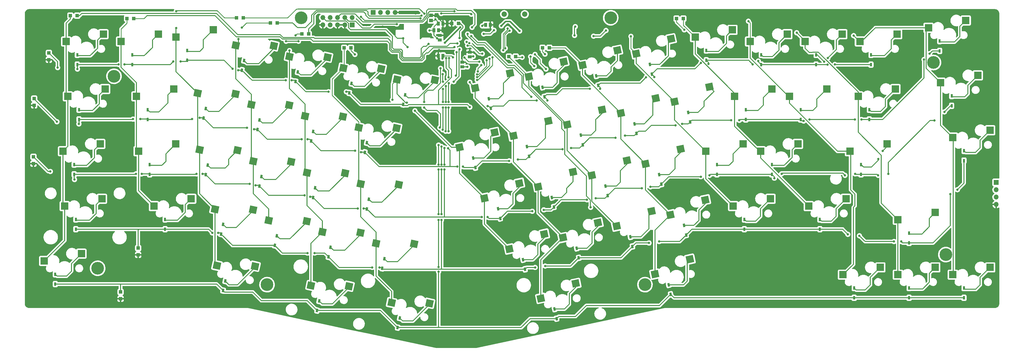
<source format=gbr>
%TF.GenerationSoftware,KiCad,Pcbnew,6.0.2+dfsg-1*%
%TF.CreationDate,2022-10-18T15:45:43-04:00*%
%TF.ProjectId,main-keyboard-pcb,6d61696e-2d6b-4657-9962-6f6172642d70,1.0*%
%TF.SameCoordinates,Original*%
%TF.FileFunction,Copper,L2,Bot*%
%TF.FilePolarity,Positive*%
%FSLAX46Y46*%
G04 Gerber Fmt 4.6, Leading zero omitted, Abs format (unit mm)*
G04 Created by KiCad (PCBNEW 6.0.2+dfsg-1) date 2022-10-18 15:45:43*
%MOMM*%
%LPD*%
G01*
G04 APERTURE LIST*
G04 Aperture macros list*
%AMRotRect*
0 Rectangle, with rotation*
0 The origin of the aperture is its center*
0 $1 length*
0 $2 width*
0 $3 Rotation angle, in degrees counterclockwise*
0 Add horizontal line*
21,1,$1,$2,0,0,$3*%
G04 Aperture macros list end*
%TA.AperFunction,SMDPad,CuDef*%
%ADD10R,2.550000X2.500000*%
%TD*%
%TA.AperFunction,SMDPad,CuDef*%
%ADD11RotRect,2.550000X2.500000X348.000000*%
%TD*%
%TA.AperFunction,ComponentPad*%
%ADD12C,4.400000*%
%TD*%
%TA.AperFunction,SMDPad,CuDef*%
%ADD13RotRect,2.550000X2.500000X12.000000*%
%TD*%
%TA.AperFunction,ComponentPad*%
%ADD14R,1.700000X1.700000*%
%TD*%
%TA.AperFunction,ComponentPad*%
%ADD15O,1.700000X1.700000*%
%TD*%
%TA.AperFunction,ComponentPad*%
%ADD16C,1.850000*%
%TD*%
%TA.AperFunction,SMDPad,CuDef*%
%ADD17R,1.150000X1.150000*%
%TD*%
%TA.AperFunction,SMDPad,CuDef*%
%ADD18RotRect,0.750000X1.200000X348.000000*%
%TD*%
%TA.AperFunction,SMDPad,CuDef*%
%ADD19RotRect,0.750000X1.200000X12.000000*%
%TD*%
%TA.AperFunction,SMDPad,CuDef*%
%ADD20R,0.750000X1.200000*%
%TD*%
%TA.AperFunction,SMDPad,CuDef*%
%ADD21R,1.020000X1.470000*%
%TD*%
%TA.AperFunction,SMDPad,CuDef*%
%ADD22R,1.470000X1.020000*%
%TD*%
%TA.AperFunction,SMDPad,CuDef*%
%ADD23R,1.450000X1.150000*%
%TD*%
%TA.AperFunction,ViaPad*%
%ADD24C,0.800000*%
%TD*%
%TA.AperFunction,Conductor*%
%ADD25C,0.250000*%
%TD*%
%TA.AperFunction,Conductor*%
%ADD26C,0.300000*%
%TD*%
%TA.AperFunction,Conductor*%
%ADD27C,0.261112*%
%TD*%
%TA.AperFunction,Conductor*%
%ADD28C,0.500000*%
%TD*%
G04 APERTURE END LIST*
D10*
%TO.P,SW52,1,1*%
%TO.N,Net-(R26-Pad2)*%
X288711650Y-112103633D03*
%TO.P,SW52,2,2*%
%TO.N,Net-(D52-Pad2)*%
X301638650Y-109563633D03*
%TD*%
D11*
%TO.P,SW16,1,1*%
%TO.N,Net-(R18-Pad2)*%
X121020628Y-114970649D03*
%TO.P,SW16,2,2*%
%TO.N,Net-(D16-Pad2)*%
X134193238Y-115173828D03*
%TD*%
D12*
%TO.P,H7,1*%
%TO.N,N/C*%
X357716650Y-100356149D03*
%TD*%
D11*
%TO.P,SW20,1,1*%
%TO.N,Net-(R19-Pad2)*%
X139654338Y-118931376D03*
%TO.P,SW20,2,2*%
%TO.N,Net-(D20-Pad2)*%
X152826948Y-119134555D03*
%TD*%
D13*
%TO.P,SW44,1,1*%
%TO.N,Net-(R24-Pad2)*%
X257831272Y-135559615D03*
%TO.P,SW44,2,2*%
%TO.N,Net-(D44-Pad2)*%
X269947691Y-130387446D03*
%TD*%
%TO.P,SW42,1,1*%
%TO.N,Net-(R24-Pad2)*%
X235934667Y-101262682D03*
%TO.P,SW42,2,2*%
%TO.N,Net-(D42-Pad2)*%
X248051086Y-96090513D03*
%TD*%
%TO.P,SW47,1,1*%
%TO.N,Net-(R25-Pad2)*%
X254568378Y-97301964D03*
%TO.P,SW47,2,2*%
%TO.N,Net-(D47-Pad2)*%
X266684797Y-92129795D03*
%TD*%
D12*
%TO.P,H4,1*%
%TO.N,N/C*%
X126496086Y-177483001D03*
%TD*%
D10*
%TO.P,SW58,1,1*%
%TO.N,Net-(R27-Pad2)*%
X326326599Y-174016136D03*
%TO.P,SW58,2,2*%
%TO.N,Net-(D58-Pad2)*%
X339253599Y-171476136D03*
%TD*%
%TO.P,SW1,1,1*%
%TO.N,Net-(R15-Pad2)*%
X56791650Y-93053633D03*
%TO.P,SW1,2,2*%
%TO.N,Net-(D1-Pad2)*%
X69718650Y-90513633D03*
%TD*%
%TO.P,SW3,1,1*%
%TO.N,Net-(R15-Pad2)*%
X55707900Y-131153633D03*
%TO.P,SW3,2,2*%
%TO.N,Net-(D3-Pad2)*%
X68634900Y-128613633D03*
%TD*%
%TO.P,SW10,1,1*%
%TO.N,Net-(R17-Pad2)*%
X94891650Y-91553248D03*
%TO.P,SW10,2,2*%
%TO.N,Net-(D10-Pad2)*%
X107818650Y-89013248D03*
%TD*%
D13*
%TO.P,SW31,1,1*%
%TO.N,Net-(R21-Pad2)*%
X201930137Y-147441768D03*
%TO.P,SW31,2,2*%
%TO.N,Net-(D31-Pad2)*%
X214046556Y-142269599D03*
%TD*%
D11*
%TO.P,SW27,1,1*%
%TO.N,Net-(R20-Pad2)*%
X164341796Y-163130065D03*
%TO.P,SW27,2,2*%
%TO.N,Net-(D27-Pad2)*%
X177514406Y-163333244D03*
%TD*%
D13*
%TO.P,SW38,1,1*%
%TO.N,Net-(R23-Pad2)*%
X217300955Y-105223399D03*
%TO.P,SW38,2,2*%
%TO.N,Net-(D38-Pad2)*%
X229417374Y-100051230D03*
%TD*%
%TO.P,SW40,1,1*%
%TO.N,Net-(R23-Pad2)*%
X239197560Y-139520333D03*
%TO.P,SW40,2,2*%
%TO.N,Net-(D40-Pad2)*%
X251313979Y-134348164D03*
%TD*%
%TO.P,SW39,1,1*%
%TO.N,Net-(R23-Pad2)*%
X230578439Y-121876781D03*
%TO.P,SW39,2,2*%
%TO.N,Net-(D39-Pad2)*%
X242694858Y-116704612D03*
%TD*%
D10*
%TO.P,SW57,1,1*%
%TO.N,Net-(R27-Pad2)*%
X328707900Y-131153633D03*
%TO.P,SW57,2,2*%
%TO.N,Net-(D57-Pad2)*%
X341634900Y-128613633D03*
%TD*%
%TO.P,SW62,1,1*%
%TO.N,Net-(R28-Pad2)*%
X345376599Y-174016136D03*
%TO.P,SW62,2,2*%
%TO.N,Net-(D62-Pad2)*%
X358303599Y-171476136D03*
%TD*%
D13*
%TO.P,SW30,1,1*%
%TO.N,Net-(R21-Pad2)*%
X193311016Y-129798216D03*
%TO.P,SW30,2,2*%
%TO.N,Net-(D30-Pad2)*%
X205427435Y-124626047D03*
%TD*%
D11*
%TO.P,SW23,1,1*%
%TO.N,Net-(R19-Pad2)*%
X141747359Y-177803025D03*
%TO.P,SW23,2,2*%
%TO.N,Net-(D23-Pad2)*%
X154919969Y-178006205D03*
%TD*%
D10*
%TO.P,SW9,1,1*%
%TO.N,Net-(R16-Pad2)*%
X87251650Y-150203633D03*
%TO.P,SW9,2,2*%
%TO.N,Net-(D9-Pad2)*%
X100178650Y-147663633D03*
%TD*%
D14*
%TO.P,J1,1,Pin_1*%
%TO.N,+3V3*%
X156020000Y-87246000D03*
D15*
%TO.P,J1,2,Pin_2*%
%TO.N,SWDIO*%
X156020000Y-84706000D03*
%TO.P,J1,3,Pin_3*%
%TO.N,GND*%
X153480000Y-87246000D03*
%TO.P,J1,4,Pin_4*%
%TO.N,SWCLK*%
X153480000Y-84706000D03*
%TO.P,J1,5,Pin_5*%
%TO.N,GND*%
X150940000Y-87246000D03*
%TO.P,J1,6,Pin_6*%
%TO.N,SWO*%
X150940000Y-84706000D03*
%TO.P,J1,7,Pin_7*%
%TO.N,unconnected-(J1-Pad7)*%
X148400000Y-87246000D03*
%TO.P,J1,8,Pin_8*%
%TO.N,unconnected-(J1-Pad8)*%
X148400000Y-84706000D03*
%TO.P,J1,9,Pin_9*%
%TO.N,GND*%
X145860000Y-87246000D03*
%TO.P,J1,10,Pin_10*%
%TO.N,NRST*%
X145860000Y-84706000D03*
%TD*%
D10*
%TO.P,SW60,1,1*%
%TO.N,Net-(R28-Pad2)*%
X331581650Y-112103633D03*
%TO.P,SW60,2,2*%
%TO.N,Net-(D60-Pad2)*%
X344508650Y-109563633D03*
%TD*%
%TO.P,SW2,1,1*%
%TO.N,Net-(R15-Pad2)*%
X57391650Y-112103633D03*
%TO.P,SW2,2,2*%
%TO.N,Net-(D2-Pad2)*%
X70318650Y-109563633D03*
%TD*%
D12*
%TO.P,H3,1*%
%TO.N,N/C*%
X138363870Y-84806142D03*
%TD*%
D13*
%TO.P,SW43,1,1*%
%TO.N,Net-(R24-Pad2)*%
X249212151Y-117916063D03*
%TO.P,SW43,2,2*%
%TO.N,Net-(D43-Pad2)*%
X261328570Y-112743894D03*
%TD*%
%TO.P,SW34,1,1*%
%TO.N,Net-(R22-Pad2)*%
X211944727Y-125837498D03*
%TO.P,SW34,2,2*%
%TO.N,Net-(D34-Pad2)*%
X224061146Y-120665329D03*
%TD*%
D10*
%TO.P,SW67,1,1*%
%TO.N,Net-(R29-Pad2)*%
X364426599Y-174016136D03*
%TO.P,SW67,2,2*%
%TO.N,Net-(D67-Pad2)*%
X377353599Y-171476136D03*
%TD*%
D11*
%TO.P,SW22,1,1*%
%TO.N,Net-(R19-Pad2)*%
X145708086Y-159169338D03*
%TO.P,SW22,2,2*%
%TO.N,Net-(D22-Pad2)*%
X158880696Y-159372517D03*
%TD*%
%TO.P,SW18,1,1*%
%TO.N,Net-(R18-Pad2)*%
X127074377Y-155208611D03*
%TO.P,SW18,2,2*%
%TO.N,Net-(D18-Pad2)*%
X140246987Y-155411790D03*
%TD*%
%TO.P,SW25,1,1*%
%TO.N,Net-(R20-Pad2)*%
X158288048Y-122892103D03*
%TO.P,SW25,2,2*%
%TO.N,Net-(D25-Pad2)*%
X171460658Y-123095282D03*
%TD*%
D10*
%TO.P,SW7,1,1*%
%TO.N,Net-(R16-Pad2)*%
X81201650Y-112103633D03*
%TO.P,SW7,2,2*%
%TO.N,Net-(D7-Pad2)*%
X94128650Y-109563633D03*
%TD*%
D12*
%TO.P,H5,1*%
%TO.N,N/C*%
X245729435Y-84806142D03*
%TD*%
D13*
%TO.P,SW41,1,1*%
%TO.N,Net-(R23-Pad2)*%
X247816681Y-157163885D03*
%TO.P,SW41,2,2*%
%TO.N,Net-(D41-Pad2)*%
X259933100Y-151991716D03*
%TD*%
D16*
%TO.P,J3,MH1*%
%TO.N,N/C*%
X215919000Y-83566000D03*
%TO.P,J3,MH2*%
X208769000Y-83566000D03*
%TD*%
D11*
%TO.P,SW14,1,1*%
%TO.N,Net-(R17-Pad2)*%
X109138368Y-170871773D03*
%TO.P,SW14,2,2*%
%TO.N,Net-(D14-Pad2)*%
X122310978Y-171074952D03*
%TD*%
D12*
%TO.P,H8,1*%
%TO.N,N/C*%
X361986599Y-167031136D03*
%TD*%
D13*
%TO.P,SW36,1,1*%
%TO.N,Net-(R22-Pad2)*%
X229182970Y-161124602D03*
%TO.P,SW36,2,2*%
%TO.N,Net-(D36-Pad2)*%
X241299389Y-155952433D03*
%TD*%
D14*
%TO.P,J2,1,Pin_1*%
%TO.N,+3V3*%
X163271200Y-82956400D03*
D15*
%TO.P,J2,2,Pin_2*%
%TO.N,Net-(J2-Pad2)*%
X165811200Y-82956400D03*
%TO.P,J2,3,Pin_3*%
%TO.N,Net-(J2-Pad3)*%
X168351200Y-82956400D03*
%TO.P,J2,4,Pin_4*%
%TO.N,GND*%
X170891200Y-82956400D03*
%TD*%
D14*
%TO.P,J4,1,Pin_1*%
%TO.N,+3V3*%
X379476000Y-141986000D03*
D15*
%TO.P,J4,2,Pin_2*%
%TO.N,Net-(J4-Pad2)*%
X379476000Y-144526000D03*
%TO.P,J4,3,Pin_3*%
%TO.N,Net-(J4-Pad3)*%
X379476000Y-147066000D03*
%TO.P,J4,4,Pin_4*%
%TO.N,GND*%
X379476000Y-149606000D03*
%TD*%
D10*
%TO.P,SW51,1,1*%
%TO.N,Net-(R26-Pad2)*%
X275021650Y-91553248D03*
%TO.P,SW51,2,2*%
%TO.N,Net-(D51-Pad2)*%
X287948650Y-89013248D03*
%TD*%
%TO.P,SW54,1,1*%
%TO.N,Net-(R26-Pad2)*%
X314420419Y-150203631D03*
%TO.P,SW54,2,2*%
%TO.N,Net-(D54-Pad2)*%
X327347419Y-147663631D03*
%TD*%
%TO.P,SW63,1,1*%
%TO.N,Net-(R29-Pad2)*%
X332171650Y-93053633D03*
%TO.P,SW63,2,2*%
%TO.N,Net-(D63-Pad2)*%
X345098650Y-90513633D03*
%TD*%
D11*
%TO.P,SW19,1,1*%
%TO.N,Net-(R19-Pad2)*%
X134298287Y-98317298D03*
%TO.P,SW19,2,2*%
%TO.N,Net-(D19-Pad2)*%
X147470897Y-98520477D03*
%TD*%
D10*
%TO.P,SW55,1,1*%
%TO.N,Net-(R27-Pad2)*%
X294071650Y-93053633D03*
%TO.P,SW55,2,2*%
%TO.N,Net-(D55-Pad2)*%
X306998650Y-90513633D03*
%TD*%
%TO.P,SW53,1,1*%
%TO.N,Net-(R26-Pad2)*%
X297751650Y-131153633D03*
%TO.P,SW53,2,2*%
%TO.N,Net-(D53-Pad2)*%
X310678650Y-128613633D03*
%TD*%
%TO.P,SW50,1,1*%
%TO.N,Net-(R25-Pad2)*%
X288226669Y-150203631D03*
%TO.P,SW50,2,2*%
%TO.N,Net-(D50-Pad2)*%
X301153669Y-147663631D03*
%TD*%
D11*
%TO.P,SW28,1,1*%
%TO.N,Net-(R20-Pad2)*%
X169697933Y-183744094D03*
%TO.P,SW28,2,2*%
%TO.N,Net-(D28-Pad2)*%
X182870543Y-183947273D03*
%TD*%
D12*
%TO.P,H1,1*%
%TO.N,N/C*%
X73401650Y-105118633D03*
%TD*%
D13*
%TO.P,SW45,1,1*%
%TO.N,Net-(R24-Pad2)*%
X266450393Y-153203167D03*
%TO.P,SW45,2,2*%
%TO.N,Net-(D45-Pad2)*%
X278566812Y-148030998D03*
%TD*%
D10*
%TO.P,SW49,1,1*%
%TO.N,Net-(R25-Pad2)*%
X278701650Y-131153633D03*
%TO.P,SW49,2,2*%
%TO.N,Net-(D49-Pad2)*%
X291628650Y-128613633D03*
%TD*%
%TO.P,SW5,1,1*%
%TO.N,Net-(R15-Pad2)*%
X49161650Y-169253633D03*
%TO.P,SW5,2,2*%
%TO.N,Net-(D5-Pad2)*%
X62088650Y-166713633D03*
%TD*%
%TO.P,SW61,1,1*%
%TO.N,Net-(R28-Pad2)*%
X345376599Y-154966136D03*
%TO.P,SW61,2,2*%
%TO.N,Net-(D61-Pad2)*%
X358303599Y-152426136D03*
%TD*%
%TO.P,SW8,1,1*%
%TO.N,Net-(R16-Pad2)*%
X81901650Y-131153633D03*
%TO.P,SW8,2,2*%
%TO.N,Net-(D8-Pad2)*%
X94828650Y-128613633D03*
%TD*%
D11*
%TO.P,SW26,1,1*%
%TO.N,Net-(R20-Pad2)*%
X158985715Y-142515997D03*
%TO.P,SW26,2,2*%
%TO.N,Net-(D26-Pad2)*%
X172158325Y-142719176D03*
%TD*%
D13*
%TO.P,SW37,1,1*%
%TO.N,Net-(R22-Pad2)*%
X221497644Y-182233730D03*
%TO.P,SW37,2,2*%
%TO.N,Net-(D37-Pad2)*%
X233614062Y-177061561D03*
%TD*%
D11*
%TO.P,SW13,1,1*%
%TO.N,Net-(R17-Pad2)*%
X108440667Y-151247885D03*
%TO.P,SW13,2,2*%
%TO.N,Net-(D13-Pad2)*%
X121613277Y-151451064D03*
%TD*%
D12*
%TO.P,H6,1*%
%TO.N,N/C*%
X257596916Y-177482353D03*
%TD*%
D10*
%TO.P,SW59,1,1*%
%TO.N,Net-(R28-Pad2)*%
X313121650Y-93053633D03*
%TO.P,SW59,2,2*%
%TO.N,Net-(D59-Pad2)*%
X326048650Y-90513633D03*
%TD*%
%TO.P,SW66,1,1*%
%TO.N,Net-(R29-Pad2)*%
X364426599Y-126391152D03*
%TO.P,SW66,2,2*%
%TO.N,Net-(D66-Pad2)*%
X377353599Y-123851152D03*
%TD*%
%TO.P,SW4,1,1*%
%TO.N,Net-(R15-Pad2)*%
X56295400Y-150203633D03*
%TO.P,SW4,2,2*%
%TO.N,Net-(D4-Pad2)*%
X69222400Y-147663633D03*
%TD*%
D11*
%TO.P,SW11,1,1*%
%TO.N,Net-(R17-Pad2)*%
X102386918Y-111009923D03*
%TO.P,SW11,2,2*%
%TO.N,Net-(D11-Pad2)*%
X115559528Y-111213102D03*
%TD*%
%TO.P,SW21,1,1*%
%TO.N,Net-(R19-Pad2)*%
X140352005Y-138555270D03*
%TO.P,SW21,2,2*%
%TO.N,Net-(D21-Pad2)*%
X153524615Y-138758449D03*
%TD*%
D10*
%TO.P,SW65,1,1*%
%TO.N,Net-(R29-Pad2)*%
X360156650Y-107341149D03*
%TO.P,SW65,2,2*%
%TO.N,Net-(D65-Pad2)*%
X373083650Y-104801149D03*
%TD*%
D13*
%TO.P,SW32,1,1*%
%TO.N,Net-(R21-Pad2)*%
X210549258Y-165085320D03*
%TO.P,SW32,2,2*%
%TO.N,Net-(D32-Pad2)*%
X222665677Y-159913151D03*
%TD*%
D11*
%TO.P,SW12,1,1*%
%TO.N,Net-(R17-Pad2)*%
X103084585Y-130633816D03*
%TO.P,SW12,2,2*%
%TO.N,Net-(D12-Pad2)*%
X116257195Y-130836995D03*
%TD*%
D10*
%TO.P,SW64,1,1*%
%TO.N,Net-(R29-Pad2)*%
X355984192Y-88291142D03*
%TO.P,SW64,2,2*%
%TO.N,Net-(D64-Pad2)*%
X368911192Y-85751142D03*
%TD*%
D13*
%TO.P,SW46,1,1*%
%TO.N,Net-(R24-Pad2)*%
X261094280Y-173817218D03*
%TO.P,SW46,2,2*%
%TO.N,Net-(D46-Pad2)*%
X273210699Y-168645049D03*
%TD*%
D11*
%TO.P,SW17,1,1*%
%TO.N,Net-(R18-Pad2)*%
X121718295Y-134594543D03*
%TO.P,SW17,2,2*%
%TO.N,Net-(D17-Pad2)*%
X134890905Y-134797722D03*
%TD*%
D13*
%TO.P,SW35,1,1*%
%TO.N,Net-(R22-Pad2)*%
X220563848Y-143481050D03*
%TO.P,SW35,2,2*%
%TO.N,Net-(D35-Pad2)*%
X232680267Y-138308881D03*
%TD*%
%TO.P,SW48,1,1*%
%TO.N,Net-(R25-Pad2)*%
X267845863Y-113955345D03*
%TO.P,SW48,2,2*%
%TO.N,Net-(D48-Pad2)*%
X279962282Y-108783176D03*
%TD*%
D11*
%TO.P,SW29,1,1*%
%TO.N,Net-(R21-Pad2)*%
X171565711Y-106238733D03*
%TO.P,SW29,2,2*%
%TO.N,Net-(D29-Pad2)*%
X184738321Y-106441912D03*
%TD*%
D10*
%TO.P,SW56,1,1*%
%TO.N,Net-(R27-Pad2)*%
X307761650Y-112103633D03*
%TO.P,SW56,2,2*%
%TO.N,Net-(D56-Pad2)*%
X320688650Y-109563633D03*
%TD*%
D11*
%TO.P,SW24,1,1*%
%TO.N,Net-(R20-Pad2)*%
X152931999Y-102278016D03*
%TO.P,SW24,2,2*%
%TO.N,Net-(D24-Pad2)*%
X166104609Y-102481195D03*
%TD*%
%TO.P,SW15,1,1*%
%TO.N,Net-(R18-Pad2)*%
X115664576Y-94356580D03*
%TO.P,SW15,2,2*%
%TO.N,Net-(D15-Pad2)*%
X128837186Y-94559759D03*
%TD*%
D13*
%TO.P,SW33,1,1*%
%TO.N,Net-(R22-Pad2)*%
X198667243Y-109184117D03*
%TO.P,SW33,2,2*%
%TO.N,Net-(D33-Pad2)*%
X210783662Y-104011948D03*
%TD*%
D12*
%TO.P,H2,1*%
%TO.N,N/C*%
X67734150Y-171793633D03*
%TD*%
D10*
%TO.P,SW6,1,1*%
%TO.N,Net-(R16-Pad2)*%
X75841650Y-93053633D03*
%TO.P,SW6,2,2*%
%TO.N,Net-(D6-Pad2)*%
X88768650Y-90513633D03*
%TD*%
D17*
%TO.P,R16,1*%
%TO.N,col1*%
X80264000Y-85090000D03*
%TO.P,R16,2*%
%TO.N,Net-(R16-Pad2)*%
X77914000Y-85090000D03*
%TD*%
D18*
%TO.P,D25,1,K*%
%TO.N,row1*%
X160400181Y-131535288D03*
%TO.P,D25,2,A*%
%TO.N,Net-(D25-Pad2)*%
X161107081Y-128209586D03*
%TD*%
D19*
%TO.P,D46,1,K*%
%TO.N,row4*%
X266536802Y-180855010D03*
%TO.P,D46,2,A*%
%TO.N,Net-(D46-Pad2)*%
X265829902Y-177529308D03*
%TD*%
D20*
%TO.P,D59,1,K*%
%TO.N,row0*%
X316981650Y-101068633D03*
%TO.P,D59,2,A*%
%TO.N,Net-(D59-Pad2)*%
X316981650Y-97668633D03*
%TD*%
D18*
%TO.P,D13,1,K*%
%TO.N,row3*%
X110552800Y-159891070D03*
%TO.P,D13,2,A*%
%TO.N,Net-(D13-Pad2)*%
X111259700Y-156565368D03*
%TD*%
D20*
%TO.P,D7,1,K*%
%TO.N,row1*%
X85061650Y-120118633D03*
%TO.P,D7,2,A*%
%TO.N,Net-(D7-Pad2)*%
X85061650Y-116718633D03*
%TD*%
D18*
%TO.P,D18,1,K*%
%TO.N,row3*%
X129186510Y-163851796D03*
%TO.P,D18,2,A*%
%TO.N,Net-(D18-Pad2)*%
X129893410Y-160526094D03*
%TD*%
D17*
%TO.P,R11,1*%
%TO.N,GND*%
X45720000Y-115221000D03*
%TO.P,R11,2*%
%TO.N,row1*%
X45720000Y-112871000D03*
%TD*%
D20*
%TO.P,D2,1,K*%
%TO.N,row1*%
X61251650Y-120118633D03*
%TO.P,D2,2,A*%
%TO.N,Net-(D2-Pad2)*%
X61251650Y-116718633D03*
%TD*%
D18*
%TO.P,D26,1,K*%
%TO.N,row2*%
X161097848Y-151159182D03*
%TO.P,D26,2,A*%
%TO.N,Net-(D26-Pad2)*%
X161804748Y-147833480D03*
%TD*%
D17*
%TO.P,R14,1*%
%TO.N,GND*%
X75692000Y-182372000D03*
%TO.P,R14,2*%
%TO.N,row4*%
X75692000Y-180022000D03*
%TD*%
D20*
%TO.P,D67,1,K*%
%TO.N,row4*%
X368286599Y-182031136D03*
%TO.P,D67,2,A*%
%TO.N,Net-(D67-Pad2)*%
X368286599Y-178631136D03*
%TD*%
D19*
%TO.P,D41,1,K*%
%TO.N,row3*%
X253259188Y-164201680D03*
%TO.P,D41,2,A*%
%TO.N,Net-(D41-Pad2)*%
X252552288Y-160875978D03*
%TD*%
D17*
%TO.P,R23,1*%
%TO.N,col8*%
X212757000Y-98298000D03*
%TO.P,R23,2*%
%TO.N,Net-(R23-Pad2)*%
X210407000Y-98298000D03*
%TD*%
D21*
%TO.P,C14,1*%
%TO.N,+3V3*%
X185890000Y-86868000D03*
%TO.P,C14,2*%
%TO.N,GND*%
X187490000Y-86868000D03*
%TD*%
D20*
%TO.P,D57,1,K*%
%TO.N,row2*%
X332567900Y-139168633D03*
%TO.P,D57,2,A*%
%TO.N,Net-(D57-Pad2)*%
X332567900Y-135768633D03*
%TD*%
D18*
%TO.P,D16,1,K*%
%TO.N,row1*%
X123132761Y-123613834D03*
%TO.P,D16,2,A*%
%TO.N,Net-(D16-Pad2)*%
X123839661Y-120288132D03*
%TD*%
D17*
%TO.P,R13,1*%
%TO.N,GND*%
X81788000Y-167132000D03*
%TO.P,R13,2*%
%TO.N,row3*%
X81788000Y-164782000D03*
%TD*%
D18*
%TO.P,D17,1,K*%
%TO.N,row2*%
X123830428Y-143237728D03*
%TO.P,D17,2,A*%
%TO.N,Net-(D17-Pad2)*%
X124537328Y-139912026D03*
%TD*%
D20*
%TO.P,D8,1,K*%
%TO.N,row2*%
X85761650Y-139168633D03*
%TO.P,D8,2,A*%
%TO.N,Net-(D8-Pad2)*%
X85761650Y-135768633D03*
%TD*%
D19*
%TO.P,D36,1,K*%
%TO.N,row3*%
X234625477Y-168162397D03*
%TO.P,D36,2,A*%
%TO.N,Net-(D36-Pad2)*%
X233918577Y-164836695D03*
%TD*%
D20*
%TO.P,D64,1,K*%
%TO.N,row1*%
X359844192Y-96306142D03*
%TO.P,D64,2,A*%
%TO.N,Net-(D64-Pad2)*%
X359844192Y-92906142D03*
%TD*%
D18*
%TO.P,D29,1,K*%
%TO.N,row0*%
X173677844Y-114881918D03*
%TO.P,D29,2,A*%
%TO.N,Net-(D29-Pad2)*%
X174384744Y-111556216D03*
%TD*%
D20*
%TO.P,D62,1,K*%
%TO.N,row4*%
X349236599Y-182031136D03*
%TO.P,D62,2,A*%
%TO.N,Net-(D62-Pad2)*%
X349236599Y-178631136D03*
%TD*%
D19*
%TO.P,D33,1,K*%
%TO.N,row0*%
X204109750Y-116221912D03*
%TO.P,D33,2,A*%
%TO.N,Net-(D33-Pad2)*%
X203402850Y-112896210D03*
%TD*%
D18*
%TO.P,D12,1,K*%
%TO.N,row2*%
X105196718Y-139277001D03*
%TO.P,D12,2,A*%
%TO.N,Net-(D12-Pad2)*%
X105903618Y-135951299D03*
%TD*%
D17*
%TO.P,R24,1*%
%TO.N,col9*%
X222091000Y-95250000D03*
%TO.P,R24,2*%
%TO.N,Net-(R24-Pad2)*%
X224441000Y-95250000D03*
%TD*%
D19*
%TO.P,D45,1,K*%
%TO.N,row3*%
X271892900Y-160240962D03*
%TO.P,D45,2,A*%
%TO.N,Net-(D45-Pad2)*%
X271186000Y-156915260D03*
%TD*%
D18*
%TO.P,D23,1,K*%
%TO.N,row4*%
X143859493Y-186446233D03*
%TO.P,D23,2,A*%
%TO.N,Net-(D23-Pad2)*%
X144566393Y-183120531D03*
%TD*%
D22*
%TO.P,C1,1*%
%TO.N,Net-(C1-Pad1)*%
X194170000Y-101866000D03*
%TO.P,C1,2*%
%TO.N,GND*%
X194170000Y-100246000D03*
%TD*%
D17*
%TO.P,R1,1*%
%TO.N,GND*%
X190575000Y-86750000D03*
%TO.P,R1,2*%
%TO.N,BOOT0*%
X192925000Y-86750000D03*
%TD*%
D18*
%TO.P,D15,1,K*%
%TO.N,row0*%
X117776709Y-102999765D03*
%TO.P,D15,2,A*%
%TO.N,Net-(D15-Pad2)*%
X118483609Y-99674063D03*
%TD*%
D21*
%TO.P,C4,1*%
%TO.N,Net-(C4-Pad1)*%
X202360000Y-87306000D03*
%TO.P,C4,2*%
%TO.N,GND*%
X203980000Y-87306000D03*
%TD*%
D20*
%TO.P,D51,1,K*%
%TO.N,row0*%
X278881650Y-99568248D03*
%TO.P,D51,2,A*%
%TO.N,Net-(D51-Pad2)*%
X278881650Y-96168248D03*
%TD*%
D18*
%TO.P,D11,1,K*%
%TO.N,row1*%
X104499051Y-119653108D03*
%TO.P,D11,2,A*%
%TO.N,Net-(D11-Pad2)*%
X105205951Y-116327406D03*
%TD*%
D19*
%TO.P,D42,1,K*%
%TO.N,row0*%
X241377174Y-108300477D03*
%TO.P,D42,2,A*%
%TO.N,Net-(D42-Pad2)*%
X240670274Y-104974775D03*
%TD*%
D20*
%TO.P,D49,1,K*%
%TO.N,row2*%
X282561650Y-139168633D03*
%TO.P,D49,2,A*%
%TO.N,Net-(D49-Pad2)*%
X282561650Y-135768633D03*
%TD*%
D19*
%TO.P,D40,1,K*%
%TO.N,row2*%
X244640067Y-146558128D03*
%TO.P,D40,2,A*%
%TO.N,Net-(D40-Pad2)*%
X243933167Y-143232426D03*
%TD*%
D17*
%TO.P,R20,1*%
%TO.N,col5*%
X155607000Y-95250000D03*
%TO.P,R20,2*%
%TO.N,Net-(R20-Pad2)*%
X153257000Y-95250000D03*
%TD*%
D19*
%TO.P,D34,1,K*%
%TO.N,row1*%
X217387234Y-132875293D03*
%TO.P,D34,2,A*%
%TO.N,Net-(D34-Pad2)*%
X216680334Y-129549591D03*
%TD*%
%TO.P,D32,1,K*%
%TO.N,row3*%
X215991765Y-172123115D03*
%TO.P,D32,2,A*%
%TO.N,Net-(D32-Pad2)*%
X215284865Y-168797413D03*
%TD*%
D20*
%TO.P,D65,1,K*%
%TO.N,row2*%
X364016650Y-115356149D03*
%TO.P,D65,2,A*%
%TO.N,Net-(D65-Pad2)*%
X364016650Y-111956149D03*
%TD*%
D22*
%TO.P,C6,1*%
%TO.N,+3V3*%
X186436000Y-92494000D03*
%TO.P,C6,2*%
%TO.N,GND*%
X186436000Y-90894000D03*
%TD*%
D18*
%TO.P,D19,1,K*%
%TO.N,row0*%
X136410420Y-106960483D03*
%TO.P,D19,2,A*%
%TO.N,Net-(D19-Pad2)*%
X137117320Y-103634781D03*
%TD*%
D19*
%TO.P,D30,1,K*%
%TO.N,row1*%
X198753523Y-136836011D03*
%TO.P,D30,2,A*%
%TO.N,Net-(D30-Pad2)*%
X198046623Y-133510309D03*
%TD*%
D20*
%TO.P,D56,1,K*%
%TO.N,row1*%
X311621650Y-120118633D03*
%TO.P,D56,2,A*%
%TO.N,Net-(D56-Pad2)*%
X311621650Y-116718633D03*
%TD*%
%TO.P,D4,1,K*%
%TO.N,row3*%
X60155400Y-158218633D03*
%TO.P,D4,2,A*%
%TO.N,Net-(D4-Pad2)*%
X60155400Y-154818633D03*
%TD*%
%TO.P,D55,1,K*%
%TO.N,row0*%
X297931650Y-101068633D03*
%TO.P,D55,2,A*%
%TO.N,Net-(D55-Pad2)*%
X297931650Y-97668633D03*
%TD*%
D19*
%TO.P,D37,1,K*%
%TO.N,row4*%
X226940166Y-189271522D03*
%TO.P,D37,2,A*%
%TO.N,Net-(D37-Pad2)*%
X226233266Y-185945820D03*
%TD*%
D18*
%TO.P,D28,1,K*%
%TO.N,row4*%
X171810066Y-192387279D03*
%TO.P,D28,2,A*%
%TO.N,Net-(D28-Pad2)*%
X172516966Y-189061577D03*
%TD*%
D20*
%TO.P,D54,1,K*%
%TO.N,row3*%
X318280419Y-158218631D03*
%TO.P,D54,2,A*%
%TO.N,Net-(D54-Pad2)*%
X318280419Y-154818631D03*
%TD*%
D17*
%TO.P,R17,1*%
%TO.N,col2*%
X118269000Y-84836000D03*
%TO.P,R17,2*%
%TO.N,Net-(R17-Pad2)*%
X115919000Y-84836000D03*
%TD*%
D18*
%TO.P,D27,1,K*%
%TO.N,row3*%
X166453929Y-171773250D03*
%TO.P,D27,2,A*%
%TO.N,Net-(D27-Pad2)*%
X167160829Y-168447548D03*
%TD*%
D20*
%TO.P,D5,1,K*%
%TO.N,row4*%
X53021650Y-177268633D03*
%TO.P,D5,2,A*%
%TO.N,Net-(D5-Pad2)*%
X53021650Y-173868633D03*
%TD*%
D19*
%TO.P,D38,1,K*%
%TO.N,row0*%
X222743462Y-112261194D03*
%TO.P,D38,2,A*%
%TO.N,Net-(D38-Pad2)*%
X222036562Y-108935492D03*
%TD*%
%TO.P,D31,1,K*%
%TO.N,row2*%
X207372644Y-154479563D03*
%TO.P,D31,2,A*%
%TO.N,Net-(D31-Pad2)*%
X206665744Y-151153861D03*
%TD*%
D18*
%TO.P,D22,1,K*%
%TO.N,row3*%
X147820219Y-167812523D03*
%TO.P,D22,2,A*%
%TO.N,Net-(D22-Pad2)*%
X148527119Y-164486821D03*
%TD*%
D19*
%TO.P,D43,1,K*%
%TO.N,row1*%
X254654658Y-124953858D03*
%TO.P,D43,2,A*%
%TO.N,Net-(D43-Pad2)*%
X253947758Y-121628156D03*
%TD*%
D17*
%TO.P,R19,1*%
%TO.N,col4*%
X140970000Y-90424000D03*
%TO.P,R19,2*%
%TO.N,Net-(R19-Pad2)*%
X138620000Y-90424000D03*
%TD*%
D19*
%TO.P,D48,1,K*%
%TO.N,row1*%
X273288370Y-120993140D03*
%TO.P,D48,2,A*%
%TO.N,Net-(D48-Pad2)*%
X272581470Y-117667438D03*
%TD*%
D18*
%TO.P,D14,1,K*%
%TO.N,row4*%
X111250501Y-179514958D03*
%TO.P,D14,2,A*%
%TO.N,Net-(D14-Pad2)*%
X111957401Y-176189256D03*
%TD*%
D17*
%TO.P,R15,1*%
%TO.N,col0*%
X60611000Y-84074000D03*
%TO.P,R15,2*%
%TO.N,Net-(R15-Pad2)*%
X58261000Y-84074000D03*
%TD*%
%TO.P,R26,1*%
%TO.N,col11*%
X268573000Y-85090000D03*
%TO.P,R26,2*%
%TO.N,Net-(R26-Pad2)*%
X270923000Y-85090000D03*
%TD*%
D20*
%TO.P,D52,1,K*%
%TO.N,row1*%
X292571650Y-120118633D03*
%TO.P,D52,2,A*%
%TO.N,Net-(D52-Pad2)*%
X292571650Y-116718633D03*
%TD*%
D18*
%TO.P,D24,1,K*%
%TO.N,row0*%
X155044132Y-110921201D03*
%TO.P,D24,2,A*%
%TO.N,Net-(D24-Pad2)*%
X155751032Y-107595499D03*
%TD*%
D20*
%TO.P,D6,1,K*%
%TO.N,row0*%
X79701650Y-101068633D03*
%TO.P,D6,2,A*%
%TO.N,Net-(D6-Pad2)*%
X79701650Y-97668633D03*
%TD*%
D17*
%TO.P,R12,1*%
%TO.N,GND*%
X45466000Y-135446000D03*
%TO.P,R12,2*%
%TO.N,row2*%
X45466000Y-133096000D03*
%TD*%
D20*
%TO.P,D9,1,K*%
%TO.N,row3*%
X91111650Y-158218633D03*
%TO.P,D9,2,A*%
%TO.N,Net-(D9-Pad2)*%
X91111650Y-154818633D03*
%TD*%
D17*
%TO.P,R18,1*%
%TO.N,col3*%
X130048000Y-86614000D03*
%TO.P,R18,2*%
%TO.N,Net-(R18-Pad2)*%
X127698000Y-86614000D03*
%TD*%
%TO.P,R10,1*%
%TO.N,GND*%
X50800000Y-99378000D03*
%TO.P,R10,2*%
%TO.N,row0*%
X50800000Y-97028000D03*
%TD*%
D20*
%TO.P,D3,1,K*%
%TO.N,row2*%
X59567900Y-139168633D03*
%TO.P,D3,2,A*%
%TO.N,Net-(D3-Pad2)*%
X59567900Y-135768633D03*
%TD*%
D19*
%TO.P,D39,1,K*%
%TO.N,row1*%
X236020946Y-128914576D03*
%TO.P,D39,2,A*%
%TO.N,Net-(D39-Pad2)*%
X235314046Y-125588874D03*
%TD*%
D20*
%TO.P,D61,1,K*%
%TO.N,row3*%
X349236599Y-162981136D03*
%TO.P,D61,2,A*%
%TO.N,Net-(D61-Pad2)*%
X349236599Y-159581136D03*
%TD*%
%TO.P,D66,1,K*%
%TO.N,row3*%
X368286599Y-134406152D03*
%TO.P,D66,2,A*%
%TO.N,Net-(D66-Pad2)*%
X368286599Y-131006152D03*
%TD*%
%TO.P,D60,1,K*%
%TO.N,row1*%
X335441650Y-120118633D03*
%TO.P,D60,2,A*%
%TO.N,Net-(D60-Pad2)*%
X335441650Y-116718633D03*
%TD*%
%TO.P,D58,1,K*%
%TO.N,row4*%
X330186599Y-182031136D03*
%TO.P,D58,2,A*%
%TO.N,Net-(D58-Pad2)*%
X330186599Y-178631136D03*
%TD*%
%TO.P,D50,1,K*%
%TO.N,row3*%
X292086669Y-158218631D03*
%TO.P,D50,2,A*%
%TO.N,Net-(D50-Pad2)*%
X292086669Y-154818631D03*
%TD*%
D23*
%TO.P,C2,1*%
%TO.N,+3V3*%
X183388000Y-85736000D03*
%TO.P,C2,2*%
%TO.N,GND*%
X183388000Y-83936000D03*
%TD*%
D22*
%TO.P,C11,1*%
%TO.N,+3V3*%
X196850000Y-98336000D03*
%TO.P,C11,2*%
%TO.N,GND*%
X196850000Y-96736000D03*
%TD*%
D20*
%TO.P,D63,1,K*%
%TO.N,row0*%
X336031650Y-101068633D03*
%TO.P,D63,2,A*%
%TO.N,Net-(D63-Pad2)*%
X336031650Y-97668633D03*
%TD*%
%TO.P,D10,1,K*%
%TO.N,row0*%
X98751650Y-99568248D03*
%TO.P,D10,2,A*%
%TO.N,Net-(D10-Pad2)*%
X98751650Y-96168248D03*
%TD*%
D19*
%TO.P,D47,1,K*%
%TO.N,row0*%
X260010885Y-104339759D03*
%TO.P,D47,2,A*%
%TO.N,Net-(D47-Pad2)*%
X259303985Y-101014057D03*
%TD*%
%TO.P,D35,1,K*%
%TO.N,row2*%
X226006355Y-150518845D03*
%TO.P,D35,2,A*%
%TO.N,Net-(D35-Pad2)*%
X225299455Y-147193143D03*
%TD*%
%TO.P,D44,1,K*%
%TO.N,row2*%
X263273779Y-142597410D03*
%TO.P,D44,2,A*%
%TO.N,Net-(D44-Pad2)*%
X262566879Y-139271708D03*
%TD*%
D21*
%TO.P,C10,1*%
%TO.N,+3V3*%
X187528000Y-98044000D03*
%TO.P,C10,2*%
%TO.N,GND*%
X185928000Y-98044000D03*
%TD*%
D18*
%TO.P,D20,1,K*%
%TO.N,row1*%
X141766471Y-127574561D03*
%TO.P,D20,2,A*%
%TO.N,Net-(D20-Pad2)*%
X142473371Y-124248859D03*
%TD*%
D20*
%TO.P,D1,1,K*%
%TO.N,row0*%
X60651650Y-101068633D03*
%TO.P,D1,2,A*%
%TO.N,Net-(D1-Pad2)*%
X60651650Y-97668633D03*
%TD*%
D18*
%TO.P,D21,1,K*%
%TO.N,row2*%
X142464138Y-147198455D03*
%TO.P,D21,2,A*%
%TO.N,Net-(D21-Pad2)*%
X143171038Y-143872753D03*
%TD*%
D20*
%TO.P,D53,1,K*%
%TO.N,row2*%
X301611650Y-139168633D03*
%TO.P,D53,2,A*%
%TO.N,Net-(D53-Pad2)*%
X301611650Y-135768633D03*
%TD*%
D21*
%TO.P,C5,1*%
%TO.N,+3V3*%
X184366000Y-89154000D03*
%TO.P,C5,2*%
%TO.N,GND*%
X185966000Y-89154000D03*
%TD*%
D24*
%TO.N,GND*%
X210058000Y-87122000D03*
X186182000Y-96012000D03*
X152146000Y-88900000D03*
X238506000Y-88646000D03*
X215910000Y-95536000D03*
X184912000Y-84344497D03*
X171704000Y-88392000D03*
X140250000Y-93250000D03*
X178000000Y-83311989D03*
X163068000Y-90424000D03*
X211140000Y-95506000D03*
X207010000Y-94488000D03*
X201422000Y-83820000D03*
X161036000Y-87376000D03*
X238700000Y-85926000D03*
X175260000Y-94996000D03*
X185494434Y-90794465D03*
X143250000Y-90000000D03*
X238680000Y-82276000D03*
X173482000Y-88138000D03*
X182095023Y-88154977D03*
X181356000Y-100584000D03*
X180250000Y-87500000D03*
X213570000Y-95526000D03*
X253790000Y-87766000D03*
X218290000Y-95516000D03*
X166624000Y-87884000D03*
X183127795Y-99775500D03*
X180594000Y-89916000D03*
X235712000Y-92964000D03*
X186123962Y-99045890D03*
X173736000Y-91948000D03*
X133858000Y-94488000D03*
%TO.N,row0*%
X147828000Y-110490000D03*
X260858000Y-105410000D03*
X53848000Y-102108000D03*
X94000000Y-100000000D03*
X77000000Y-101000000D03*
X279654000Y-100838000D03*
X258000000Y-105500000D03*
X135047787Y-106500000D03*
X116500000Y-103000000D03*
X189636262Y-98805104D03*
X242062000Y-109474000D03*
X203000000Y-115500000D03*
X323500000Y-101000000D03*
X133000000Y-106500000D03*
X196850000Y-115824000D03*
X296926000Y-99822000D03*
X60706000Y-102616000D03*
X223774000Y-113538000D03*
X320960023Y-101039977D03*
X277000000Y-100500000D03*
X238500000Y-109500000D03*
X220000000Y-113500000D03*
X295000000Y-101000000D03*
X96500000Y-100000000D03*
X75000000Y-101000000D03*
X154000000Y-110500000D03*
X114500000Y-102500000D03*
%TO.N,row1*%
X210500000Y-134500000D03*
X159037548Y-131500000D03*
X61214000Y-121666000D03*
X100500000Y-120000000D03*
X287528000Y-120396000D03*
X189484000Y-124206000D03*
X354417639Y-99314000D03*
X213500000Y-134000000D03*
X189529977Y-107529977D03*
X157000000Y-131000000D03*
X189325889Y-130095146D03*
X82500000Y-120000000D03*
X189500000Y-116000000D03*
X290322000Y-120396000D03*
X268224000Y-122174000D03*
X312674000Y-120650000D03*
X140500000Y-127000000D03*
X188636766Y-98808687D03*
X119500000Y-123000000D03*
X103136418Y-119500000D03*
X247396000Y-126492000D03*
X192500000Y-136500000D03*
X229000000Y-130500000D03*
X332740000Y-120142000D03*
X250698000Y-125730000D03*
X314706000Y-120142000D03*
X189500000Y-114000000D03*
X194500000Y-136500000D03*
X189470023Y-105470023D03*
X330454000Y-120142000D03*
X53594000Y-120904000D03*
X122000000Y-123500000D03*
X356362000Y-97282000D03*
X138500000Y-127000000D03*
X232000000Y-130000000D03*
X80000000Y-120000000D03*
X270510000Y-121666000D03*
%TO.N,row2*%
X188500000Y-116000000D03*
X342000000Y-139000000D03*
X358000000Y-120500000D03*
X188000000Y-130000000D03*
X218500000Y-152000000D03*
X222500000Y-151500000D03*
X361500000Y-117500000D03*
X302500000Y-140500000D03*
X188500497Y-114000000D03*
X277000000Y-140000000D03*
X81000000Y-139000000D03*
X104140000Y-139000000D03*
X102000000Y-139000000D03*
X188000000Y-137500000D03*
X120500000Y-142500000D03*
X158000000Y-151000000D03*
X201000000Y-154000000D03*
X237500000Y-148000000D03*
X188529977Y-108529977D03*
X122500000Y-143000000D03*
X203000000Y-154000000D03*
X160000000Y-151000000D03*
X59690000Y-140970000D03*
X338500000Y-139500000D03*
X188468000Y-124206000D03*
X259500000Y-143500000D03*
X256500000Y-144000000D03*
X280000000Y-139500000D03*
X139500000Y-146500000D03*
X51308000Y-138176000D03*
X305000000Y-139000000D03*
X240500000Y-147500000D03*
X141500000Y-147000000D03*
X330500000Y-139000000D03*
X188000000Y-135750500D03*
X83000000Y-139000000D03*
X327000000Y-139500000D03*
%TO.N,row3*%
X109500000Y-159500000D03*
X187452000Y-123698000D03*
X165500000Y-171500000D03*
X107500000Y-159500000D03*
X187000000Y-155000000D03*
X187500000Y-116000000D03*
X187000000Y-153000000D03*
X187500000Y-107000000D03*
X143000000Y-166500000D03*
X140500000Y-166500000D03*
X259000000Y-163000000D03*
X344000000Y-162500000D03*
X163000000Y-171500000D03*
X223000000Y-171000000D03*
X187000000Y-135750500D03*
X332000000Y-160500000D03*
X187000000Y-129500000D03*
X363500000Y-146000000D03*
X262500000Y-162500000D03*
X346500000Y-162500000D03*
X328000000Y-160000000D03*
X187500000Y-114000000D03*
X219500000Y-171500000D03*
X187529977Y-109529977D03*
X366000000Y-144500000D03*
X187000000Y-137500000D03*
X187452977Y-104393023D03*
%TO.N,row4*%
X186000000Y-135750500D03*
X186000000Y-137500000D03*
X181000000Y-114000000D03*
X181000000Y-116000000D03*
X186690000Y-102362000D03*
X186000000Y-129000000D03*
X186000000Y-155000000D03*
X186000000Y-171373615D03*
X186436000Y-122936000D03*
X186000000Y-153000000D03*
X186000000Y-173000000D03*
%TO.N,NRST*%
X182523949Y-93876602D03*
X137414000Y-92964000D03*
X133096000Y-92964000D03*
%TO.N,col0*%
X192532000Y-93726000D03*
%TO.N,col1*%
X191516000Y-94996000D03*
%TO.N,col2*%
X181064470Y-83425152D03*
%TO.N,col3*%
X180066070Y-84051789D03*
%TO.N,col4*%
X179750000Y-85000000D03*
%TO.N,col5*%
X156972000Y-97536000D03*
X193294000Y-95758000D03*
X191250000Y-107000000D03*
%TO.N,col6*%
X192024000Y-104902000D03*
X192278000Y-96774000D03*
%TO.N,Net-(C1-Pad1)*%
X196010000Y-101876000D03*
%TO.N,col8*%
X199389996Y-106437657D03*
X204724000Y-98525500D03*
X215000000Y-98525500D03*
%TO.N,col9*%
X203708000Y-99025500D03*
X199390359Y-105438155D03*
X222919842Y-97419842D03*
%TO.N,col10*%
X202692000Y-99575980D03*
X199377631Y-104438733D03*
%TO.N,col11*%
X199644000Y-103475377D03*
X271250000Y-89000000D03*
X200828842Y-101260842D03*
%TO.N,col13*%
X219202000Y-101600000D03*
X217932000Y-98298000D03*
X194989227Y-98621727D03*
X200152000Y-100076000D03*
%TO.N,col14*%
X219456000Y-97536000D03*
X201168000Y-97282000D03*
X223266000Y-102616000D03*
X196088000Y-94488000D03*
%TO.N,USB_CONN_D-*%
X210666685Y-89273585D03*
X209142685Y-95403315D03*
%TO.N,USB_CONN_D+*%
X209957315Y-88564215D03*
X208433315Y-96112685D03*
%TO.N,SWDIO*%
X159069977Y-84516023D03*
X197612000Y-88138000D03*
%TO.N,Net-(C4-Pad1)*%
X201168000Y-87630000D03*
%TO.N,SWCLK*%
X186915704Y-83340297D03*
X171500000Y-87000000D03*
X197358000Y-83566000D03*
%TO.N,SWO*%
X191516000Y-82550000D03*
%TO.N,I2C1_SCL*%
X196088000Y-90436500D03*
X218186000Y-112268000D03*
%TO.N,I2C1_SDA*%
X197358000Y-91186000D03*
X238760000Y-150622000D03*
%TO.N,BOOT0*%
X193281500Y-91886520D03*
%TO.N,Net-(D57-Pad2)*%
X338582000Y-133858000D03*
X340106000Y-131064000D03*
%TO.N,Net-(D59-Pad2)*%
X321056000Y-98806000D03*
X319786000Y-100076000D03*
%TO.N,BUCK_FB*%
X239776000Y-91186000D03*
X244090000Y-89226000D03*
%TO.N,+3V3*%
X182845648Y-89210729D03*
X184912000Y-85344000D03*
X207772000Y-87630000D03*
X187307344Y-98985500D03*
X201676000Y-90424000D03*
X188214000Y-93472000D03*
X214122000Y-89408000D03*
X191008000Y-98552000D03*
X205232000Y-89154000D03*
X198045500Y-98215631D03*
X193548000Y-88138000D03*
X185470730Y-91957513D03*
%TO.N,BUCK_EN*%
X233426000Y-87884000D03*
X233172000Y-90932000D03*
%TO.N,I2C2_SCL*%
X196642424Y-93656364D03*
%TO.N,I2C2_SDA*%
X195763783Y-93179925D03*
%TO.N,Net-(R17-Pad2)*%
X94996000Y-82550000D03*
X94996000Y-88392000D03*
%TO.N,Net-(R18-Pad2)*%
X116586000Y-92189500D03*
X117750000Y-88250000D03*
%TO.N,Net-(R19-Pad2)*%
X136398000Y-90932000D03*
X134298287Y-96201713D03*
%TO.N,Net-(R21-Pad2)*%
X177800000Y-117094000D03*
X170000000Y-113289203D03*
X175006000Y-114300000D03*
%TO.N,Net-(R22-Pad2)*%
X196850000Y-107188000D03*
%TO.N,Net-(R25-Pad2)*%
X252750000Y-91275500D03*
%TO.N,Net-(R27-Pad2)*%
X293500000Y-86000000D03*
%TO.N,Net-(R28-Pad2)*%
X310250000Y-90000000D03*
%TO.N,Net-(R29-Pad2)*%
X330000000Y-91000000D03*
%TD*%
D25*
%TO.N,GND*%
X184859295Y-98044000D02*
X185928000Y-98044000D01*
X187236000Y-86614000D02*
X187236000Y-86319978D01*
D26*
X170942000Y-91186000D02*
X171704000Y-91948000D01*
D25*
X185928000Y-98044000D02*
X185928000Y-96266000D01*
D26*
X195815000Y-96736000D02*
X196850000Y-96736000D01*
X194170000Y-100246000D02*
X194170000Y-98381000D01*
X183388000Y-83936000D02*
X183238000Y-83936000D01*
X173736000Y-93472000D02*
X173736000Y-91948000D01*
D25*
X185260519Y-84344497D02*
X184912000Y-84344497D01*
X183388000Y-83936000D02*
X184503503Y-83936000D01*
D26*
X183238000Y-83936000D02*
X182095023Y-85078977D01*
D25*
X185928000Y-96266000D02*
X186182000Y-96012000D01*
D26*
X170942000Y-89154000D02*
X170942000Y-91186000D01*
D25*
X187236000Y-86319978D02*
X185260519Y-84344497D01*
D26*
X171704000Y-91948000D02*
X173736000Y-91948000D01*
D25*
X183127795Y-99775500D02*
X184859295Y-98044000D01*
D26*
X171704000Y-88392000D02*
X170942000Y-89154000D01*
D25*
X185928000Y-98849928D02*
X186123962Y-99045890D01*
D26*
X194170000Y-98381000D02*
X195815000Y-96736000D01*
D25*
X185593969Y-90894000D02*
X185494434Y-90794465D01*
D26*
X182095023Y-85078977D02*
X182095023Y-88154977D01*
D25*
X186436000Y-90894000D02*
X185593969Y-90894000D01*
D26*
X175260000Y-94996000D02*
X173736000Y-93472000D01*
D25*
X184503503Y-83936000D02*
X184912000Y-84344497D01*
X185928000Y-98044000D02*
X185928000Y-98849928D01*
D26*
%TO.N,row0*%
X60651650Y-101068633D02*
X60651650Y-102561650D01*
X53848000Y-102108000D02*
X53848000Y-100076000D01*
X189636262Y-98805104D02*
X189636262Y-102006262D01*
X258000000Y-105500000D02*
X256000000Y-107500000D01*
X296926000Y-99822000D02*
X296926000Y-100062983D01*
X196026000Y-115000000D02*
X196850000Y-115824000D01*
X223774000Y-113538000D02*
X223774000Y-113291732D01*
X60651650Y-102561650D02*
X60706000Y-102616000D01*
X154000000Y-110500000D02*
X154622931Y-110500000D01*
X242062000Y-109474000D02*
X242062000Y-108985303D01*
X60651650Y-101068633D02*
X74931367Y-101068633D01*
X111568248Y-99568248D02*
X114500000Y-102500000D01*
X159004849Y-114881918D02*
X173677844Y-114881918D01*
X275000000Y-102500000D02*
X261850644Y-102500000D01*
X242062000Y-108985303D02*
X241377174Y-108300477D01*
X229000000Y-109500000D02*
X227000000Y-111500000D01*
X296926000Y-100062983D02*
X297931650Y-101068633D01*
X295000000Y-101000000D02*
X293568248Y-99568248D01*
X175576000Y-115000000D02*
X175260000Y-115316000D01*
X77000000Y-101000000D02*
X79633017Y-101000000D01*
X210500000Y-113500000D02*
X208500000Y-115500000D01*
X260858000Y-105410000D02*
X260858000Y-105186874D01*
X220000000Y-113500000D02*
X210500000Y-113500000D01*
X256000000Y-107500000D02*
X242177651Y-107500000D01*
X79701650Y-101068633D02*
X92931367Y-101068633D01*
X139949937Y-110500000D02*
X147818000Y-110500000D01*
X147818000Y-110500000D02*
X147828000Y-110490000D01*
X277000000Y-100500000D02*
X275000000Y-102500000D01*
X227000000Y-111500000D02*
X223504656Y-111500000D01*
X186000000Y-115000000D02*
X175576000Y-115000000D01*
X53848000Y-100076000D02*
X50800000Y-97028000D01*
X186000000Y-115000000D02*
X196026000Y-115000000D01*
X260858000Y-105186874D02*
X260010885Y-104339759D01*
X279654000Y-100838000D02*
X279654000Y-100340598D01*
X74931367Y-101068633D02*
X75000000Y-101000000D01*
X323568633Y-101068633D02*
X323500000Y-101000000D01*
X121276944Y-106500000D02*
X133000000Y-106500000D01*
X316981650Y-101068633D02*
X297931650Y-101068633D01*
X203000000Y-115500000D02*
X203387838Y-115500000D01*
X320960023Y-101039977D02*
X320931367Y-101068633D01*
X116500000Y-103000000D02*
X117776474Y-103000000D01*
X203387838Y-115500000D02*
X204109750Y-116221912D01*
X98319898Y-100000000D02*
X98751650Y-99568248D01*
X189636262Y-102006262D02*
X190500000Y-102870000D01*
X135949937Y-106500000D02*
X136410420Y-106960483D01*
X336031650Y-101068633D02*
X323568633Y-101068633D01*
X98751650Y-99568248D02*
X111568248Y-99568248D01*
X190500000Y-105500000D02*
X186000000Y-110000000D01*
X279654000Y-100340598D02*
X278881650Y-99568248D01*
X242177651Y-107500000D02*
X241377174Y-108300477D01*
X136410420Y-106960483D02*
X139949937Y-110500000D01*
X155044132Y-110921201D02*
X159004849Y-114881918D01*
X186000000Y-110000000D02*
X186000000Y-115000000D01*
X223504656Y-111500000D02*
X222743462Y-112261194D01*
X117776474Y-103000000D02*
X117776709Y-102999765D01*
X261850644Y-102500000D02*
X260010885Y-104339759D01*
X117776709Y-102999765D02*
X121276944Y-106500000D01*
X92931367Y-101068633D02*
X94000000Y-100000000D01*
X190500000Y-102870000D02*
X190500000Y-105500000D01*
X96500000Y-100000000D02*
X98319898Y-100000000D01*
X320931367Y-101068633D02*
X316981650Y-101068633D01*
X154622931Y-110500000D02*
X155044132Y-110921201D01*
X238500000Y-109500000D02*
X229000000Y-109500000D01*
X204831662Y-115500000D02*
X204109750Y-116221912D01*
X174111926Y-115316000D02*
X173677844Y-114881918D01*
X79633017Y-101000000D02*
X79701650Y-101068633D01*
X293568248Y-99568248D02*
X278881650Y-99568248D01*
X223774000Y-113291732D02*
X222743462Y-112261194D01*
X208500000Y-115500000D02*
X204831662Y-115500000D01*
X135047787Y-106500000D02*
X135949937Y-106500000D01*
X175260000Y-115316000D02*
X174111926Y-115316000D01*
%TO.N,row1*%
X61251650Y-120118633D02*
X79881367Y-120118633D01*
X61251650Y-120118633D02*
X61251650Y-121628350D01*
X311621650Y-120118633D02*
X292571650Y-120118633D01*
X268224000Y-122174000D02*
X259842000Y-122174000D01*
X160400181Y-131535288D02*
X165364893Y-136500000D01*
X189500000Y-124190000D02*
X189484000Y-124206000D01*
X103136418Y-119500000D02*
X104345943Y-119500000D01*
X330454000Y-120142000D02*
X314706000Y-120142000D01*
X190000000Y-136500000D02*
X192500000Y-136500000D01*
X84943017Y-120000000D02*
X85061650Y-120118633D01*
X190000000Y-130769257D02*
X190000000Y-136500000D01*
X107845943Y-123000000D02*
X119500000Y-123000000D01*
X194836011Y-136836011D02*
X198753523Y-136836011D01*
X126518927Y-127000000D02*
X138500000Y-127000000D01*
X189500000Y-107559954D02*
X189500000Y-114000000D01*
X123018927Y-123500000D02*
X123132761Y-123613834D01*
X216262527Y-134000000D02*
X213500000Y-134000000D01*
X219762527Y-130500000D02*
X217387234Y-132875293D01*
X272615510Y-121666000D02*
X270510000Y-121666000D01*
X140500000Y-127000000D02*
X141191910Y-127000000D01*
X335441650Y-120118633D02*
X332763367Y-120118633D01*
X85061650Y-120118633D02*
X100381367Y-120118633D01*
X359844192Y-96306142D02*
X357337858Y-96306142D01*
X145191910Y-131000000D02*
X157000000Y-131000000D01*
X82500000Y-120000000D02*
X84943017Y-120000000D01*
X189484000Y-105456046D02*
X189470023Y-105470023D01*
X104499051Y-119653108D02*
X107845943Y-123000000D01*
X259842000Y-122174000D02*
X257810000Y-124206000D01*
X340074096Y-120118633D02*
X335441650Y-120118633D01*
X273885510Y-120396000D02*
X273288370Y-120993140D01*
X188636766Y-102276766D02*
X189484000Y-103124000D01*
X354417639Y-105775090D02*
X340074096Y-120118633D01*
X165364893Y-136500000D02*
X190000000Y-136500000D01*
X236020946Y-128914576D02*
X234935522Y-130000000D01*
X255402516Y-124206000D02*
X254654658Y-124953858D01*
X312674000Y-120650000D02*
X312153017Y-120650000D01*
X201089534Y-134500000D02*
X198753523Y-136836011D01*
X188636766Y-98808687D02*
X188636766Y-102276766D01*
X253878516Y-125730000D02*
X250698000Y-125730000D01*
X141191910Y-127000000D02*
X141766471Y-127574561D01*
X189484000Y-103124000D02*
X189484000Y-105456046D01*
X273288370Y-120993140D02*
X272615510Y-121666000D01*
X354417639Y-99314000D02*
X354417639Y-105775090D01*
X357337858Y-96306142D02*
X356362000Y-97282000D01*
X257810000Y-124206000D02*
X255402516Y-124206000D01*
X312153017Y-120650000D02*
X311621650Y-120118633D01*
X290599367Y-120118633D02*
X290322000Y-120396000D01*
X292571650Y-120118633D02*
X290599367Y-120118633D01*
X189325889Y-130095146D02*
X190000000Y-130769257D01*
X53594000Y-120904000D02*
X45720000Y-113030000D01*
X229000000Y-130500000D02*
X219762527Y-130500000D01*
X104345943Y-119500000D02*
X104499051Y-119653108D01*
X254654658Y-124953858D02*
X253878516Y-125730000D01*
X160364893Y-131500000D02*
X160400181Y-131535288D01*
X189529977Y-107529977D02*
X189500000Y-107559954D01*
X238443522Y-126492000D02*
X236020946Y-128914576D01*
X217387234Y-132875293D02*
X216262527Y-134000000D01*
X332763367Y-120118633D02*
X332740000Y-120142000D01*
X122000000Y-123500000D02*
X123018927Y-123500000D01*
X194500000Y-136500000D02*
X194836011Y-136836011D01*
X100381367Y-120118633D02*
X100500000Y-120000000D01*
X79881367Y-120118633D02*
X80000000Y-120000000D01*
X123132761Y-123613834D02*
X126518927Y-127000000D01*
X287528000Y-120396000D02*
X273885510Y-120396000D01*
X141766471Y-127574561D02*
X145191910Y-131000000D01*
X189500000Y-116000000D02*
X189500000Y-124190000D01*
X61251650Y-121628350D02*
X61214000Y-121666000D01*
X234935522Y-130000000D02*
X232000000Y-130000000D01*
X210500000Y-134500000D02*
X201089534Y-134500000D01*
X159037548Y-131500000D02*
X160364893Y-131500000D01*
X45720000Y-113030000D02*
X45720000Y-112871000D01*
X247396000Y-126492000D02*
X238443522Y-126492000D01*
%TO.N,row2*%
X305244888Y-138755112D02*
X305000000Y-139000000D01*
X108419717Y-142500000D02*
X120500000Y-142500000D01*
X237500000Y-148000000D02*
X228525200Y-148000000D01*
X358000000Y-120500000D02*
X356500000Y-120500000D01*
X265871189Y-140000000D02*
X263273779Y-142597410D01*
X327000000Y-139500000D02*
X326255112Y-138755112D01*
X59567900Y-139168633D02*
X59567900Y-140847900D01*
X302500000Y-140500000D02*
X302500000Y-140056983D01*
X59567900Y-140847900D02*
X59690000Y-140970000D01*
X247198195Y-144000000D02*
X244640067Y-146558128D01*
X364016650Y-115356149D02*
X363643851Y-115356149D01*
X218500000Y-152000000D02*
X209852207Y-152000000D01*
X141500000Y-147000000D02*
X142265683Y-147000000D01*
X277000000Y-140000000D02*
X265871189Y-140000000D01*
X123830428Y-143237728D02*
X127092700Y-146500000D01*
X338168633Y-139168633D02*
X332567900Y-139168633D01*
X338500000Y-139500000D02*
X338168633Y-139168633D01*
X256500000Y-144000000D02*
X247198195Y-144000000D01*
X51308000Y-138176000D02*
X50546000Y-138176000D01*
X142464138Y-147198455D02*
X146265683Y-151000000D01*
X203000000Y-154000000D02*
X203479563Y-154479563D01*
X188500000Y-124174000D02*
X188468000Y-124206000D01*
X122500000Y-143000000D02*
X123592700Y-143000000D01*
X104140000Y-139000000D02*
X104919717Y-139000000D01*
X209852207Y-152000000D02*
X207372644Y-154479563D01*
X188000000Y-130000000D02*
X188000000Y-135750500D01*
X59567900Y-139168633D02*
X80831367Y-139168633D01*
X142265683Y-147000000D02*
X142464138Y-147198455D01*
X146265683Y-151000000D02*
X158000000Y-151000000D01*
X188500000Y-116000000D02*
X188500000Y-124174000D01*
X160938666Y-151000000D02*
X161097848Y-151159182D01*
X243698195Y-147500000D02*
X240500000Y-147500000D01*
X342000000Y-135000000D02*
X342000000Y-139000000D01*
X123592700Y-143000000D02*
X123830428Y-143237728D01*
X363643851Y-115356149D02*
X361500000Y-117500000D01*
X160000000Y-151000000D02*
X160938666Y-151000000D01*
X330668633Y-139168633D02*
X330500000Y-139000000D01*
X262371189Y-143500000D02*
X259500000Y-143500000D01*
X244640067Y-146558128D02*
X243698195Y-147500000D01*
X228525200Y-148000000D02*
X226006355Y-150518845D01*
X188529977Y-108529977D02*
X188529977Y-113970520D01*
X105196718Y-139277001D02*
X108419717Y-142500000D01*
X104919717Y-139000000D02*
X105196718Y-139277001D01*
X226006355Y-150518845D02*
X225025200Y-151500000D01*
X225025200Y-151500000D02*
X222500000Y-151500000D01*
X301611650Y-139168633D02*
X282561650Y-139168633D01*
X356500000Y-120500000D02*
X342000000Y-135000000D01*
X85593017Y-139000000D02*
X85761650Y-139168633D01*
X332567900Y-139168633D02*
X330668633Y-139168633D01*
X161097848Y-151159182D02*
X163938666Y-154000000D01*
X50546000Y-138176000D02*
X45466000Y-133096000D01*
X326255112Y-138755112D02*
X305244888Y-138755112D01*
X280331367Y-139168633D02*
X280000000Y-139500000D01*
X127092700Y-146500000D02*
X139500000Y-146500000D01*
X282561650Y-139168633D02*
X280331367Y-139168633D01*
X203479563Y-154479563D02*
X207372644Y-154479563D01*
X263273779Y-142597410D02*
X262371189Y-143500000D01*
X80831367Y-139168633D02*
X81000000Y-139000000D01*
X188000000Y-137500000D02*
X188000000Y-154000000D01*
X188529977Y-113970520D02*
X188500497Y-114000000D01*
X163938666Y-154000000D02*
X188000000Y-154000000D01*
X302500000Y-140056983D02*
X301611650Y-139168633D01*
X85761650Y-139168633D02*
X101831367Y-139168633D01*
X101831367Y-139168633D02*
X102000000Y-139000000D01*
X83000000Y-139000000D02*
X85593017Y-139000000D01*
X188000000Y-154000000D02*
X201000000Y-154000000D01*
%TO.N,row3*%
X131834714Y-166500000D02*
X140500000Y-166500000D01*
X259000000Y-163000000D02*
X254460868Y-163000000D01*
X363500000Y-146000000D02*
X363500000Y-157000000D01*
X187000000Y-172000000D02*
X187123115Y-172123115D01*
X187529977Y-109529977D02*
X187500000Y-109559954D01*
X271892900Y-160240962D02*
X269633862Y-162500000D01*
X357500000Y-163000000D02*
X357481136Y-162981136D01*
X368286599Y-134406152D02*
X368286599Y-142213401D01*
X146500000Y-166500000D02*
X147812523Y-167812523D01*
X249298471Y-168162397D02*
X234625477Y-168162397D01*
X81788000Y-158496000D02*
X81788000Y-164782000D01*
X368286599Y-142213401D02*
X366000000Y-144500000D01*
X187452977Y-104393023D02*
X187452977Y-106952977D01*
X60155400Y-158218633D02*
X82065367Y-158218633D01*
X231787874Y-171000000D02*
X223000000Y-171000000D01*
X114513526Y-163851796D02*
X129186510Y-163851796D01*
X216614880Y-171500000D02*
X215991765Y-172123115D01*
X129186510Y-163851796D02*
X131834714Y-166500000D01*
X234625477Y-168162397D02*
X231787874Y-171000000D01*
X187500000Y-116000000D02*
X187500000Y-123650000D01*
X326218631Y-158218631D02*
X318280419Y-158218631D01*
X187000000Y-137500000D02*
X187000000Y-153000000D01*
X187123115Y-172123115D02*
X215991765Y-172123115D01*
X147812523Y-167812523D02*
X147820219Y-167812523D01*
X91111650Y-158218633D02*
X106218633Y-158218633D01*
X187500000Y-123650000D02*
X187452000Y-123698000D01*
X109500000Y-159500000D02*
X110161730Y-159500000D01*
X143000000Y-166500000D02*
X146500000Y-166500000D01*
X357481136Y-162981136D02*
X349236599Y-162981136D01*
X165500000Y-171500000D02*
X166180679Y-171500000D01*
X334000000Y-162500000D02*
X332000000Y-160500000D01*
X363500000Y-157000000D02*
X357500000Y-163000000D01*
X219500000Y-171500000D02*
X216614880Y-171500000D01*
X346981136Y-162981136D02*
X346500000Y-162500000D01*
X269633862Y-162500000D02*
X262500000Y-162500000D01*
X82065367Y-158218633D02*
X81788000Y-158496000D01*
X147820219Y-167812523D02*
X151507696Y-171500000D01*
X110161730Y-159500000D02*
X110552800Y-159891070D01*
X110552800Y-159891070D02*
X114513526Y-163851796D01*
X151507696Y-171500000D02*
X163000000Y-171500000D01*
X318280419Y-158218631D02*
X292086669Y-158218631D01*
X254460868Y-163000000D02*
X253259188Y-164201680D01*
X166803794Y-172123115D02*
X187123115Y-172123115D01*
X273915231Y-158218631D02*
X271892900Y-160240962D01*
X82065367Y-158218633D02*
X91111650Y-158218633D01*
X166180679Y-171500000D02*
X166453929Y-171773250D01*
X166453929Y-171773250D02*
X166803794Y-172123115D01*
X253259188Y-164201680D02*
X249298471Y-168162397D01*
X344000000Y-162500000D02*
X334000000Y-162500000D01*
X187500000Y-109559954D02*
X187500000Y-114000000D01*
X187000000Y-129500000D02*
X187000000Y-135750500D01*
X292086669Y-158218631D02*
X273915231Y-158218631D01*
X328000000Y-160000000D02*
X326218631Y-158218631D01*
X349236599Y-162981136D02*
X346981136Y-162981136D01*
X187452977Y-106952977D02*
X187500000Y-107000000D01*
X187000000Y-155000000D02*
X187000000Y-172000000D01*
X106218633Y-158218633D02*
X107500000Y-159500000D01*
%TO.N,row4*%
X143859493Y-186446233D02*
X165869020Y-186446233D01*
X182277359Y-109977952D02*
X184171599Y-109977952D01*
X262655732Y-184736080D02*
X237263920Y-184736080D01*
X111250501Y-179514958D02*
X111768055Y-180032512D01*
X186444776Y-107704776D02*
X186594869Y-107554682D01*
X186000000Y-155000000D02*
X186000000Y-171373615D01*
X217728478Y-189271522D02*
X226940166Y-189271522D01*
X182000000Y-117000000D02*
X185500000Y-117000000D01*
X186000000Y-192274558D02*
X186112721Y-192387279D01*
X75668633Y-177268633D02*
X75692000Y-177292000D01*
X75692000Y-177292000D02*
X75692000Y-180022000D01*
X266536802Y-180855010D02*
X262655732Y-184736080D01*
X186000000Y-129000000D02*
X186000000Y-135750500D01*
X186112721Y-192387279D02*
X214612721Y-192387279D01*
X121532512Y-180032512D02*
X124500000Y-183000000D01*
X181000000Y-111255311D02*
X182277359Y-109977952D01*
X185500000Y-117000000D02*
X186675325Y-118175325D01*
X184171599Y-109977952D02*
X186444776Y-107704776D01*
X237263920Y-184736080D02*
X233500000Y-188500000D01*
X227711688Y-188500000D02*
X226940166Y-189271522D01*
X109004176Y-177268633D02*
X111250501Y-179514958D01*
X368286599Y-182031136D02*
X349236599Y-182031136D01*
X140413260Y-183000000D02*
X143859493Y-186446233D01*
X233500000Y-188500000D02*
X227711688Y-188500000D01*
X186690000Y-102362000D02*
X186690000Y-107459552D01*
X349236599Y-182031136D02*
X330186599Y-182031136D01*
X124500000Y-183000000D02*
X140413260Y-183000000D01*
X75668633Y-177268633D02*
X109004176Y-177268633D01*
X186690000Y-107459552D02*
X186444776Y-107704776D01*
X53021650Y-177268633D02*
X75668633Y-177268633D01*
X186000000Y-137500000D02*
X186000000Y-153000000D01*
X186000000Y-173000000D02*
X186000000Y-192274558D01*
X181000000Y-116000000D02*
X182000000Y-117000000D01*
X330186599Y-182031136D02*
X267712928Y-182031136D01*
X111768055Y-180032512D02*
X121532512Y-180032512D01*
X165869020Y-186446233D02*
X171810066Y-192387279D01*
X186675325Y-118175325D02*
X186675325Y-122696675D01*
X171810066Y-192387279D02*
X186112721Y-192387279D01*
X214612721Y-192387279D02*
X217728478Y-189271522D01*
X267712928Y-182031136D02*
X266536802Y-180855010D01*
X186675325Y-122696675D02*
X186436000Y-122936000D01*
X181000000Y-114000000D02*
X181000000Y-111255311D01*
%TO.N,NRST*%
X173500000Y-98250000D02*
X173500000Y-96250000D01*
X170000000Y-95250000D02*
X170000000Y-91250000D01*
X174000000Y-98750000D02*
X173500000Y-98250000D01*
X154750000Y-86750000D02*
X154750000Y-88250000D01*
X181650551Y-94750000D02*
X180750000Y-94750000D01*
X180000000Y-95500000D02*
X180000000Y-98250000D01*
X145860000Y-84706000D02*
X147059511Y-85905511D01*
X180750000Y-94750000D02*
X180000000Y-95500000D01*
X153905511Y-85905511D02*
X154750000Y-86750000D01*
X170000000Y-91250000D02*
X167750000Y-89000000D01*
X167750000Y-89000000D02*
X155584000Y-89000000D01*
X173500000Y-96250000D02*
X173000000Y-95750000D01*
X182523949Y-93876602D02*
X181650551Y-94750000D01*
X179500000Y-98750000D02*
X174000000Y-98750000D01*
X154750000Y-88250000D02*
X155500000Y-89000000D01*
X147059511Y-85905511D02*
X153905511Y-85905511D01*
X137414000Y-92964000D02*
X133096000Y-92964000D01*
X173000000Y-95750000D02*
X170500000Y-95750000D01*
X180000000Y-98250000D02*
X179500000Y-98750000D01*
X155584000Y-89000000D02*
X155560000Y-88976000D01*
X170500000Y-95750000D02*
X170000000Y-95250000D01*
%TO.N,col0*%
X173000000Y-98500000D02*
X173000000Y-96750000D01*
X61468000Y-84074000D02*
X60611000Y-84074000D01*
X180000000Y-99250000D02*
X173750000Y-99250000D01*
X188976000Y-94742000D02*
X182880000Y-94742000D01*
X173750000Y-99250000D02*
X173000000Y-98500000D01*
X169500000Y-95750000D02*
X169500000Y-93000000D01*
X132080000Y-91694000D02*
X131064000Y-90678000D01*
X189992000Y-93726000D02*
X188976000Y-94742000D01*
X172500000Y-96250000D02*
X170000000Y-96250000D01*
X143002000Y-91948000D02*
X142748000Y-91694000D01*
X173000000Y-96750000D02*
X172500000Y-96250000D01*
X62230000Y-83312000D02*
X61468000Y-84074000D01*
X182880000Y-94742000D02*
X180500000Y-97122000D01*
X142748000Y-91694000D02*
X132080000Y-91694000D01*
X180500000Y-97122000D02*
X180500000Y-98750000D01*
X169500000Y-93000000D02*
X168448000Y-91948000D01*
X170000000Y-96250000D02*
X169500000Y-95750000D01*
X180500000Y-98750000D02*
X180000000Y-99250000D01*
X131064000Y-90678000D02*
X116332000Y-90678000D01*
X116332000Y-90678000D02*
X108966000Y-83312000D01*
X168448000Y-91948000D02*
X143002000Y-91948000D01*
X108966000Y-83312000D02*
X62230000Y-83312000D01*
X192532000Y-93726000D02*
X189992000Y-93726000D01*
%TO.N,col1*%
X168214000Y-92964000D02*
X142494000Y-92964000D01*
D25*
X84821283Y-84074000D02*
X83805283Y-85090000D01*
D26*
X191249511Y-95262489D02*
X184137511Y-95262489D01*
X131063989Y-91439989D02*
X115824011Y-91439989D01*
X191516000Y-94996000D02*
X191249511Y-95262489D01*
X142494000Y-92964000D02*
X141732000Y-92202000D01*
X169793573Y-96750000D02*
X169000000Y-95956428D01*
X141732000Y-92202000D02*
X131826000Y-92202000D01*
X184137511Y-95262489D02*
X182372000Y-97028000D01*
X169000000Y-93750000D02*
X168214000Y-92964000D01*
X131826000Y-92202000D02*
X131063989Y-91439989D01*
X180250000Y-99750000D02*
X173500000Y-99750000D01*
X115824000Y-91440000D02*
X108458000Y-84074000D01*
X173500000Y-99750000D02*
X172500000Y-98750000D01*
X182372000Y-97028000D02*
X181722000Y-97028000D01*
D25*
X83805283Y-85090000D02*
X80264000Y-85090000D01*
D26*
X172250000Y-96750000D02*
X169793573Y-96750000D01*
X181000000Y-97750000D02*
X181000000Y-99000000D01*
X169000000Y-95956428D02*
X169000000Y-93750000D01*
X115824011Y-91439989D02*
X115824000Y-91440000D01*
X181000000Y-99000000D02*
X180250000Y-99750000D01*
X181722000Y-97028000D02*
X181000000Y-97750000D01*
X172500000Y-97000000D02*
X172250000Y-96750000D01*
X108458000Y-84074000D02*
X84821283Y-84074000D01*
X172500000Y-98750000D02*
X172500000Y-97000000D01*
D25*
%TO.N,col2*%
X133604000Y-84836000D02*
X118269000Y-84836000D01*
D26*
X161594800Y-81686400D02*
X161530720Y-81750480D01*
X179325718Y-81686400D02*
X161594800Y-81686400D01*
X181064470Y-83425152D02*
X179325718Y-81686400D01*
D25*
X137197520Y-81750480D02*
X136689520Y-81750480D01*
X136689520Y-81750480D02*
X133604000Y-84836000D01*
D26*
X161530720Y-81750480D02*
X137197520Y-81750480D01*
%TO.N,col3*%
X161500000Y-82750000D02*
X161500000Y-83750000D01*
X137018000Y-88250000D02*
X139842000Y-88250000D01*
X143611573Y-82250000D02*
X161000000Y-82250000D01*
X162000000Y-84250000D02*
X179867859Y-84250000D01*
X139842000Y-88250000D02*
X141986000Y-86106000D01*
X135382000Y-86614000D02*
X137018000Y-88250000D01*
X141986000Y-83875573D02*
X143611573Y-82250000D01*
X141986000Y-86106000D02*
X141986000Y-83875573D01*
X179867859Y-84250000D02*
X180066070Y-84051789D01*
X161500000Y-83750000D02*
X162000000Y-84250000D01*
X130048000Y-86614000D02*
X135382000Y-86614000D01*
X161000000Y-82250000D02*
X161500000Y-82750000D01*
%TO.N,col4*%
X160750000Y-83500000D02*
X160000000Y-82750000D01*
X143818000Y-82750000D02*
X142748000Y-83820000D01*
X161750000Y-85000000D02*
X160750000Y-84000000D01*
X142748000Y-83820000D02*
X142748000Y-86868000D01*
X140970000Y-88646000D02*
X140970000Y-90424000D01*
X179750000Y-85000000D02*
X161750000Y-85000000D01*
X160750000Y-84000000D02*
X160750000Y-83500000D01*
X160000000Y-82750000D02*
X143818000Y-82750000D01*
X142748000Y-86868000D02*
X140970000Y-88646000D01*
%TO.N,col5*%
X193085489Y-105164511D02*
X191250000Y-107000000D01*
X193085489Y-95966511D02*
X193085489Y-105164511D01*
X193294000Y-95758000D02*
X193085489Y-95966511D01*
D25*
X155607000Y-96171000D02*
X155607000Y-95250000D01*
X156972000Y-97536000D02*
X155607000Y-96171000D01*
D26*
%TO.N,col6*%
X192278000Y-96774000D02*
X192278000Y-104648000D01*
X192278000Y-104648000D02*
X192024000Y-104902000D01*
%TO.N,Net-(C1-Pad1)*%
X196000000Y-101866000D02*
X196010000Y-101876000D01*
X194170000Y-101866000D02*
X196000000Y-101866000D01*
D25*
%TO.N,col8*%
X199632343Y-106437657D02*
X204724000Y-101346000D01*
X215000000Y-98525500D02*
X212984500Y-98525500D01*
X204724000Y-101346000D02*
X204724000Y-98525500D01*
X199389996Y-106437657D02*
X199632343Y-106437657D01*
X212984500Y-98525500D02*
X212757000Y-98298000D01*
%TO.N,col9*%
X222091000Y-96591000D02*
X222091000Y-95250000D01*
X199390359Y-105438155D02*
X199615845Y-105438155D01*
X199615845Y-105438155D02*
X203708000Y-101346000D01*
X222919842Y-97419842D02*
X222091000Y-96591000D01*
X203708000Y-101346000D02*
X203708000Y-99025500D01*
%TO.N,col10*%
X199377631Y-104438733D02*
X199853267Y-104438733D01*
X199853267Y-104438733D02*
X201422000Y-102870000D01*
X202692000Y-101600000D02*
X202692000Y-99575980D01*
X201422000Y-102870000D02*
X202692000Y-101600000D01*
%TO.N,col11*%
X199644000Y-103475377D02*
X199644000Y-102445684D01*
X268573000Y-86323000D02*
X268573000Y-85090000D01*
X271250000Y-89000000D02*
X268573000Y-86323000D01*
X199644000Y-102445684D02*
X200828842Y-101260842D01*
%TO.N,col13*%
X196443500Y-100076000D02*
X200152000Y-100076000D01*
X217932000Y-100330000D02*
X219202000Y-101600000D01*
X194989227Y-98621727D02*
X196443500Y-100076000D01*
X217932000Y-98298000D02*
X217932000Y-100330000D01*
%TO.N,col14*%
X221234000Y-99314000D02*
X219456000Y-97536000D01*
X197358000Y-94488000D02*
X200152000Y-97282000D01*
X196088000Y-94488000D02*
X197358000Y-94488000D01*
X221234000Y-100584000D02*
X221234000Y-99314000D01*
X223266000Y-102616000D02*
X221234000Y-100584000D01*
X200152000Y-97282000D02*
X201168000Y-97282000D01*
D27*
%TO.N,USB_CONN_D-*%
X208897627Y-90661592D02*
X210285634Y-89273585D01*
X209142685Y-95403315D02*
X208897627Y-95158257D01*
X210285634Y-89273585D02*
X210666685Y-89273585D01*
X208897627Y-95158257D02*
X208897627Y-90661592D01*
%TO.N,USB_CONN_D+*%
X208433315Y-96112685D02*
X208433315Y-95726417D01*
X208433315Y-95080213D02*
X208433315Y-90469266D01*
X209957315Y-88945266D02*
X209957315Y-88564215D01*
X208433315Y-90469266D02*
X209957315Y-88945266D01*
X208433315Y-95726417D02*
X208412618Y-95705720D01*
X208412618Y-95705720D02*
X208412618Y-95100910D01*
X208412618Y-95100910D02*
X208433315Y-95080213D01*
D26*
%TO.N,SWDIO*%
X192036489Y-81800489D02*
X182415083Y-81800489D01*
X197358000Y-82296000D02*
X192532000Y-82296000D01*
X198628000Y-83566000D02*
X197358000Y-82296000D01*
X180293092Y-85750480D02*
X160304434Y-85750480D01*
X181813981Y-83947163D02*
X181802837Y-83947163D01*
X181000000Y-84750000D02*
X181000000Y-85043572D01*
X181000000Y-85043572D02*
X180293092Y-85750480D01*
X197612000Y-88138000D02*
X198615511Y-87134489D01*
X181813969Y-82401603D02*
X181813981Y-82401615D01*
X181802837Y-83947163D02*
X181000000Y-84750000D01*
X198615511Y-87134489D02*
X198615511Y-83578489D01*
X160304434Y-85750480D02*
X159069977Y-84516023D01*
X192532000Y-82296000D02*
X192036489Y-81800489D01*
X182415083Y-81800489D02*
X181813969Y-82401603D01*
X198615511Y-83578489D02*
X198628000Y-83566000D01*
X181813981Y-82401615D02*
X181813981Y-83947163D01*
%TO.N,Net-(C4-Pad1)*%
X202360000Y-87306000D02*
X201492000Y-87306000D01*
X201492000Y-87306000D02*
X201168000Y-87630000D01*
%TO.N,SWCLK*%
X197358000Y-83566000D02*
X197132297Y-83340297D01*
X157219511Y-86046489D02*
X154820489Y-86046489D01*
X162368061Y-88385511D02*
X159558533Y-88385511D01*
X159558533Y-88385511D02*
X157219511Y-86046489D01*
X154820489Y-86046489D02*
X153480000Y-84706000D01*
X197132297Y-83340297D02*
X186915704Y-83340297D01*
X171500000Y-87000000D02*
X163753572Y-87000000D01*
X163753572Y-87000000D02*
X162368061Y-88385511D01*
%TO.N,SWO*%
X182313489Y-84154083D02*
X181595503Y-84872070D01*
X157000489Y-83506489D02*
X152139511Y-83506489D01*
X159744000Y-86250000D02*
X157000489Y-83506489D01*
X152139511Y-83506489D02*
X150940000Y-84706000D01*
X180500000Y-86250000D02*
X159744000Y-86250000D01*
X191516000Y-82550000D02*
X182950000Y-82550000D01*
X181595503Y-84872070D02*
X181595503Y-85154497D01*
X182950000Y-82550000D02*
X182313489Y-83186511D01*
X181595503Y-85154497D02*
X180500000Y-86250000D01*
X182313489Y-83186511D02*
X182313489Y-84154083D01*
%TO.N,I2C1_SCL*%
X201810459Y-94235989D02*
X209749126Y-102174656D01*
X196088000Y-90975970D02*
X199348019Y-94235989D01*
X214944887Y-104962887D02*
X214944887Y-109026887D01*
X209749126Y-102174656D02*
X212156656Y-102174656D01*
X212156656Y-102174656D02*
X214944887Y-104962887D01*
X196088000Y-90436500D02*
X196088000Y-90975970D01*
X214944887Y-109026887D02*
X218186000Y-112268000D01*
X199348019Y-94235989D02*
X201810459Y-94235989D01*
%TO.N,I2C1_SDA*%
X228721891Y-120774407D02*
X228721891Y-123356974D01*
X237341012Y-146724972D02*
X238698040Y-148082000D01*
X215444407Y-107496923D02*
X228721891Y-120774407D01*
X202184000Y-93472000D02*
X210058000Y-101346000D01*
X215444407Y-104446407D02*
X215444407Y-107496923D01*
X210058000Y-101346000D02*
X212344000Y-101346000D01*
X199644000Y-93472000D02*
X202184000Y-93472000D01*
X228721891Y-123356974D02*
X229749511Y-124384594D01*
X237341012Y-139805012D02*
X237341012Y-146724972D01*
X229749511Y-132213511D02*
X237341012Y-139805012D01*
X197358000Y-91186000D02*
X199644000Y-93472000D01*
X229749511Y-124384594D02*
X229749511Y-132213511D01*
X238698040Y-150560040D02*
X238760000Y-150622000D01*
X238698040Y-148082000D02*
X238698040Y-150560040D01*
X212344000Y-101346000D02*
X215444407Y-104446407D01*
%TO.N,BOOT0*%
X194500000Y-88245970D02*
X193281500Y-89464470D01*
X193281500Y-89464470D02*
X193281500Y-91886520D01*
X193500000Y-86750000D02*
X194500000Y-87750000D01*
X194500000Y-87750000D02*
X194500000Y-88245970D01*
X192925000Y-86750000D02*
X193500000Y-86750000D01*
%TO.N,Net-(D1-Pad2)*%
X67682129Y-92550154D02*
X69718650Y-90513633D01*
X65080946Y-97987054D02*
X60970071Y-97987054D01*
X67682129Y-92550154D02*
X67682129Y-95385871D01*
X67682129Y-95385871D02*
X65080946Y-97987054D01*
X60970071Y-97987054D02*
X60651650Y-97668633D01*
%TO.N,Net-(D2-Pad2)*%
X68282129Y-114717871D02*
X65962946Y-117037054D01*
X68282129Y-111600154D02*
X68282129Y-114717871D01*
X70318650Y-109563633D02*
X68282129Y-111600154D01*
X65962946Y-117037054D02*
X61570071Y-117037054D01*
X61570071Y-117037054D02*
X61251650Y-116718633D01*
%TO.N,Net-(D3-Pad2)*%
X66598379Y-130650154D02*
X66598379Y-133401621D01*
X59886321Y-136087054D02*
X59567900Y-135768633D01*
X63912946Y-136087054D02*
X59886321Y-136087054D01*
X68634900Y-128613633D02*
X66598379Y-130650154D01*
X66598379Y-133401621D02*
X63912946Y-136087054D01*
%TO.N,Net-(D4-Pad2)*%
X69222400Y-147663633D02*
X67185879Y-149700154D01*
X67185879Y-152814121D02*
X64862946Y-155137054D01*
X67185879Y-149700154D02*
X67185879Y-152814121D01*
X64862946Y-155137054D02*
X60473821Y-155137054D01*
X60473821Y-155137054D02*
X60155400Y-154818633D01*
%TO.N,Net-(D5-Pad2)*%
X62088650Y-166713633D02*
X58640071Y-170162212D01*
X58640071Y-170162212D02*
X58640071Y-172785022D01*
X56925093Y-174500000D02*
X53653017Y-174500000D01*
X58640071Y-172785022D02*
X56925093Y-174500000D01*
X53653017Y-174500000D02*
X53021650Y-173868633D01*
%TO.N,Net-(D6-Pad2)*%
X80020071Y-97987054D02*
X83918039Y-97987054D01*
X86732129Y-95172964D02*
X86732129Y-92550154D01*
X86732129Y-92550154D02*
X88768650Y-90513633D01*
X79701650Y-97668633D02*
X80020071Y-97987054D01*
X83918039Y-97987054D02*
X86732129Y-95172964D01*
%TO.N,Net-(D7-Pad2)*%
X85843017Y-117500000D02*
X85061650Y-116718633D01*
X92092129Y-111600154D02*
X92092129Y-114407871D01*
X94128650Y-109563633D02*
X92092129Y-111600154D01*
X89000000Y-117500000D02*
X85843017Y-117500000D01*
X92092129Y-114407871D02*
X89000000Y-117500000D01*
%TO.N,Net-(D8-Pad2)*%
X86080071Y-136087054D02*
X85761650Y-135768633D01*
X91380071Y-132062212D02*
X91380071Y-134685022D01*
X91380071Y-134685022D02*
X89978039Y-136087054D01*
X89978039Y-136087054D02*
X86080071Y-136087054D01*
X94828650Y-128613633D02*
X91380071Y-132062212D01*
%TO.N,Net-(D9-Pad2)*%
X98142129Y-149700154D02*
X98142129Y-152357871D01*
X91430071Y-155137054D02*
X91111650Y-154818633D01*
X98142129Y-152357871D02*
X95362946Y-155137054D01*
X95362946Y-155137054D02*
X91430071Y-155137054D01*
X100178650Y-147663633D02*
X98142129Y-149700154D01*
%TO.N,Net-(D10-Pad2)*%
X104370071Y-92461827D02*
X107818650Y-89013248D01*
X103157331Y-96486669D02*
X99070071Y-96486669D01*
X104370071Y-95273929D02*
X103157331Y-96486669D01*
X104370071Y-92461827D02*
X104370071Y-95273929D01*
X99070071Y-96486669D02*
X98751650Y-96168248D01*
%TO.N,Net-(D11-Pad2)*%
X115559528Y-111581752D02*
X109780387Y-117360893D01*
X115559528Y-111213102D02*
X115559528Y-111581752D01*
X109780387Y-117360893D02*
X106239438Y-117360893D01*
X106239438Y-117360893D02*
X105205951Y-116327406D01*
%TO.N,Net-(D12-Pad2)*%
X112000000Y-137000000D02*
X106952319Y-137000000D01*
X113181134Y-133913056D02*
X113181134Y-135818866D01*
X113181134Y-135818866D02*
X112000000Y-137000000D01*
X106952319Y-137000000D02*
X105903618Y-135951299D01*
X116257195Y-130836995D02*
X113181134Y-133913056D01*
%TO.N,Net-(D13-Pad2)*%
X121613277Y-151451064D02*
X121613277Y-151819714D01*
X121613277Y-151819714D02*
X115834136Y-157598855D01*
X112293187Y-157598855D02*
X111259700Y-156565368D01*
X115834136Y-157598855D02*
X112293187Y-157598855D01*
%TO.N,Net-(D14-Pad2)*%
X116254580Y-177500000D02*
X113268145Y-177500000D01*
X113268145Y-177500000D02*
X111957401Y-176189256D01*
X122310978Y-171074952D02*
X122310978Y-171443602D01*
X122310978Y-171443602D02*
X116254580Y-177500000D01*
%TO.N,Net-(D15-Pad2)*%
X123574450Y-100707550D02*
X119517096Y-100707550D01*
X119517096Y-100707550D02*
X118483609Y-99674063D01*
X128837186Y-95444814D02*
X123574450Y-100707550D01*
%TO.N,Net-(D16-Pad2)*%
X124873148Y-121321619D02*
X123839661Y-120288132D01*
X134193238Y-115173828D02*
X134193238Y-115542478D01*
X128414097Y-121321619D02*
X124873148Y-121321619D01*
X134193238Y-115542478D02*
X128414097Y-121321619D01*
%TO.N,Net-(D17-Pad2)*%
X134890905Y-135609095D02*
X129554487Y-140945513D01*
X125570815Y-140945513D02*
X124537328Y-139912026D01*
X134890905Y-134797722D02*
X134890905Y-135609095D01*
X129554487Y-140945513D02*
X125570815Y-140945513D01*
%TO.N,Net-(D18-Pad2)*%
X134467846Y-161559581D02*
X130926897Y-161559581D01*
X130926897Y-161559581D02*
X129893410Y-160526094D01*
X140246987Y-155411790D02*
X140246987Y-155780440D01*
X140246987Y-155780440D02*
X134467846Y-161559581D01*
%TO.N,Net-(D19-Pad2)*%
X138150807Y-104668268D02*
X137117320Y-103634781D01*
X141691756Y-104668268D02*
X138150807Y-104668268D01*
X147470897Y-98520477D02*
X147470897Y-98889127D01*
X147470897Y-98889127D02*
X141691756Y-104668268D01*
%TO.N,Net-(D20-Pad2)*%
X152826948Y-119503205D02*
X147047807Y-125282346D01*
X152826948Y-119134555D02*
X152826948Y-119503205D01*
X143506858Y-125282346D02*
X142473371Y-124248859D01*
X147047807Y-125282346D02*
X143506858Y-125282346D01*
%TO.N,Net-(D21-Pad2)*%
X153524615Y-138758449D02*
X153524615Y-139475385D01*
X148093760Y-144906240D02*
X144204525Y-144906240D01*
X144204525Y-144906240D02*
X143171038Y-143872753D01*
X153524615Y-139475385D02*
X148093760Y-144906240D01*
%TO.N,Net-(D22-Pad2)*%
X153479692Y-165520308D02*
X149560606Y-165520308D01*
X149560606Y-165520308D02*
X148527119Y-164486821D01*
X158880696Y-160119304D02*
X153479692Y-165520308D01*
X158880696Y-159372517D02*
X158880696Y-160119304D01*
%TO.N,Net-(D23-Pad2)*%
X145599858Y-184153996D02*
X144566393Y-183120531D01*
X149140828Y-184153996D02*
X145599858Y-184153996D01*
X154919969Y-178006205D02*
X154919969Y-178374855D01*
X154919969Y-178374855D02*
X149140828Y-184153996D01*
%TO.N,Net-(D24-Pad2)*%
X166104609Y-102849845D02*
X160325468Y-108628986D01*
X166104609Y-102481195D02*
X166104609Y-102849845D01*
X156784519Y-108628986D02*
X155751032Y-107595499D01*
X160325468Y-108628986D02*
X156784519Y-108628986D01*
%TO.N,Net-(D25-Pad2)*%
X165681517Y-129243073D02*
X162140568Y-129243073D01*
X171460658Y-123095282D02*
X171460658Y-123463932D01*
X162140568Y-129243073D02*
X161107081Y-128209586D01*
X171460658Y-123463932D02*
X165681517Y-129243073D01*
%TO.N,Net-(D26-Pad2)*%
X166379184Y-148866967D02*
X162838235Y-148866967D01*
X172158325Y-142719176D02*
X172158325Y-143087826D01*
X162838235Y-148866967D02*
X161804748Y-147833480D01*
X172158325Y-143087826D02*
X166379184Y-148866967D01*
%TO.N,Net-(D27-Pad2)*%
X177514406Y-163701894D02*
X171735265Y-169481035D01*
X171735265Y-169481035D02*
X168194316Y-169481035D01*
X168194316Y-169481035D02*
X167160829Y-168447548D01*
X177514406Y-163333244D02*
X177514406Y-163701894D01*
%TO.N,Net-(D28-Pad2)*%
X177091402Y-190095064D02*
X173550453Y-190095064D01*
X182870543Y-184315923D02*
X177091402Y-190095064D01*
X173550453Y-190095064D02*
X172516966Y-189061577D01*
X182870543Y-183947273D02*
X182870543Y-184315923D01*
%TO.N,Net-(D29-Pad2)*%
X184738321Y-106810562D02*
X178959180Y-112589703D01*
X184738321Y-106441912D02*
X184738321Y-106810562D01*
X178959180Y-112589703D02*
X175418231Y-112589703D01*
X175418231Y-112589703D02*
X174384744Y-111556216D01*
%TO.N,Net-(D30-Pad2)*%
X201769691Y-133510309D02*
X198046623Y-133510309D01*
X205427435Y-124626047D02*
X204102312Y-125951170D01*
X204102312Y-125951170D02*
X204102312Y-131177688D01*
X204102312Y-131177688D02*
X201769691Y-133510309D01*
%TO.N,Net-(D31-Pad2)*%
X214046556Y-143547525D02*
X211836000Y-145758081D01*
X214046556Y-142269599D02*
X214046556Y-143547525D01*
X211836000Y-145758081D02*
X211836000Y-149390428D01*
X210072567Y-151153861D02*
X206665744Y-151153861D01*
X211836000Y-149390428D02*
X210072567Y-151153861D01*
%TO.N,Net-(D32-Pad2)*%
X222665677Y-159913151D02*
X222665677Y-161191077D01*
X220472000Y-163384754D02*
X220472000Y-167017101D01*
X222665677Y-161191077D02*
X220472000Y-163384754D01*
X220472000Y-167017101D02*
X218691688Y-168797413D01*
X218691688Y-168797413D02*
X215284865Y-168797413D01*
%TO.N,Net-(D33-Pad2)*%
X210783662Y-104011948D02*
X210783662Y-105289874D01*
X208534000Y-107539536D02*
X208534000Y-111171883D01*
X208534000Y-111171883D02*
X206809673Y-112896210D01*
X206809673Y-112896210D02*
X203402850Y-112896210D01*
X210783662Y-105289874D02*
X208534000Y-107539536D01*
%TO.N,Net-(D34-Pad2)*%
X224061146Y-120665329D02*
X223097468Y-121629007D01*
X223097468Y-121629007D02*
X223097468Y-126539280D01*
X220087157Y-129549591D02*
X216680334Y-129549591D01*
X223097468Y-126539280D02*
X220087157Y-129549591D01*
%TO.N,Net-(D35-Pad2)*%
X232680267Y-138308881D02*
X232680267Y-141715733D01*
X230415541Y-145483880D02*
X228706278Y-147193143D01*
X230415541Y-143980459D02*
X230415541Y-145483880D01*
X232680267Y-141715733D02*
X230415541Y-143980459D01*
X228706278Y-147193143D02*
X225299455Y-147193143D01*
%TO.N,Net-(D36-Pad2)*%
X239268000Y-163068000D02*
X237499305Y-164836695D01*
X237499305Y-164836695D02*
X233918577Y-164836695D01*
X241299389Y-157230359D02*
X239268000Y-159261748D01*
X241299389Y-155952433D02*
X241299389Y-157230359D01*
X239268000Y-159261748D02*
X239268000Y-163068000D01*
%TO.N,Net-(D37-Pad2)*%
X233614062Y-177061561D02*
X233614062Y-178339487D01*
X231349337Y-184236560D02*
X229640077Y-185945820D01*
X229640077Y-185945820D02*
X226233266Y-185945820D01*
X233614062Y-178339487D02*
X231349337Y-180604212D01*
X231349337Y-180604212D02*
X231349337Y-184236560D01*
%TO.N,Net-(D38-Pad2)*%
X225582508Y-108935492D02*
X222036562Y-108935492D01*
X227152648Y-107365352D02*
X225582508Y-108935492D01*
X229417374Y-101329156D02*
X227152648Y-103593882D01*
X229417374Y-100051230D02*
X229417374Y-101329156D01*
X227152648Y-103593882D02*
X227152648Y-107365352D01*
%TO.N,Net-(D39-Pad2)*%
X242694858Y-116704612D02*
X242694858Y-117982538D01*
X242694858Y-117982538D02*
X240538000Y-120139396D01*
X238901126Y-125588874D02*
X235314046Y-125588874D01*
X240538000Y-120139396D02*
X240538000Y-123952000D01*
X240538000Y-123952000D02*
X238901126Y-125588874D01*
%TO.N,Net-(D40-Pad2)*%
X251313979Y-135626090D02*
X249049253Y-137890816D01*
X247673574Y-143232426D02*
X243933167Y-143232426D01*
X249049253Y-141856747D02*
X247673574Y-143232426D01*
X249049253Y-137890816D02*
X249049253Y-141856747D01*
X251313979Y-134348164D02*
X251313979Y-135626090D01*
%TO.N,Net-(D41-Pad2)*%
X258969422Y-158098578D02*
X256192022Y-160875978D01*
X258969422Y-152955394D02*
X258969422Y-158098578D01*
X259933100Y-151991716D02*
X258969422Y-152955394D01*
X256192022Y-160875978D02*
X252552288Y-160875978D01*
%TO.N,Net-(D42-Pad2)*%
X245872000Y-101905415D02*
X245872000Y-103378000D01*
X245872000Y-103378000D02*
X244275225Y-104974775D01*
X248051086Y-99726329D02*
X245872000Y-101905415D01*
X244275225Y-104974775D02*
X240670274Y-104974775D01*
X248051086Y-96090513D02*
X248051086Y-99726329D01*
%TO.N,Net-(D43-Pad2)*%
X260364892Y-113707572D02*
X260364892Y-118617845D01*
X260364892Y-118617845D02*
X257354581Y-121628156D01*
X261328570Y-112743894D02*
X260364892Y-113707572D01*
X257354581Y-121628156D02*
X253947758Y-121628156D01*
%TO.N,Net-(D44-Pad2)*%
X268000000Y-137245410D02*
X268000000Y-133500000D01*
X269947691Y-131552309D02*
X269947691Y-130387446D01*
X268000000Y-133500000D02*
X269947691Y-131552309D01*
X265973702Y-139271708D02*
X268000000Y-137245410D01*
X262566879Y-139271708D02*
X265973702Y-139271708D01*
%TO.N,Net-(D45-Pad2)*%
X274592823Y-156915260D02*
X271186000Y-156915260D01*
X276302086Y-155205997D02*
X274592823Y-156915260D01*
X276302086Y-151573650D02*
X276302086Y-155205997D01*
X278566812Y-149308924D02*
X276302086Y-151573650D01*
X278566812Y-148030998D02*
X278566812Y-149308924D01*
%TO.N,Net-(D46-Pad2)*%
X273210699Y-168645049D02*
X272247021Y-169608727D01*
X272247021Y-176252979D02*
X270970692Y-177529308D01*
X272247021Y-169608727D02*
X272247021Y-176252979D01*
X270970692Y-177529308D02*
X265829902Y-177529308D01*
%TO.N,Net-(D47-Pad2)*%
X265721119Y-93093473D02*
X265721119Y-98006881D01*
X265721119Y-98006881D02*
X262713943Y-101014057D01*
X266684797Y-92129795D02*
X265721119Y-93093473D01*
X262713943Y-101014057D02*
X259303985Y-101014057D01*
%TO.N,Net-(D48-Pad2)*%
X279962282Y-108783176D02*
X281547646Y-110368540D01*
X278130000Y-113786186D02*
X278130000Y-115525731D01*
X278130000Y-115525731D02*
X275988293Y-117667438D01*
X275988293Y-117667438D02*
X272581470Y-117667438D01*
X281547646Y-110368540D02*
X278130000Y-113786186D01*
%TO.N,Net-(D49-Pad2)*%
X288180071Y-132062212D02*
X288180071Y-134685022D01*
X291628650Y-128613633D02*
X288180071Y-132062212D01*
X282880071Y-136087054D02*
X282561650Y-135768633D01*
X286778039Y-136087054D02*
X282880071Y-136087054D01*
X288180071Y-134685022D02*
X286778039Y-136087054D01*
%TO.N,Net-(D50-Pad2)*%
X297705090Y-153735020D02*
X295992110Y-155448000D01*
X301153669Y-147663631D02*
X297705090Y-151112210D01*
X292716038Y-155448000D02*
X292086669Y-154818631D01*
X297705090Y-151112210D02*
X297705090Y-153735020D01*
X295992110Y-155448000D02*
X292716038Y-155448000D01*
%TO.N,Net-(D51-Pad2)*%
X283098039Y-96486669D02*
X279200071Y-96486669D01*
X285912129Y-93672579D02*
X283098039Y-96486669D01*
X285912129Y-91049769D02*
X285912129Y-93672579D01*
X287948650Y-89013248D02*
X285912129Y-91049769D01*
X279200071Y-96486669D02*
X278881650Y-96168248D01*
%TO.N,Net-(D52-Pad2)*%
X298704729Y-112497554D02*
X298704729Y-115120364D01*
X301638650Y-109563633D02*
X298704729Y-112497554D01*
X296788039Y-117037054D02*
X292890071Y-117037054D01*
X292890071Y-117037054D02*
X292571650Y-116718633D01*
X298704729Y-115120364D02*
X296788039Y-117037054D01*
%TO.N,Net-(D53-Pad2)*%
X308642129Y-133317871D02*
X305872946Y-136087054D01*
X305872946Y-136087054D02*
X301930071Y-136087054D01*
X301930071Y-136087054D02*
X301611650Y-135768633D01*
X308642129Y-130650154D02*
X308642129Y-133317871D01*
X310678650Y-128613633D02*
X308642129Y-130650154D01*
%TO.N,Net-(D54-Pad2)*%
X318909788Y-155448000D02*
X318280419Y-154818631D01*
X322185860Y-155448000D02*
X318909788Y-155448000D01*
X323898840Y-153735020D02*
X322185860Y-155448000D01*
X327347419Y-147663631D02*
X323898840Y-151112210D01*
X323898840Y-151112210D02*
X323898840Y-153735020D01*
%TO.N,Net-(D55-Pad2)*%
X306998650Y-90513633D02*
X304064729Y-93447554D01*
X304064729Y-96070364D02*
X301837093Y-98298000D01*
X304064729Y-93447554D02*
X304064729Y-96070364D01*
X301837093Y-98298000D02*
X298561017Y-98298000D01*
X298561017Y-98298000D02*
X297931650Y-97668633D01*
%TO.N,Net-(D56-Pad2)*%
X317240071Y-113012212D02*
X317240071Y-115635022D01*
X320688650Y-109563633D02*
X317240071Y-113012212D01*
X315838039Y-117037054D02*
X311940071Y-117037054D01*
X317240071Y-115635022D02*
X315838039Y-117037054D01*
X311940071Y-117037054D02*
X311621650Y-116718633D01*
%TO.N,Net-(D57-Pad2)*%
X338582000Y-133858000D02*
X338582000Y-134289343D01*
X336219343Y-136652000D02*
X333451267Y-136652000D01*
X333451267Y-136652000D02*
X332567900Y-135768633D01*
X341634900Y-128613633D02*
X341634900Y-129535100D01*
X338582000Y-134289343D02*
X336219343Y-136652000D01*
X341634900Y-129535100D02*
X340106000Y-131064000D01*
%TO.N,Net-(D58-Pad2)*%
X339253599Y-171476136D02*
X335805020Y-174924715D01*
X335805020Y-177547525D02*
X334028545Y-179324000D01*
X334028545Y-179324000D02*
X330879463Y-179324000D01*
X330879463Y-179324000D02*
X330186599Y-178631136D01*
X335805020Y-174924715D02*
X335805020Y-177547525D01*
%TO.N,Net-(D59-Pad2)*%
X324012129Y-92550154D02*
X324012129Y-95849871D01*
X326048650Y-90513633D02*
X324012129Y-92550154D01*
X324012129Y-95849871D02*
X321056000Y-98806000D01*
X319786000Y-100076000D02*
X317378633Y-97668633D01*
X317378633Y-97668633D02*
X316981650Y-97668633D01*
%TO.N,Net-(D60-Pad2)*%
X344508650Y-109563633D02*
X341060071Y-113012212D01*
X339347093Y-117348000D02*
X336071017Y-117348000D01*
X341060071Y-113012212D02*
X341060071Y-115635022D01*
X341060071Y-115635022D02*
X339347093Y-117348000D01*
X336071017Y-117348000D02*
X335441650Y-116718633D01*
%TO.N,Net-(D61-Pad2)*%
X358303599Y-152426136D02*
X356267078Y-154462657D01*
X353688443Y-159899557D02*
X349555020Y-159899557D01*
X356267078Y-154462657D02*
X356267078Y-157320922D01*
X356267078Y-157320922D02*
X353688443Y-159899557D01*
X349555020Y-159899557D02*
X349236599Y-159581136D01*
%TO.N,Net-(D62-Pad2)*%
X349555020Y-178949557D02*
X349236599Y-178631136D01*
X358303599Y-171476136D02*
X356267078Y-173512657D01*
X356267078Y-176624922D02*
X353942443Y-178949557D01*
X353942443Y-178949557D02*
X349555020Y-178949557D01*
X356267078Y-173512657D02*
X356267078Y-176624922D01*
%TO.N,Net-(D63-Pad2)*%
X336350071Y-97987054D02*
X336031650Y-97668633D01*
X345098650Y-90513633D02*
X343062129Y-92550154D01*
X340670946Y-97987054D02*
X336350071Y-97987054D01*
X343062129Y-92550154D02*
X343062129Y-95595871D01*
X343062129Y-95595871D02*
X340670946Y-97987054D01*
%TO.N,Net-(D64-Pad2)*%
X364991437Y-93224563D02*
X360162613Y-93224563D01*
X368911192Y-85751142D02*
X366874671Y-87787663D01*
X360162613Y-93224563D02*
X359844192Y-92906142D01*
X366874671Y-87787663D02*
X366874671Y-91341329D01*
X366874671Y-91341329D02*
X364991437Y-93224563D01*
%TO.N,Net-(D65-Pad2)*%
X373083650Y-104801149D02*
X369635071Y-108249728D01*
X368547430Y-112274570D02*
X364335071Y-112274570D01*
X369635071Y-111186929D02*
X368547430Y-112274570D01*
X369635071Y-108249728D02*
X369635071Y-111186929D01*
X364335071Y-112274570D02*
X364016650Y-111956149D01*
%TO.N,Net-(D66-Pad2)*%
X372255561Y-131572000D02*
X368852447Y-131572000D01*
X373905020Y-127299731D02*
X373905020Y-129922541D01*
X368852447Y-131572000D02*
X368286599Y-131006152D01*
X373905020Y-129922541D02*
X372255561Y-131572000D01*
X377353599Y-123851152D02*
X373905020Y-127299731D01*
%TO.N,Net-(D67-Pad2)*%
X373905020Y-177547525D02*
X372382545Y-179070000D01*
X377353599Y-171476136D02*
X373905020Y-174924715D01*
X372382545Y-179070000D02*
X368725463Y-179070000D01*
X368725463Y-179070000D02*
X368286599Y-178631136D01*
X373905020Y-174924715D02*
X373905020Y-177547525D01*
%TO.N,BUCK_FB*%
X242130000Y-91186000D02*
X239776000Y-91186000D01*
X244090000Y-89226000D02*
X242130000Y-91186000D01*
%TO.N,+3V3*%
X198045500Y-98215631D02*
X196970369Y-98215631D01*
D25*
X184520000Y-85736000D02*
X184912000Y-85344000D01*
X183388000Y-85736000D02*
X184520000Y-85736000D01*
D28*
X214122000Y-89408000D02*
X210820000Y-86106000D01*
D25*
X185636000Y-86614000D02*
X185636000Y-86068000D01*
D26*
X201676000Y-90424000D02*
X203962000Y-90424000D01*
D25*
X184366000Y-89154000D02*
X182902377Y-89154000D01*
D26*
X203962000Y-90424000D02*
X205232000Y-89154000D01*
D28*
X188214000Y-93472000D02*
X193548000Y-88138000D01*
D25*
X187528000Y-98764844D02*
X187307344Y-98985500D01*
X185636000Y-86068000D02*
X184912000Y-85344000D01*
D28*
X210820000Y-86106000D02*
X209296000Y-86106000D01*
D25*
X182902377Y-89154000D02*
X182845648Y-89210729D01*
D28*
X209296000Y-86106000D02*
X207772000Y-87630000D01*
D25*
X186007217Y-92494000D02*
X185470730Y-91957513D01*
X187528000Y-98044000D02*
X187528000Y-98764844D01*
X187528000Y-98044000D02*
X190500000Y-98044000D01*
X186182000Y-92668783D02*
X185470730Y-91957513D01*
D26*
X184366000Y-90852783D02*
X185470730Y-91957513D01*
X196970369Y-98215631D02*
X196850000Y-98336000D01*
D25*
X190500000Y-98044000D02*
X191008000Y-98552000D01*
X186436000Y-92494000D02*
X186007217Y-92494000D01*
X184366000Y-87884000D02*
X184366000Y-89154000D01*
D26*
X184366000Y-89154000D02*
X184366000Y-90852783D01*
D25*
X185636000Y-86614000D02*
X184366000Y-87884000D01*
D26*
%TO.N,BUCK_EN*%
X233172000Y-88138000D02*
X233426000Y-87884000D01*
X233172000Y-90932000D02*
X233172000Y-88138000D01*
%TO.N,Net-(R15-Pad2)*%
X57391650Y-129469883D02*
X55707900Y-131153633D01*
X56295400Y-150203633D02*
X56295400Y-162119883D01*
X57391650Y-112103633D02*
X57391650Y-129469883D01*
X55707900Y-149616133D02*
X56295400Y-150203633D01*
X58261000Y-85249000D02*
X56791650Y-86718350D01*
X56791650Y-86718350D02*
X56791650Y-93053633D01*
X56791650Y-93053633D02*
X56791650Y-111503633D01*
X55707900Y-131153633D02*
X55707900Y-149616133D01*
X56295400Y-162119883D02*
X49161650Y-169253633D01*
X56791650Y-111503633D02*
X57391650Y-112103633D01*
X58261000Y-84074000D02*
X58261000Y-85249000D01*
%TO.N,Net-(R16-Pad2)*%
X81201650Y-107363650D02*
X81201650Y-112103633D01*
D25*
X77914000Y-86678000D02*
X75841650Y-88750350D01*
D26*
X81901650Y-144853633D02*
X87251650Y-150203633D01*
X75841650Y-102003650D02*
X81201650Y-107363650D01*
X75841650Y-93053633D02*
X75841650Y-102003650D01*
D25*
X77914000Y-85090000D02*
X77914000Y-86678000D01*
D26*
X81201650Y-112103633D02*
X81201650Y-130453633D01*
X81201650Y-130453633D02*
X81901650Y-131153633D01*
X81901650Y-131153633D02*
X81901650Y-144853633D01*
D25*
X75841650Y-88750350D02*
X75841650Y-93053633D01*
D26*
%TO.N,Net-(R17-Pad2)*%
X108440667Y-151247885D02*
X108440667Y-170174072D01*
X94996000Y-88392000D02*
X94891650Y-88496350D01*
X109220000Y-82346800D02*
X95199200Y-82346800D01*
X103084585Y-130633816D02*
X103084585Y-145891803D01*
X102386918Y-129936149D02*
X103084585Y-130633816D01*
X94891650Y-91553248D02*
X94891650Y-103514655D01*
X94891650Y-88496350D02*
X94891650Y-91553248D01*
X102386918Y-111009923D02*
X102386918Y-129936149D01*
X94891650Y-103514655D02*
X102386918Y-111009923D01*
X103084585Y-145891803D02*
X108440667Y-151247885D01*
X108440667Y-170174072D02*
X109138368Y-170871773D01*
X95199200Y-82346800D02*
X94996000Y-82550000D01*
D25*
X111709200Y-84836000D02*
X109220000Y-82346800D01*
X115919000Y-84836000D02*
X111709200Y-84836000D01*
D26*
%TO.N,Net-(R18-Pad2)*%
X115664576Y-106012576D02*
X121020628Y-111368628D01*
X121020628Y-133896876D02*
X121718295Y-134594543D01*
X121718295Y-145848295D02*
X127074377Y-151204377D01*
X127074377Y-151204377D02*
X127074377Y-155208611D01*
D25*
X127698000Y-86614000D02*
X119386000Y-86614000D01*
D26*
X121020628Y-114970649D02*
X121020628Y-133896876D01*
X116586000Y-92189500D02*
X116586000Y-93435156D01*
X115664576Y-94356580D02*
X115664576Y-106012576D01*
X121718295Y-134594543D02*
X121718295Y-145848295D01*
D25*
X119386000Y-86614000D02*
X117750000Y-88250000D01*
D26*
X116586000Y-93435156D02*
X115664576Y-94356580D01*
X121020628Y-111368628D02*
X121020628Y-114970649D01*
D25*
%TO.N,Net-(R19-Pad2)*%
X138620000Y-90424000D02*
X136906000Y-90424000D01*
D26*
X145708086Y-155360086D02*
X145708086Y-159169338D01*
D25*
X136906000Y-90424000D02*
X136398000Y-90932000D01*
D26*
X140352005Y-150004005D02*
X145708086Y-155360086D01*
X139654338Y-137857603D02*
X140352005Y-138555270D01*
X134298287Y-96201713D02*
X134298287Y-98317298D01*
X139654338Y-118931376D02*
X139654338Y-137857603D01*
X141747359Y-163130065D02*
X141747359Y-177803025D01*
X140352005Y-138555270D02*
X140352005Y-150004005D01*
X134298287Y-98317298D02*
X134298287Y-109406287D01*
X145708086Y-159169338D02*
X141747359Y-163130065D01*
X139654338Y-114762338D02*
X139654338Y-118931376D01*
X134298287Y-109406287D02*
X139654338Y-114762338D01*
%TO.N,Net-(R20-Pad2)*%
X164341796Y-159261796D02*
X164341796Y-163130065D01*
D25*
X158288048Y-120950048D02*
X158288048Y-122892103D01*
D26*
X158985715Y-142515997D02*
X158985715Y-153905715D01*
D25*
X152931999Y-102278016D02*
X149098000Y-106112015D01*
X149098000Y-111760000D02*
X158288048Y-120950048D01*
X153257000Y-95250000D02*
X153257000Y-101953015D01*
X153257000Y-101953015D02*
X152931999Y-102278016D01*
D26*
X158985715Y-153905715D02*
X164341796Y-159261796D01*
X164341796Y-174501796D02*
X169697933Y-179857933D01*
X158288048Y-141818330D02*
X158985715Y-142515997D01*
X169697933Y-179857933D02*
X169697933Y-183744094D01*
X158288048Y-122892103D02*
X158288048Y-141818330D01*
D25*
X149098000Y-106112015D02*
X149098000Y-111760000D01*
D26*
X164341796Y-163130065D02*
X164341796Y-174501796D01*
%TO.N,Net-(R21-Pad2)*%
X193311016Y-138822647D02*
X201930137Y-147441768D01*
X193311016Y-129798216D02*
X193311016Y-138822647D01*
D25*
X170000000Y-113289203D02*
X170000000Y-107804444D01*
D26*
X174590697Y-114300000D02*
X175006000Y-114300000D01*
X201930137Y-147441768D02*
X201930137Y-156466199D01*
D25*
X170000000Y-107804444D02*
X171565711Y-106238733D01*
D26*
X171565711Y-111275014D02*
X174590697Y-114300000D01*
X177800000Y-117094000D02*
X190504216Y-129798216D01*
X201930137Y-156466199D02*
X210549258Y-165085320D01*
X171565711Y-106238733D02*
X171565711Y-111275014D01*
X190504216Y-129798216D02*
X193311016Y-129798216D01*
%TO.N,Net-(R22-Pad2)*%
X198667243Y-109184117D02*
X198667243Y-112560014D01*
D25*
X196850000Y-107188000D02*
X196850000Y-107366874D01*
D26*
X220563848Y-143481050D02*
X220563848Y-152505480D01*
X211944727Y-134861929D02*
X220563848Y-143481050D01*
X229182970Y-161124602D02*
X221497644Y-168809928D01*
X211944727Y-125837498D02*
X211944727Y-134861929D01*
X221497644Y-168809928D02*
X221497644Y-182233730D01*
X198667243Y-112560014D02*
X211944727Y-125837498D01*
X220563848Y-152505480D02*
X229182970Y-161124602D01*
D25*
X196850000Y-107366874D02*
X198667243Y-109184117D01*
D26*
%TO.N,Net-(R23-Pad2)*%
X239197560Y-139520333D02*
X239197560Y-148544764D01*
X239197560Y-148544764D02*
X247816681Y-157163885D01*
X217300955Y-105223399D02*
X217300955Y-108599297D01*
X230578439Y-121876781D02*
X230578439Y-130901212D01*
X217300955Y-108599297D02*
X230578439Y-121876781D01*
D25*
X210407000Y-98298000D02*
X210407000Y-98329444D01*
D26*
X230578439Y-130901212D02*
X239197560Y-139520333D01*
D25*
X210407000Y-98329444D02*
X217300955Y-105223399D01*
%TO.N,Net-(R24-Pad2)*%
X224441000Y-95250000D02*
X229921985Y-95250000D01*
D26*
X257831272Y-135559615D02*
X257831272Y-144584046D01*
X249212151Y-126940494D02*
X257831272Y-135559615D01*
X235934667Y-104638579D02*
X249212151Y-117916063D01*
D25*
X229921985Y-95250000D02*
X235934667Y-101262682D01*
D26*
X261094280Y-158559280D02*
X261094280Y-173817218D01*
X266450393Y-153203167D02*
X261094280Y-158559280D01*
X249212151Y-117916063D02*
X249212151Y-126940494D01*
X235934667Y-101262682D02*
X235934667Y-104638579D01*
X257831272Y-144584046D02*
X266450393Y-153203167D01*
%TO.N,Net-(R25-Pad2)*%
X254568378Y-100677860D02*
X267845863Y-113955345D01*
X278701650Y-131153633D02*
X278701650Y-140678612D01*
X267845863Y-120297846D02*
X278701650Y-131153633D01*
D25*
X252750000Y-95483586D02*
X254568378Y-97301964D01*
D26*
X254568378Y-97301964D02*
X254568378Y-100677860D01*
X267845863Y-113955345D02*
X267845863Y-120297846D01*
X278701650Y-140678612D02*
X288226669Y-150203631D01*
D25*
X252750000Y-91275500D02*
X252750000Y-95483586D01*
D26*
%TO.N,Net-(R26-Pad2)*%
X275021650Y-97382270D02*
X288711650Y-111072270D01*
D25*
X270923000Y-87454598D02*
X275021650Y-91553248D01*
D26*
X275021650Y-91553248D02*
X275021650Y-97382270D01*
X288711650Y-122472611D02*
X297392672Y-131153633D01*
X297392672Y-131153633D02*
X297751650Y-131153633D01*
X288711650Y-111072270D02*
X288711650Y-112103633D01*
X288711650Y-112103633D02*
X288711650Y-122472611D01*
X297751650Y-131153633D02*
X297751650Y-133534862D01*
X297751650Y-133534862D02*
X314420419Y-150203631D01*
D25*
X270923000Y-85090000D02*
X270923000Y-87454598D01*
D26*
%TO.N,Net-(R27-Pad2)*%
X294071650Y-98772611D02*
X307402672Y-112103633D01*
X330454000Y-150114000D02*
X329946000Y-150622000D01*
X328971930Y-144567930D02*
X330454000Y-146050000D01*
X324447633Y-131153633D02*
X328707900Y-131153633D01*
X328971930Y-131417663D02*
X328971930Y-144567930D01*
X307402672Y-112103633D02*
X307761650Y-112103633D01*
D25*
X294071650Y-86571650D02*
X294071650Y-93053633D01*
D26*
X329946000Y-170396735D02*
X326326599Y-174016136D01*
X307761650Y-114467650D02*
X324447633Y-131153633D01*
X328707900Y-131153633D02*
X328971930Y-131417663D01*
X330454000Y-146050000D02*
X330454000Y-150114000D01*
X307761650Y-112103633D02*
X307761650Y-114467650D01*
X294071650Y-93053633D02*
X294071650Y-98772611D01*
D25*
X293500000Y-86000000D02*
X294071650Y-86571650D01*
D26*
X329946000Y-150622000D02*
X329946000Y-170396735D01*
D25*
%TO.N,Net-(R28-Pad2)*%
X313121650Y-92871650D02*
X313121650Y-93053633D01*
D26*
X331581650Y-112103633D02*
X331581650Y-124548712D01*
X315654575Y-96868154D02*
X315803607Y-96719122D01*
X315803607Y-96719122D02*
X317699122Y-96719122D01*
X317699122Y-96719122D02*
X331581650Y-110601650D01*
X339598379Y-132565441D02*
X339598379Y-149187916D01*
X345376599Y-154966136D02*
X345376599Y-174016136D01*
X313121650Y-95391079D02*
X314598725Y-96868154D01*
X339598379Y-149187916D02*
X345376599Y-154966136D01*
X313121650Y-93053633D02*
X313121650Y-95391079D01*
D25*
X310250000Y-90000000D02*
X313121650Y-92871650D01*
D26*
X314598725Y-96868154D02*
X315654575Y-96868154D01*
X331581650Y-124548712D02*
X339598379Y-132565441D01*
X331581650Y-110601650D02*
X331581650Y-112103633D01*
%TO.N,Net-(R29-Pad2)*%
X337522812Y-88291142D02*
X332760321Y-93053633D01*
D25*
X332053633Y-93053633D02*
X332171650Y-93053633D01*
D26*
X355167139Y-102351638D02*
X360156650Y-107341149D01*
X355167139Y-89108195D02*
X355167139Y-102351638D01*
X355984192Y-88291142D02*
X337522812Y-88291142D01*
X360156650Y-122121203D02*
X364426599Y-126391152D01*
X364426599Y-126391152D02*
X364536110Y-126500663D01*
X360156650Y-107341149D02*
X360156650Y-122121203D01*
X364536110Y-126500663D02*
X364536110Y-173906625D01*
X355984192Y-88291142D02*
X355167139Y-89108195D01*
D25*
X330000000Y-91000000D02*
X332053633Y-93053633D01*
D26*
X332760321Y-93053633D02*
X332171650Y-93053633D01*
X364536110Y-173906625D02*
X364426599Y-174016136D01*
%TD*%
%TA.AperFunction,Conductor*%
%TO.N,GND*%
G36*
X94223165Y-81834144D02*
G01*
X94269658Y-81887800D01*
X94279762Y-81958074D01*
X94257844Y-82012074D01*
X94256960Y-82013056D01*
X94196978Y-82116948D01*
X94167132Y-82168643D01*
X94161473Y-82178444D01*
X94102458Y-82360072D01*
X94101768Y-82366633D01*
X94101768Y-82366635D01*
X94097081Y-82411229D01*
X94085411Y-82522273D01*
X94083477Y-82540670D01*
X94056464Y-82606327D01*
X93998243Y-82646957D01*
X93958167Y-82653500D01*
X62312059Y-82653500D01*
X62300203Y-82652941D01*
X62292463Y-82651211D01*
X62284537Y-82651460D01*
X62284536Y-82651460D01*
X62221611Y-82653438D01*
X62217653Y-82653500D01*
X62188568Y-82653500D01*
X62184637Y-82653997D01*
X62184630Y-82653997D01*
X62184179Y-82654054D01*
X62172343Y-82654986D01*
X62126169Y-82656438D01*
X62105579Y-82662420D01*
X62086218Y-82666430D01*
X62079230Y-82667312D01*
X62072796Y-82668125D01*
X62072795Y-82668125D01*
X62064936Y-82669118D01*
X62057571Y-82672034D01*
X62057567Y-82672035D01*
X62021979Y-82686126D01*
X62010769Y-82689965D01*
X61966400Y-82702855D01*
X61947935Y-82713775D01*
X61930195Y-82722466D01*
X61910244Y-82730365D01*
X61872874Y-82757516D01*
X61862952Y-82764033D01*
X61830023Y-82783507D01*
X61830019Y-82783510D01*
X61823193Y-82787547D01*
X61808029Y-82802711D01*
X61792996Y-82815551D01*
X61775643Y-82828159D01*
X61753018Y-82855508D01*
X61746198Y-82863752D01*
X61738208Y-82872532D01*
X61582322Y-83028418D01*
X61520010Y-83062444D01*
X61449195Y-83057379D01*
X61437675Y-83052110D01*
X61432705Y-83048385D01*
X61424304Y-83045236D01*
X61424303Y-83045235D01*
X61312398Y-83003284D01*
X61296316Y-82997255D01*
X61234134Y-82990500D01*
X59987866Y-82990500D01*
X59925684Y-82997255D01*
X59789295Y-83048385D01*
X59672739Y-83135739D01*
X59585385Y-83252295D01*
X59582233Y-83260703D01*
X59553982Y-83336062D01*
X59511340Y-83392826D01*
X59444779Y-83417526D01*
X59375430Y-83402319D01*
X59325312Y-83352033D01*
X59318018Y-83336062D01*
X59289767Y-83260703D01*
X59286615Y-83252295D01*
X59199261Y-83135739D01*
X59082705Y-83048385D01*
X58946316Y-82997255D01*
X58884134Y-82990500D01*
X57637866Y-82990500D01*
X57575684Y-82997255D01*
X57439295Y-83048385D01*
X57322739Y-83135739D01*
X57235385Y-83252295D01*
X57184255Y-83388684D01*
X57177500Y-83450866D01*
X57177500Y-84697134D01*
X57184255Y-84759316D01*
X57235385Y-84895705D01*
X57322739Y-85012261D01*
X57329918Y-85017641D01*
X57345770Y-85029522D01*
X57388284Y-85086383D01*
X57393308Y-85157201D01*
X57359298Y-85219442D01*
X56384045Y-86194695D01*
X56375265Y-86202685D01*
X56375263Y-86202687D01*
X56368570Y-86206934D01*
X56363144Y-86212712D01*
X56363143Y-86212713D01*
X56320046Y-86258607D01*
X56317291Y-86261449D01*
X56296723Y-86282017D01*
X56294006Y-86285520D01*
X56286298Y-86294545D01*
X56254678Y-86328217D01*
X56250857Y-86335168D01*
X56250856Y-86335169D01*
X56244347Y-86347008D01*
X56233493Y-86363532D01*
X56226336Y-86372760D01*
X56220346Y-86380482D01*
X56217199Y-86387754D01*
X56217198Y-86387756D01*
X56201996Y-86422885D01*
X56196774Y-86433545D01*
X56185861Y-86453396D01*
X56174526Y-86474013D01*
X56169191Y-86494791D01*
X56162792Y-86513481D01*
X56154270Y-86533174D01*
X56151439Y-86551047D01*
X56147044Y-86578798D01*
X56144637Y-86590421D01*
X56141520Y-86602563D01*
X56133150Y-86635162D01*
X56133150Y-86656609D01*
X56131599Y-86676319D01*
X56128244Y-86697502D01*
X56132120Y-86738501D01*
X56132591Y-86743488D01*
X56133150Y-86755346D01*
X56133150Y-91169133D01*
X56113148Y-91237254D01*
X56059492Y-91283747D01*
X56007150Y-91295133D01*
X55468516Y-91295133D01*
X55406334Y-91301888D01*
X55269945Y-91353018D01*
X55153389Y-91440372D01*
X55066035Y-91556928D01*
X55014905Y-91693317D01*
X55008150Y-91755499D01*
X55008150Y-94351767D01*
X55014905Y-94413949D01*
X55066035Y-94550338D01*
X55153389Y-94666894D01*
X55269945Y-94754248D01*
X55406334Y-94805378D01*
X55468516Y-94812133D01*
X56007150Y-94812133D01*
X56075271Y-94832135D01*
X56121764Y-94885791D01*
X56133150Y-94938133D01*
X56133150Y-110225058D01*
X56113148Y-110293179D01*
X56059492Y-110339672D01*
X56020758Y-110350321D01*
X56019687Y-110350437D01*
X56006334Y-110351888D01*
X55869945Y-110403018D01*
X55753389Y-110490372D01*
X55666035Y-110606928D01*
X55614905Y-110743317D01*
X55608150Y-110805499D01*
X55608150Y-113401767D01*
X55614905Y-113463949D01*
X55666035Y-113600338D01*
X55753389Y-113716894D01*
X55869945Y-113804248D01*
X56006334Y-113855378D01*
X56068516Y-113862133D01*
X56607150Y-113862133D01*
X56675271Y-113882135D01*
X56721764Y-113935791D01*
X56733150Y-113988133D01*
X56733150Y-129144933D01*
X56713148Y-129213054D01*
X56696245Y-129234028D01*
X56572045Y-129358228D01*
X56509733Y-129392254D01*
X56482950Y-129395133D01*
X54384766Y-129395133D01*
X54322584Y-129401888D01*
X54186195Y-129453018D01*
X54069639Y-129540372D01*
X53982285Y-129656928D01*
X53931155Y-129793317D01*
X53924400Y-129855499D01*
X53924400Y-132451767D01*
X53931155Y-132513949D01*
X53982285Y-132650338D01*
X54069639Y-132766894D01*
X54186195Y-132854248D01*
X54322584Y-132905378D01*
X54384766Y-132912133D01*
X54923400Y-132912133D01*
X54991521Y-132932135D01*
X55038014Y-132985791D01*
X55049400Y-133038133D01*
X55049400Y-148323700D01*
X55029398Y-148391821D01*
X54975742Y-148438314D01*
X54937008Y-148448963D01*
X54931443Y-148449568D01*
X54910084Y-148451888D01*
X54773695Y-148503018D01*
X54657139Y-148590372D01*
X54569785Y-148706928D01*
X54518655Y-148843317D01*
X54511900Y-148905499D01*
X54511900Y-151501767D01*
X54518655Y-151563949D01*
X54569785Y-151700338D01*
X54657139Y-151816894D01*
X54773695Y-151904248D01*
X54910084Y-151955378D01*
X54972266Y-151962133D01*
X55510900Y-151962133D01*
X55579021Y-151982135D01*
X55625514Y-152035791D01*
X55636900Y-152088133D01*
X55636900Y-161794933D01*
X55616898Y-161863054D01*
X55599995Y-161884028D01*
X50025795Y-167458228D01*
X49963483Y-167492254D01*
X49936700Y-167495133D01*
X47838516Y-167495133D01*
X47776334Y-167501888D01*
X47639945Y-167553018D01*
X47523389Y-167640372D01*
X47436035Y-167756928D01*
X47384905Y-167893317D01*
X47378150Y-167955499D01*
X47378150Y-170551767D01*
X47384905Y-170613949D01*
X47436035Y-170750338D01*
X47523389Y-170866894D01*
X47639945Y-170954248D01*
X47776334Y-171005378D01*
X47838516Y-171012133D01*
X49806490Y-171012133D01*
X49874611Y-171032135D01*
X49921104Y-171085791D01*
X49931208Y-171156065D01*
X49918807Y-171195238D01*
X49880163Y-171271245D01*
X49810539Y-171495473D01*
X49809838Y-171500762D01*
X49788661Y-171660539D01*
X49779689Y-171728226D01*
X49779889Y-171733555D01*
X49779889Y-171733556D01*
X49780936Y-171761429D01*
X49788498Y-171962849D01*
X49800345Y-172019313D01*
X49833997Y-172179693D01*
X49836712Y-172192634D01*
X49922952Y-172411010D01*
X49925721Y-172415573D01*
X50023543Y-172576778D01*
X50044754Y-172611733D01*
X50198635Y-172789065D01*
X50202767Y-172792453D01*
X50376066Y-172934550D01*
X50376072Y-172934554D01*
X50380194Y-172937934D01*
X50384830Y-172940573D01*
X50384833Y-172940575D01*
X50528785Y-173022517D01*
X50584240Y-173054084D01*
X50804939Y-173134194D01*
X50810188Y-173135143D01*
X50810191Y-173135144D01*
X50879479Y-173147673D01*
X51035980Y-173175973D01*
X51040119Y-173176168D01*
X51040126Y-173176169D01*
X51059090Y-173177063D01*
X51059099Y-173177063D01*
X51060579Y-173177133D01*
X51225600Y-173177133D01*
X51306949Y-173170230D01*
X51395287Y-173162735D01*
X51395291Y-173162734D01*
X51400598Y-173162284D01*
X51405753Y-173160946D01*
X51405759Y-173160945D01*
X51622685Y-173104642D01*
X51622684Y-173104642D01*
X51627856Y-173103300D01*
X51632722Y-173101108D01*
X51632725Y-173101107D01*
X51837067Y-173009057D01*
X51837070Y-173009056D01*
X51841928Y-173006867D01*
X51996607Y-172902731D01*
X52064285Y-172881280D01*
X52132817Y-172899824D01*
X52180445Y-172952475D01*
X52192046Y-173022517D01*
X52184956Y-173051480D01*
X52147679Y-173150915D01*
X52147677Y-173150921D01*
X52144905Y-173158317D01*
X52138150Y-173220499D01*
X52138150Y-174516767D01*
X52144905Y-174578949D01*
X52196035Y-174715338D01*
X52283389Y-174831894D01*
X52399945Y-174919248D01*
X52536334Y-174970378D01*
X52598516Y-174977133D01*
X53149275Y-174977133D01*
X53217396Y-174997135D01*
X53235527Y-175011282D01*
X53262884Y-175036972D01*
X53269835Y-175040793D01*
X53269836Y-175040794D01*
X53281675Y-175047303D01*
X53298199Y-175058157D01*
X53308288Y-175065982D01*
X53315149Y-175071304D01*
X53322421Y-175074451D01*
X53322423Y-175074452D01*
X53357552Y-175089654D01*
X53368212Y-175094876D01*
X53401230Y-175113028D01*
X53408680Y-175117124D01*
X53429458Y-175122459D01*
X53448148Y-175128858D01*
X53467841Y-175137380D01*
X53508850Y-175143875D01*
X53513465Y-175144606D01*
X53525088Y-175147013D01*
X53549771Y-175153350D01*
X53569829Y-175158500D01*
X53591276Y-175158500D01*
X53610986Y-175160051D01*
X53632169Y-175163406D01*
X53678158Y-175159059D01*
X53690013Y-175158500D01*
X56843037Y-175158500D01*
X56854893Y-175159059D01*
X56854896Y-175159059D01*
X56862630Y-175160788D01*
X56933462Y-175158562D01*
X56937420Y-175158500D01*
X56966525Y-175158500D01*
X56970925Y-175157944D01*
X56982757Y-175157012D01*
X57028924Y-175155562D01*
X57049514Y-175149580D01*
X57068875Y-175145570D01*
X57076509Y-175144606D01*
X57082297Y-175143875D01*
X57082298Y-175143875D01*
X57090157Y-175142882D01*
X57097522Y-175139966D01*
X57097526Y-175139965D01*
X57133114Y-175125874D01*
X57144324Y-175122035D01*
X57188693Y-175109145D01*
X57207158Y-175098225D01*
X57224898Y-175089534D01*
X57244849Y-175081635D01*
X57282222Y-175054482D01*
X57292141Y-175047967D01*
X57325070Y-175028493D01*
X57325074Y-175028490D01*
X57331900Y-175024453D01*
X57347064Y-175009289D01*
X57362098Y-174996448D01*
X57379450Y-174983841D01*
X57408896Y-174948247D01*
X57416885Y-174939468D01*
X59047676Y-173308677D01*
X59056456Y-173300687D01*
X59056458Y-173300685D01*
X59063151Y-173296438D01*
X59077306Y-173281365D01*
X59111675Y-173244765D01*
X59114430Y-173241923D01*
X59134998Y-173221355D01*
X59137718Y-173217848D01*
X59145424Y-173208826D01*
X59171615Y-173180935D01*
X59177043Y-173175155D01*
X59184119Y-173162284D01*
X59187374Y-173156364D01*
X59198228Y-173139840D01*
X59206514Y-173129157D01*
X59206515Y-173129156D01*
X59211375Y-173122890D01*
X59229725Y-173080486D01*
X59234940Y-173069841D01*
X59257195Y-173029359D01*
X59259165Y-173021685D01*
X59259168Y-173021678D01*
X59262526Y-173008596D01*
X59268932Y-172989884D01*
X59269891Y-172987668D01*
X59277451Y-172970199D01*
X59279959Y-172954367D01*
X59283580Y-172931500D01*
X59284679Y-172924563D01*
X59287083Y-172912952D01*
X59298571Y-172868210D01*
X59298571Y-172846764D01*
X59300122Y-172827054D01*
X59302237Y-172813700D01*
X59302237Y-172813699D01*
X59303477Y-172805870D01*
X59299130Y-172759881D01*
X59298571Y-172748026D01*
X59298571Y-171728226D01*
X59939689Y-171728226D01*
X59939889Y-171733555D01*
X59939889Y-171733556D01*
X59940936Y-171761429D01*
X59948498Y-171962849D01*
X59960345Y-172019313D01*
X59993997Y-172179693D01*
X59996712Y-172192634D01*
X60082952Y-172411010D01*
X60085721Y-172415573D01*
X60183543Y-172576778D01*
X60204754Y-172611733D01*
X60358635Y-172789065D01*
X60362767Y-172792453D01*
X60536066Y-172934550D01*
X60536072Y-172934554D01*
X60540194Y-172937934D01*
X60544830Y-172940573D01*
X60544833Y-172940575D01*
X60688785Y-173022517D01*
X60744240Y-173054084D01*
X60964939Y-173134194D01*
X60970188Y-173135143D01*
X60970191Y-173135144D01*
X61039479Y-173147673D01*
X61195980Y-173175973D01*
X61200119Y-173176168D01*
X61200126Y-173176169D01*
X61219090Y-173177063D01*
X61219099Y-173177063D01*
X61220579Y-173177133D01*
X61385600Y-173177133D01*
X61466949Y-173170230D01*
X61555287Y-173162735D01*
X61555291Y-173162734D01*
X61560598Y-173162284D01*
X61565753Y-173160946D01*
X61565759Y-173160945D01*
X61782685Y-173104642D01*
X61782684Y-173104642D01*
X61787856Y-173103300D01*
X61792722Y-173101108D01*
X61792725Y-173101107D01*
X61997067Y-173009057D01*
X61997070Y-173009056D01*
X62001928Y-173006867D01*
X62196691Y-172875745D01*
X62212900Y-172860283D01*
X62295933Y-172781073D01*
X62366577Y-172713682D01*
X62506728Y-172525312D01*
X62509377Y-172520103D01*
X62610719Y-172320777D01*
X62610719Y-172320776D01*
X62613137Y-172316021D01*
X62682761Y-172091793D01*
X62697977Y-171976996D01*
X62712911Y-171864323D01*
X62712911Y-171864320D01*
X62713611Y-171859040D01*
X62710088Y-171765218D01*
X65020848Y-171765218D01*
X65027232Y-171893459D01*
X65036843Y-172086504D01*
X65037086Y-172091392D01*
X65037727Y-172095123D01*
X65037728Y-172095131D01*
X65091339Y-172407128D01*
X65092391Y-172413252D01*
X65093479Y-172416891D01*
X65093480Y-172416894D01*
X65183825Y-172718984D01*
X65185964Y-172726137D01*
X65187477Y-172729608D01*
X65187479Y-172729614D01*
X65239898Y-172849882D01*
X65316447Y-173025514D01*
X65318370Y-173028785D01*
X65318372Y-173028789D01*
X65360165Y-173099881D01*
X65481952Y-173307047D01*
X65484253Y-173310062D01*
X65677781Y-173563645D01*
X65677786Y-173563650D01*
X65680081Y-173566658D01*
X65744213Y-173632491D01*
X65877668Y-173769486D01*
X65907964Y-173800586D01*
X65980785Y-173859240D01*
X66159346Y-174003064D01*
X66159351Y-174003068D01*
X66162299Y-174005442D01*
X66439403Y-174178260D01*
X66735262Y-174316536D01*
X66738871Y-174317719D01*
X67040673Y-174416655D01*
X67045590Y-174418267D01*
X67365892Y-174481979D01*
X67369664Y-174482266D01*
X67369672Y-174482267D01*
X67687752Y-174506462D01*
X67687757Y-174506462D01*
X67691529Y-174506749D01*
X68017783Y-174492219D01*
X68051578Y-174486594D01*
X68336187Y-174439223D01*
X68336192Y-174439222D01*
X68339928Y-174438600D01*
X68653299Y-174346667D01*
X68656766Y-174345177D01*
X68656770Y-174345176D01*
X68949871Y-174219249D01*
X68949873Y-174219248D01*
X68953355Y-174217752D01*
X69235751Y-174053724D01*
X69496395Y-173856957D01*
X69619071Y-173738697D01*
X69728782Y-173632936D01*
X69728785Y-173632933D01*
X69731513Y-173630303D01*
X69833820Y-173504638D01*
X69935305Y-173379984D01*
X69935308Y-173379980D01*
X69937699Y-173377043D01*
X69941161Y-173371556D01*
X70109938Y-173104061D01*
X70109940Y-173104058D01*
X70111965Y-173100848D01*
X70124085Y-173075267D01*
X70182568Y-172951822D01*
X70251788Y-172805717D01*
X70253800Y-172799687D01*
X70353940Y-172499530D01*
X70353942Y-172499524D01*
X70355142Y-172495926D01*
X70420531Y-172175962D01*
X70420969Y-172170585D01*
X70443091Y-171898597D01*
X70447006Y-171850459D01*
X70447601Y-171793633D01*
X70447450Y-171791118D01*
X70428176Y-171471426D01*
X70428176Y-171471422D01*
X70427948Y-171467648D01*
X70426200Y-171458072D01*
X70369955Y-171150106D01*
X70369954Y-171150102D01*
X70369275Y-171146384D01*
X70367973Y-171142189D01*
X70293508Y-170902372D01*
X70272432Y-170834496D01*
X70138820Y-170536502D01*
X69970376Y-170256717D01*
X69968049Y-170253733D01*
X69968044Y-170253726D01*
X69771876Y-170002191D01*
X69771874Y-170002189D01*
X69769540Y-169999196D01*
X69539220Y-169767667D01*
X69282753Y-169565485D01*
X69003855Y-169395578D01*
X69000411Y-169394012D01*
X69000407Y-169394010D01*
X68868285Y-169333938D01*
X68706564Y-169260408D01*
X68395187Y-169161933D01*
X68087621Y-169104095D01*
X68077959Y-169102278D01*
X68077957Y-169102278D01*
X68074236Y-169101578D01*
X67748358Y-169080219D01*
X67744578Y-169080427D01*
X67744577Y-169080427D01*
X67647047Y-169085795D01*
X67422274Y-169098165D01*
X67418547Y-169098826D01*
X67418543Y-169098826D01*
X67261491Y-169126660D01*
X67100707Y-169155155D01*
X67097091Y-169156257D01*
X67097083Y-169156259D01*
X66791939Y-169249260D01*
X66788317Y-169250364D01*
X66489627Y-169382414D01*
X66424600Y-169421101D01*
X66212224Y-169547450D01*
X66212218Y-169547454D01*
X66208964Y-169549390D01*
X66205962Y-169551706D01*
X65956388Y-169744252D01*
X65950394Y-169748876D01*
X65879505Y-169818660D01*
X65726045Y-169969729D01*
X65717663Y-169977980D01*
X65715299Y-169980947D01*
X65715296Y-169980950D01*
X65539405Y-170201680D01*
X65514141Y-170233384D01*
X65342776Y-170511390D01*
X65305845Y-170591500D01*
X65208510Y-170802638D01*
X65206052Y-170807969D01*
X65204891Y-170811573D01*
X65204891Y-170811574D01*
X65191090Y-170854430D01*
X65105947Y-171118825D01*
X65105229Y-171122536D01*
X65105228Y-171122540D01*
X65044632Y-171435738D01*
X65044631Y-171435747D01*
X65043913Y-171439457D01*
X65043646Y-171443233D01*
X65043645Y-171443238D01*
X65023090Y-171733556D01*
X65020848Y-171765218D01*
X62710088Y-171765218D01*
X62704802Y-171624417D01*
X62682650Y-171518842D01*
X62657685Y-171399859D01*
X62657684Y-171399856D01*
X62656588Y-171394632D01*
X62570348Y-171176256D01*
X62487081Y-171039037D01*
X62451314Y-170980094D01*
X62451312Y-170980091D01*
X62448546Y-170975533D01*
X62294665Y-170798201D01*
X62280843Y-170786868D01*
X62117234Y-170652716D01*
X62117228Y-170652712D01*
X62113106Y-170649332D01*
X62108470Y-170646693D01*
X62108467Y-170646691D01*
X61923875Y-170541615D01*
X61909060Y-170533182D01*
X61688361Y-170453072D01*
X61683112Y-170452123D01*
X61683109Y-170452122D01*
X61602035Y-170437462D01*
X61457320Y-170411293D01*
X61453181Y-170411098D01*
X61453174Y-170411097D01*
X61434210Y-170410203D01*
X61434201Y-170410203D01*
X61432721Y-170410133D01*
X61267700Y-170410133D01*
X61186351Y-170417036D01*
X61098013Y-170424531D01*
X61098009Y-170424532D01*
X61092702Y-170424982D01*
X61087547Y-170426320D01*
X61087541Y-170426321D01*
X60911571Y-170471994D01*
X60865444Y-170483966D01*
X60860578Y-170486158D01*
X60860575Y-170486159D01*
X60656233Y-170578209D01*
X60656230Y-170578210D01*
X60651372Y-170580399D01*
X60456609Y-170711521D01*
X60452752Y-170715200D01*
X60452750Y-170715202D01*
X60408385Y-170757524D01*
X60286723Y-170873584D01*
X60283541Y-170877861D01*
X60283540Y-170877862D01*
X60230715Y-170948862D01*
X60146572Y-171061954D01*
X60144156Y-171066705D01*
X60144154Y-171066709D01*
X60060381Y-171231479D01*
X60040163Y-171271245D01*
X59970539Y-171495473D01*
X59969838Y-171500762D01*
X59948661Y-171660539D01*
X59939689Y-171728226D01*
X59298571Y-171728226D01*
X59298571Y-170487162D01*
X59318573Y-170419041D01*
X59335476Y-170398067D01*
X61224505Y-168509038D01*
X61286817Y-168475012D01*
X61313600Y-168472133D01*
X63411784Y-168472133D01*
X63473966Y-168465378D01*
X63610355Y-168414248D01*
X63726911Y-168326894D01*
X63814265Y-168210338D01*
X63865395Y-168073949D01*
X63872150Y-168011767D01*
X63872150Y-167751669D01*
X80705001Y-167751669D01*
X80705371Y-167758490D01*
X80710895Y-167809352D01*
X80714521Y-167824604D01*
X80759676Y-167945054D01*
X80768214Y-167960649D01*
X80844715Y-168062724D01*
X80857276Y-168075285D01*
X80959351Y-168151786D01*
X80974946Y-168160324D01*
X81095394Y-168205478D01*
X81110649Y-168209105D01*
X81161514Y-168214631D01*
X81168328Y-168215000D01*
X81515885Y-168215000D01*
X81531124Y-168210525D01*
X81532329Y-168209135D01*
X81534000Y-168201452D01*
X81534000Y-168196884D01*
X82042000Y-168196884D01*
X82046475Y-168212123D01*
X82047865Y-168213328D01*
X82055548Y-168214999D01*
X82407669Y-168214999D01*
X82414490Y-168214629D01*
X82465352Y-168209105D01*
X82480604Y-168205479D01*
X82601054Y-168160324D01*
X82616649Y-168151786D01*
X82718724Y-168075285D01*
X82731285Y-168062724D01*
X82807786Y-167960649D01*
X82816324Y-167945054D01*
X82861478Y-167824606D01*
X82865105Y-167809351D01*
X82870631Y-167758486D01*
X82871000Y-167751672D01*
X82871000Y-167404115D01*
X82866525Y-167388876D01*
X82865135Y-167387671D01*
X82857452Y-167386000D01*
X82060115Y-167386000D01*
X82044876Y-167390475D01*
X82043671Y-167391865D01*
X82042000Y-167399548D01*
X82042000Y-168196884D01*
X81534000Y-168196884D01*
X81534000Y-167404115D01*
X81529525Y-167388876D01*
X81528135Y-167387671D01*
X81520452Y-167386000D01*
X80723116Y-167386000D01*
X80707877Y-167390475D01*
X80706672Y-167391865D01*
X80705001Y-167399548D01*
X80705001Y-167751669D01*
X63872150Y-167751669D01*
X63872150Y-165415499D01*
X63865395Y-165353317D01*
X63814265Y-165216928D01*
X63726911Y-165100372D01*
X63610355Y-165013018D01*
X63473966Y-164961888D01*
X63411784Y-164955133D01*
X60765516Y-164955133D01*
X60703334Y-164961888D01*
X60566945Y-165013018D01*
X60450389Y-165100372D01*
X60412059Y-165151515D01*
X60368421Y-165209742D01*
X60363035Y-165216928D01*
X60361787Y-165220258D01*
X60313458Y-165268477D01*
X60244067Y-165283490D01*
X60172207Y-165254343D01*
X60055029Y-165156018D01*
X59973472Y-165087583D01*
X59973468Y-165087580D01*
X59970100Y-165084754D01*
X59731886Y-164935902D01*
X59552026Y-164855823D01*
X59479289Y-164823438D01*
X59479287Y-164823437D01*
X59475275Y-164821651D01*
X59243235Y-164755115D01*
X59209487Y-164745438D01*
X59209486Y-164745438D01*
X59205260Y-164744226D01*
X59200910Y-164743615D01*
X59200907Y-164743614D01*
X59071704Y-164725456D01*
X58927098Y-164705133D01*
X58716504Y-164705133D01*
X58714318Y-164705286D01*
X58714314Y-164705286D01*
X58510823Y-164719515D01*
X58510818Y-164719516D01*
X58506438Y-164719822D01*
X58231680Y-164778224D01*
X58227551Y-164779727D01*
X58227547Y-164779728D01*
X57971869Y-164872787D01*
X57971865Y-164872789D01*
X57967724Y-164874296D01*
X57719708Y-165006169D01*
X57716149Y-165008755D01*
X57716147Y-165008756D01*
X57505326Y-165161926D01*
X57492458Y-165171275D01*
X57489294Y-165174331D01*
X57489291Y-165174333D01*
X57449440Y-165212817D01*
X57290398Y-165366402D01*
X57117462Y-165587751D01*
X57115266Y-165591555D01*
X57115261Y-165591562D01*
X57022840Y-165751641D01*
X56977014Y-165831014D01*
X56871788Y-166091457D01*
X56870723Y-166095730D01*
X56870722Y-166095732D01*
X56812417Y-166329582D01*
X56803833Y-166364009D01*
X56803374Y-166368377D01*
X56803373Y-166368382D01*
X56775333Y-166635175D01*
X56774472Y-166643366D01*
X56774625Y-166647754D01*
X56774625Y-166647760D01*
X56784006Y-166916385D01*
X56784275Y-166924091D01*
X56785037Y-166928414D01*
X56785038Y-166928421D01*
X56810461Y-167072600D01*
X56833052Y-167200720D01*
X56919853Y-167467868D01*
X56921781Y-167471821D01*
X56921783Y-167471826D01*
X56966647Y-167563810D01*
X57042990Y-167720335D01*
X57045445Y-167723974D01*
X57045448Y-167723980D01*
X57107884Y-167816545D01*
X57200065Y-167953209D01*
X57203010Y-167956480D01*
X57203011Y-167956481D01*
X57206182Y-167960003D01*
X57388021Y-168161955D01*
X57391383Y-168164776D01*
X57391384Y-168164777D01*
X57429648Y-168196884D01*
X57603200Y-168342512D01*
X57841414Y-168491364D01*
X58098025Y-168605615D01*
X58233033Y-168644328D01*
X58328444Y-168671686D01*
X58368040Y-168683040D01*
X58372390Y-168683651D01*
X58372393Y-168683652D01*
X58475340Y-168698120D01*
X58646202Y-168722133D01*
X58844700Y-168722133D01*
X58912821Y-168742135D01*
X58959314Y-168795791D01*
X58969418Y-168866065D01*
X58939924Y-168930645D01*
X58933799Y-168937225D01*
X58582917Y-169288106D01*
X58232460Y-169638563D01*
X58223683Y-169646549D01*
X58216991Y-169650796D01*
X58211565Y-169656574D01*
X58211564Y-169656575D01*
X58168467Y-169702469D01*
X58165712Y-169705311D01*
X58145144Y-169725879D01*
X58142647Y-169729098D01*
X58142427Y-169729382D01*
X58134719Y-169738407D01*
X58103099Y-169772079D01*
X58099278Y-169779030D01*
X58099277Y-169779031D01*
X58092768Y-169790870D01*
X58081914Y-169807394D01*
X58074089Y-169817483D01*
X58068767Y-169824344D01*
X58065623Y-169831610D01*
X58065618Y-169831618D01*
X58062452Y-169838936D01*
X58017042Y-169893511D01*
X57949336Y-169914873D01*
X57880828Y-169896238D01*
X57866499Y-169885983D01*
X57784418Y-169818080D01*
X57720432Y-169765146D01*
X57509114Y-169631039D01*
X57457921Y-169598551D01*
X57457920Y-169598551D01*
X57454574Y-169596427D01*
X57450995Y-169594743D01*
X57450988Y-169594739D01*
X57173256Y-169464049D01*
X57173252Y-169464047D01*
X57169666Y-169462360D01*
X57152407Y-169456752D01*
X57004724Y-169408767D01*
X56870202Y-169365058D01*
X56560904Y-169306056D01*
X56459687Y-169299688D01*
X56327292Y-169291358D01*
X56327276Y-169291357D01*
X56325297Y-169291233D01*
X56168003Y-169291233D01*
X56166024Y-169291357D01*
X56166008Y-169291358D01*
X56033613Y-169299688D01*
X55932396Y-169306056D01*
X55623098Y-169365058D01*
X55488576Y-169408767D01*
X55340894Y-169456752D01*
X55323634Y-169462360D01*
X55320048Y-169464047D01*
X55320044Y-169464049D01*
X55042312Y-169594739D01*
X55042305Y-169594743D01*
X55038726Y-169596427D01*
X55035380Y-169598551D01*
X55035379Y-169598551D01*
X54984186Y-169631039D01*
X54772868Y-169765146D01*
X54708882Y-169818080D01*
X54572063Y-169931266D01*
X54506826Y-169959276D01*
X54436801Y-169947569D01*
X54384221Y-169899862D01*
X54365781Y-169831302D01*
X54369491Y-169803699D01*
X54375642Y-169779031D01*
X54384355Y-169744083D01*
X54418403Y-169607526D01*
X54418404Y-169607521D01*
X54419467Y-169603257D01*
X54419981Y-169598373D01*
X54448369Y-169328269D01*
X54448369Y-169328266D01*
X54448828Y-169323900D01*
X54448231Y-169306800D01*
X54439179Y-169047572D01*
X54439178Y-169047566D01*
X54439025Y-169043175D01*
X54438138Y-169038141D01*
X54399842Y-168820959D01*
X54390248Y-168766546D01*
X54303447Y-168499398D01*
X54301417Y-168495234D01*
X54230802Y-168350455D01*
X54180310Y-168246931D01*
X54177855Y-168243292D01*
X54177852Y-168243286D01*
X54098234Y-168125248D01*
X54023235Y-168014057D01*
X54018097Y-168008350D01*
X53905543Y-167883347D01*
X53835279Y-167805311D01*
X53620100Y-167624754D01*
X53381886Y-167475902D01*
X53144391Y-167370162D01*
X53129289Y-167363438D01*
X53129287Y-167363437D01*
X53125275Y-167361651D01*
X52941187Y-167308865D01*
X52859487Y-167285438D01*
X52859486Y-167285438D01*
X52855260Y-167284226D01*
X52850910Y-167283615D01*
X52850907Y-167283614D01*
X52693114Y-167261438D01*
X52577098Y-167245133D01*
X52405600Y-167245133D01*
X52337479Y-167225131D01*
X52290986Y-167171475D01*
X52280882Y-167101201D01*
X52310376Y-167036621D01*
X52316505Y-167030038D01*
X56703005Y-162643538D01*
X56711785Y-162635548D01*
X56711787Y-162635546D01*
X56718480Y-162631299D01*
X56767005Y-162579625D01*
X56769759Y-162576784D01*
X56790327Y-162556216D01*
X56793047Y-162552709D01*
X56800753Y-162543687D01*
X56812845Y-162530810D01*
X56832372Y-162510016D01*
X56839917Y-162496292D01*
X56842703Y-162491225D01*
X56853557Y-162474701D01*
X56861845Y-162464015D01*
X56866704Y-162457751D01*
X56870706Y-162448503D01*
X56885054Y-162415348D01*
X56890276Y-162404688D01*
X56908705Y-162371167D01*
X56908706Y-162371165D01*
X56912524Y-162364220D01*
X56917859Y-162343442D01*
X56924258Y-162324752D01*
X56932780Y-162305059D01*
X56940006Y-162259435D01*
X56942413Y-162247812D01*
X56950552Y-162216110D01*
X56953900Y-162203071D01*
X56953900Y-162181624D01*
X56955451Y-162161914D01*
X56956828Y-162153222D01*
X56958806Y-162140731D01*
X56954459Y-162094742D01*
X56953900Y-162082887D01*
X56953900Y-153639597D01*
X56973902Y-153571476D01*
X57027558Y-153524983D01*
X57097832Y-153514879D01*
X57162412Y-153544373D01*
X57178431Y-153561796D01*
X57178504Y-153561733D01*
X57332385Y-153739065D01*
X57336515Y-153742451D01*
X57336517Y-153742453D01*
X57509816Y-153884550D01*
X57509822Y-153884554D01*
X57513944Y-153887934D01*
X57518580Y-153890573D01*
X57518583Y-153890575D01*
X57681184Y-153983133D01*
X57717990Y-154004084D01*
X57938689Y-154084194D01*
X57943938Y-154085143D01*
X57943941Y-154085144D01*
X58011990Y-154097449D01*
X58169730Y-154125973D01*
X58173869Y-154126168D01*
X58173876Y-154126169D01*
X58192840Y-154127063D01*
X58192849Y-154127063D01*
X58194329Y-154127133D01*
X58359350Y-154127133D01*
X58440699Y-154120230D01*
X58529037Y-154112735D01*
X58529041Y-154112734D01*
X58534348Y-154112284D01*
X58539503Y-154110946D01*
X58539509Y-154110945D01*
X58756435Y-154054642D01*
X58756434Y-154054642D01*
X58761606Y-154053300D01*
X58766472Y-154051108D01*
X58766475Y-154051107D01*
X58970817Y-153959057D01*
X58970821Y-153959055D01*
X58975678Y-153956867D01*
X58983291Y-153951742D01*
X59056470Y-153902475D01*
X59130357Y-153852731D01*
X59198035Y-153831280D01*
X59266567Y-153849824D01*
X59314195Y-153902475D01*
X59325796Y-153972517D01*
X59318706Y-154001480D01*
X59281429Y-154100915D01*
X59281427Y-154100921D01*
X59278655Y-154108317D01*
X59271900Y-154170499D01*
X59271900Y-155466767D01*
X59278655Y-155528949D01*
X59329785Y-155665338D01*
X59417139Y-155781894D01*
X59533695Y-155869248D01*
X59670084Y-155920378D01*
X59732266Y-155927133D01*
X60578534Y-155927133D01*
X60640716Y-155920378D01*
X60777105Y-155869248D01*
X60841846Y-155820728D01*
X60908351Y-155795880D01*
X60917410Y-155795554D01*
X64780890Y-155795554D01*
X64792746Y-155796113D01*
X64792749Y-155796113D01*
X64800483Y-155797842D01*
X64871315Y-155795616D01*
X64875273Y-155795554D01*
X64904378Y-155795554D01*
X64908778Y-155794998D01*
X64920610Y-155794066D01*
X64966777Y-155792616D01*
X64987367Y-155786634D01*
X65006728Y-155782624D01*
X65013716Y-155781742D01*
X65020150Y-155780929D01*
X65020151Y-155780929D01*
X65028010Y-155779936D01*
X65035375Y-155777020D01*
X65035379Y-155777019D01*
X65070967Y-155762928D01*
X65082177Y-155759089D01*
X65126546Y-155746199D01*
X65145011Y-155735279D01*
X65162751Y-155726588D01*
X65182702Y-155718689D01*
X65220075Y-155691536D01*
X65229994Y-155685021D01*
X65262923Y-155665547D01*
X65262927Y-155665544D01*
X65269753Y-155661507D01*
X65284917Y-155646343D01*
X65299951Y-155633502D01*
X65310889Y-155625555D01*
X65317303Y-155620895D01*
X65346749Y-155585301D01*
X65354738Y-155576522D01*
X66302398Y-154628862D01*
X67257290Y-153673969D01*
X67319602Y-153639944D01*
X67390417Y-153645008D01*
X67441551Y-153680484D01*
X67484421Y-153729887D01*
X67492385Y-153739065D01*
X67496511Y-153742448D01*
X67496515Y-153742452D01*
X67669816Y-153884550D01*
X67669822Y-153884554D01*
X67673944Y-153887934D01*
X67678580Y-153890573D01*
X67678583Y-153890575D01*
X67841184Y-153983133D01*
X67877990Y-154004084D01*
X68098689Y-154084194D01*
X68103938Y-154085143D01*
X68103941Y-154085144D01*
X68171990Y-154097449D01*
X68329730Y-154125973D01*
X68333869Y-154126168D01*
X68333876Y-154126169D01*
X68352840Y-154127063D01*
X68352849Y-154127063D01*
X68354329Y-154127133D01*
X68519350Y-154127133D01*
X68600699Y-154120230D01*
X68689037Y-154112735D01*
X68689041Y-154112734D01*
X68694348Y-154112284D01*
X68699503Y-154110946D01*
X68699509Y-154110945D01*
X68916435Y-154054642D01*
X68916434Y-154054642D01*
X68921606Y-154053300D01*
X68926472Y-154051108D01*
X68926475Y-154051107D01*
X69130817Y-153959057D01*
X69130821Y-153959055D01*
X69135678Y-153956867D01*
X69143291Y-153951742D01*
X69188821Y-153921089D01*
X69330441Y-153825745D01*
X69377661Y-153780700D01*
X69430343Y-153730443D01*
X69500327Y-153663682D01*
X69523189Y-153632955D01*
X69576181Y-153561731D01*
X69640478Y-153475312D01*
X69643127Y-153470103D01*
X69744469Y-153270777D01*
X69744470Y-153270775D01*
X69746887Y-153266021D01*
X69816511Y-153041793D01*
X69832910Y-152918067D01*
X69846661Y-152814323D01*
X69846661Y-152814320D01*
X69847361Y-152809040D01*
X69846607Y-152788944D01*
X69842460Y-152678502D01*
X69838552Y-152574417D01*
X69818140Y-152477136D01*
X69791435Y-152349859D01*
X69791434Y-152349856D01*
X69790338Y-152344632D01*
X69704098Y-152126256D01*
X69653559Y-152042970D01*
X69585064Y-151930094D01*
X69585062Y-151930091D01*
X69582296Y-151925533D01*
X69428415Y-151748201D01*
X69391993Y-151718337D01*
X69250984Y-151602716D01*
X69250978Y-151602712D01*
X69246856Y-151599332D01*
X69242220Y-151596693D01*
X69242217Y-151596691D01*
X69047453Y-151485825D01*
X69042810Y-151483182D01*
X68822111Y-151403072D01*
X68816862Y-151402123D01*
X68816859Y-151402122D01*
X68735785Y-151387462D01*
X68591070Y-151361293D01*
X68586931Y-151361098D01*
X68586924Y-151361097D01*
X68567960Y-151360203D01*
X68567951Y-151360203D01*
X68566471Y-151360133D01*
X68401450Y-151360133D01*
X68320101Y-151367036D01*
X68231763Y-151374531D01*
X68231759Y-151374532D01*
X68226452Y-151374982D01*
X68221297Y-151376320D01*
X68221291Y-151376321D01*
X68002033Y-151433229D01*
X67931072Y-151430982D01*
X67872591Y-151390727D01*
X67845156Y-151325245D01*
X67844379Y-151311270D01*
X67844379Y-150025104D01*
X67864381Y-149956983D01*
X67881284Y-149936009D01*
X68358255Y-149459038D01*
X68420567Y-149425012D01*
X68447350Y-149422133D01*
X70545534Y-149422133D01*
X70607716Y-149415378D01*
X70744105Y-149364248D01*
X70860661Y-149276894D01*
X70948015Y-149160338D01*
X70999145Y-149023949D01*
X71005900Y-148961767D01*
X71005900Y-146365499D01*
X70999145Y-146303317D01*
X70948015Y-146166928D01*
X70860661Y-146050372D01*
X70744105Y-145963018D01*
X70607716Y-145911888D01*
X70545534Y-145905133D01*
X67899266Y-145905133D01*
X67837084Y-145911888D01*
X67700695Y-145963018D01*
X67584139Y-146050372D01*
X67572445Y-146065975D01*
X67502171Y-146159742D01*
X67496785Y-146166928D01*
X67495537Y-146170258D01*
X67447208Y-146218477D01*
X67377817Y-146233490D01*
X67305957Y-146204343D01*
X67171477Y-146091500D01*
X67107222Y-146037583D01*
X67107218Y-146037580D01*
X67103850Y-146034754D01*
X66865636Y-145885902D01*
X66661791Y-145795144D01*
X66613039Y-145773438D01*
X66613034Y-145773436D01*
X66609025Y-145771651D01*
X66431019Y-145720609D01*
X66343237Y-145695438D01*
X66343236Y-145695438D01*
X66339010Y-145694226D01*
X66334660Y-145693615D01*
X66334657Y-145693614D01*
X66291345Y-145687527D01*
X73282178Y-145687527D01*
X73282331Y-145691915D01*
X73282331Y-145691921D01*
X73291881Y-145965383D01*
X73292098Y-145971606D01*
X73292860Y-145975929D01*
X73292861Y-145975936D01*
X73315525Y-146104465D01*
X73341458Y-146251540D01*
X73342813Y-146255711D01*
X73342815Y-146255718D01*
X73395505Y-146417880D01*
X73429297Y-146521880D01*
X73431225Y-146525833D01*
X73431227Y-146525838D01*
X73472182Y-146609807D01*
X73553905Y-146777364D01*
X73556360Y-146781003D01*
X73556363Y-146781009D01*
X73710397Y-147009374D01*
X73710402Y-147009381D01*
X73712857Y-147013020D01*
X73715801Y-147016289D01*
X73715802Y-147016291D01*
X73894428Y-147214675D01*
X73903059Y-147224261D01*
X74120809Y-147406975D01*
X74361869Y-147557606D01*
X74621547Y-147673222D01*
X74692690Y-147693622D01*
X74835555Y-147734588D01*
X74894788Y-147751573D01*
X74899138Y-147752184D01*
X74899141Y-147752185D01*
X75003617Y-147766868D01*
X75176274Y-147791133D01*
X75389376Y-147791133D01*
X75391561Y-147790980D01*
X75391567Y-147790980D01*
X75597575Y-147776575D01*
X75597580Y-147776574D01*
X75601960Y-147776268D01*
X75880001Y-147717168D01*
X75884132Y-147715664D01*
X75884137Y-147715663D01*
X76031388Y-147662068D01*
X76147111Y-147619948D01*
X76268736Y-147555279D01*
X76394199Y-147488570D01*
X76394205Y-147488566D01*
X76398091Y-147486500D01*
X76401651Y-147483914D01*
X76401655Y-147483911D01*
X76624493Y-147322009D01*
X76624496Y-147322007D01*
X76628056Y-147319420D01*
X76631223Y-147316362D01*
X76829368Y-147125016D01*
X76829371Y-147125012D01*
X76832530Y-147121962D01*
X77007533Y-146897968D01*
X77091682Y-146752218D01*
X77147455Y-146655618D01*
X77147458Y-146655613D01*
X77149660Y-146651798D01*
X77151310Y-146647714D01*
X77151313Y-146647708D01*
X77254493Y-146392326D01*
X77254494Y-146392323D01*
X77256142Y-146388244D01*
X77261814Y-146365497D01*
X77301026Y-146208224D01*
X77324909Y-146112435D01*
X77326235Y-146099824D01*
X77354163Y-145834108D01*
X77354163Y-145834105D01*
X77354622Y-145829739D01*
X77354432Y-145824294D01*
X77344856Y-145550057D01*
X77344855Y-145550050D01*
X77344702Y-145545660D01*
X77343788Y-145540472D01*
X77307555Y-145334990D01*
X77295342Y-145265726D01*
X77293987Y-145261555D01*
X77293985Y-145261548D01*
X77219148Y-145031226D01*
X77207503Y-144995386D01*
X77205293Y-144990853D01*
X77146233Y-144869764D01*
X77082895Y-144739902D01*
X77080440Y-144736263D01*
X77080437Y-144736257D01*
X76926403Y-144507892D01*
X76926398Y-144507885D01*
X76923943Y-144504246D01*
X76913543Y-144492695D01*
X76736689Y-144296279D01*
X76736688Y-144296278D01*
X76733741Y-144293005D01*
X76515991Y-144110291D01*
X76296249Y-143972981D01*
X76278655Y-143961987D01*
X76274931Y-143959660D01*
X76081408Y-143873498D01*
X76019267Y-143845831D01*
X76019265Y-143845830D01*
X76015253Y-143844044D01*
X75801413Y-143782726D01*
X75746239Y-143766905D01*
X75746238Y-143766905D01*
X75742012Y-143765693D01*
X75737662Y-143765082D01*
X75737659Y-143765081D01*
X75618431Y-143748325D01*
X75460526Y-143726133D01*
X75247424Y-143726133D01*
X75245239Y-143726286D01*
X75245233Y-143726286D01*
X75039225Y-143740691D01*
X75039220Y-143740692D01*
X75034840Y-143740998D01*
X74756799Y-143800098D01*
X74752668Y-143801602D01*
X74752663Y-143801603D01*
X74645776Y-143840507D01*
X74489689Y-143897318D01*
X74432541Y-143927704D01*
X74242601Y-144028696D01*
X74242595Y-144028700D01*
X74238709Y-144030766D01*
X74235149Y-144033352D01*
X74235145Y-144033355D01*
X74012307Y-144195257D01*
X74008744Y-144197846D01*
X74005580Y-144200902D01*
X74005577Y-144200904D01*
X73807432Y-144392250D01*
X73807429Y-144392254D01*
X73804270Y-144395304D01*
X73629267Y-144619298D01*
X73570684Y-144720767D01*
X73491150Y-144858523D01*
X73487140Y-144865468D01*
X73485490Y-144869552D01*
X73485487Y-144869558D01*
X73383646Y-145121627D01*
X73380658Y-145129022D01*
X73379594Y-145133291D01*
X73379593Y-145133293D01*
X73371433Y-145166020D01*
X73311891Y-145404831D01*
X73311432Y-145409201D01*
X73311431Y-145409205D01*
X73282659Y-145682949D01*
X73282178Y-145687527D01*
X66291345Y-145687527D01*
X66201448Y-145674893D01*
X66060848Y-145655133D01*
X65850254Y-145655133D01*
X65848068Y-145655286D01*
X65848064Y-145655286D01*
X65644573Y-145669515D01*
X65644568Y-145669516D01*
X65640188Y-145669822D01*
X65365430Y-145728224D01*
X65361301Y-145729727D01*
X65361297Y-145729728D01*
X65105619Y-145822787D01*
X65105615Y-145822789D01*
X65101474Y-145824296D01*
X64853458Y-145956169D01*
X64849900Y-145958754D01*
X64849897Y-145958756D01*
X64630328Y-146118282D01*
X64626208Y-146121275D01*
X64623044Y-146124331D01*
X64623041Y-146124333D01*
X64571126Y-146174467D01*
X64424148Y-146316402D01*
X64311188Y-146460985D01*
X64254161Y-146533977D01*
X64251212Y-146537751D01*
X64249016Y-146541555D01*
X64249011Y-146541562D01*
X64147725Y-146716996D01*
X64110764Y-146781014D01*
X64005538Y-147041457D01*
X64004473Y-147045730D01*
X64004472Y-147045732D01*
X63938648Y-147309738D01*
X63937583Y-147314009D01*
X63937124Y-147318377D01*
X63937123Y-147318382D01*
X63910525Y-147571452D01*
X63908222Y-147593366D01*
X63908375Y-147597754D01*
X63908375Y-147597760D01*
X63917767Y-147866689D01*
X63918025Y-147874091D01*
X63918787Y-147878414D01*
X63918788Y-147878421D01*
X63938219Y-147988618D01*
X63966802Y-148150720D01*
X64053603Y-148417868D01*
X64055531Y-148421821D01*
X64055533Y-148421826D01*
X64100894Y-148514829D01*
X64176740Y-148670335D01*
X64179195Y-148673974D01*
X64179198Y-148673980D01*
X64234652Y-148756193D01*
X64333815Y-148903209D01*
X64336759Y-148906479D01*
X64336761Y-148906481D01*
X64374399Y-148948282D01*
X64521771Y-149111955D01*
X64736950Y-149292512D01*
X64975164Y-149441364D01*
X65152495Y-149520317D01*
X65218827Y-149549850D01*
X65231775Y-149555615D01*
X65303958Y-149576313D01*
X65485225Y-149628290D01*
X65501790Y-149633040D01*
X65506140Y-149633651D01*
X65506143Y-149633652D01*
X65603440Y-149647326D01*
X65779952Y-149672133D01*
X65990546Y-149672133D01*
X65992732Y-149671980D01*
X65992736Y-149671980D01*
X66196227Y-149657751D01*
X66196232Y-149657750D01*
X66200612Y-149657444D01*
X66204906Y-149656531D01*
X66204908Y-149656531D01*
X66375182Y-149620338D01*
X66445973Y-149625740D01*
X66502605Y-149668557D01*
X66527099Y-149735195D01*
X66527379Y-149743585D01*
X66527379Y-152489172D01*
X66507377Y-152557293D01*
X66490474Y-152578267D01*
X66097895Y-152970846D01*
X66035583Y-153004872D01*
X65964768Y-152999807D01*
X65907932Y-152957260D01*
X65883121Y-152890740D01*
X65882800Y-152881751D01*
X65882800Y-152586195D01*
X65843336Y-152273803D01*
X65765030Y-151968820D01*
X65649116Y-151676056D01*
X65642162Y-151663406D01*
X65499333Y-151403601D01*
X65499331Y-151403598D01*
X65497424Y-151400129D01*
X65357584Y-151207655D01*
X65314673Y-151148593D01*
X65314672Y-151148591D01*
X65312345Y-151145389D01*
X65096798Y-150915855D01*
X64854182Y-150715146D01*
X64599083Y-150553255D01*
X64591671Y-150548551D01*
X64591670Y-150548551D01*
X64588324Y-150546427D01*
X64584745Y-150544743D01*
X64584738Y-150544739D01*
X64307006Y-150414049D01*
X64307002Y-150414047D01*
X64303416Y-150412360D01*
X64294519Y-150409469D01*
X64073224Y-150337566D01*
X64003952Y-150315058D01*
X63694654Y-150256056D01*
X63601100Y-150250170D01*
X63461042Y-150241358D01*
X63461026Y-150241357D01*
X63459047Y-150241233D01*
X63301753Y-150241233D01*
X63299774Y-150241357D01*
X63299758Y-150241358D01*
X63159700Y-150250170D01*
X63066146Y-150256056D01*
X62756848Y-150315058D01*
X62687576Y-150337566D01*
X62466282Y-150409469D01*
X62457384Y-150412360D01*
X62453798Y-150414047D01*
X62453794Y-150414049D01*
X62176062Y-150544739D01*
X62176055Y-150544743D01*
X62172476Y-150546427D01*
X62169130Y-150548551D01*
X62169129Y-150548551D01*
X62161717Y-150553255D01*
X61906618Y-150715146D01*
X61743774Y-150849862D01*
X61705813Y-150881266D01*
X61640576Y-150909276D01*
X61570551Y-150897569D01*
X61517971Y-150849862D01*
X61499531Y-150781302D01*
X61503241Y-150753699D01*
X61503242Y-150753697D01*
X61518058Y-150694273D01*
X61552153Y-150557526D01*
X61552154Y-150557521D01*
X61553217Y-150553257D01*
X61553791Y-150547803D01*
X61582119Y-150278269D01*
X61582119Y-150278266D01*
X61582578Y-150273900D01*
X61582425Y-150269506D01*
X61572929Y-149997572D01*
X61572928Y-149997566D01*
X61572775Y-149993175D01*
X61572012Y-149988843D01*
X61540046Y-149807560D01*
X61523998Y-149716546D01*
X61437197Y-149449398D01*
X61434521Y-149443910D01*
X61362121Y-149295470D01*
X61314060Y-149196931D01*
X61311605Y-149193292D01*
X61311602Y-149193286D01*
X61200363Y-149028368D01*
X61156985Y-148964057D01*
X61151847Y-148958350D01*
X60997775Y-148787237D01*
X60969029Y-148755311D01*
X60965664Y-148752487D01*
X60840254Y-148647256D01*
X60753850Y-148574754D01*
X60515636Y-148425902D01*
X60296296Y-148328245D01*
X60263039Y-148313438D01*
X60263034Y-148313436D01*
X60259025Y-148311651D01*
X60085309Y-148261839D01*
X59993237Y-148235438D01*
X59993236Y-148235438D01*
X59989010Y-148234226D01*
X59984660Y-148233615D01*
X59984657Y-148233614D01*
X59853049Y-148215118D01*
X59710848Y-148195133D01*
X59500254Y-148195133D01*
X59498068Y-148195286D01*
X59498064Y-148195286D01*
X59294573Y-148209515D01*
X59294568Y-148209516D01*
X59290188Y-148209822D01*
X59015430Y-148268224D01*
X59011301Y-148269727D01*
X59011297Y-148269728D01*
X58755619Y-148362787D01*
X58755615Y-148362789D01*
X58751474Y-148364296D01*
X58503458Y-148496169D01*
X58499900Y-148498754D01*
X58499897Y-148498756D01*
X58281447Y-148657469D01*
X58276208Y-148661275D01*
X58273044Y-148664331D01*
X58273041Y-148664333D01*
X58249829Y-148686749D01*
X58231456Y-148704492D01*
X58210737Y-148724500D01*
X58147841Y-148757432D01*
X58077124Y-148751132D01*
X58021360Y-148707848D01*
X58021015Y-148706928D01*
X57933661Y-148590372D01*
X57817105Y-148503018D01*
X57680716Y-148451888D01*
X57618534Y-148445133D01*
X56492400Y-148445133D01*
X56424279Y-148425131D01*
X56377786Y-148371475D01*
X56366400Y-148319133D01*
X56366400Y-134589597D01*
X56386402Y-134521476D01*
X56440058Y-134474983D01*
X56510332Y-134464879D01*
X56574912Y-134494373D01*
X56590931Y-134511796D01*
X56591004Y-134511733D01*
X56744885Y-134689065D01*
X56749017Y-134692453D01*
X56922316Y-134834550D01*
X56922322Y-134834554D01*
X56926444Y-134837934D01*
X56931080Y-134840573D01*
X56931083Y-134840575D01*
X57051389Y-134909057D01*
X57130490Y-134954084D01*
X57351189Y-135034194D01*
X57356438Y-135035143D01*
X57356441Y-135035144D01*
X57404272Y-135043793D01*
X57582230Y-135075973D01*
X57586369Y-135076168D01*
X57586376Y-135076169D01*
X57605340Y-135077063D01*
X57605349Y-135077063D01*
X57606829Y-135077133D01*
X57771850Y-135077133D01*
X57863079Y-135069392D01*
X57941537Y-135062735D01*
X57941541Y-135062734D01*
X57946848Y-135062284D01*
X57952003Y-135060946D01*
X57952009Y-135060945D01*
X58151470Y-135009175D01*
X58174106Y-135003300D01*
X58178972Y-135001108D01*
X58178975Y-135001107D01*
X58383317Y-134909057D01*
X58383320Y-134909056D01*
X58388178Y-134906867D01*
X58394729Y-134902457D01*
X58517928Y-134819514D01*
X58542857Y-134802731D01*
X58610535Y-134781280D01*
X58679067Y-134799824D01*
X58726695Y-134852475D01*
X58738296Y-134922517D01*
X58731206Y-134951480D01*
X58693929Y-135050915D01*
X58693927Y-135050921D01*
X58691155Y-135058317D01*
X58688698Y-135080935D01*
X58684904Y-135115864D01*
X58684400Y-135120499D01*
X58684400Y-136416767D01*
X58691155Y-136478949D01*
X58742285Y-136615338D01*
X58829639Y-136731894D01*
X58946195Y-136819248D01*
X59082584Y-136870378D01*
X59144766Y-136877133D01*
X59991034Y-136877133D01*
X60053216Y-136870378D01*
X60189605Y-136819248D01*
X60254346Y-136770728D01*
X60320851Y-136745880D01*
X60329910Y-136745554D01*
X63830890Y-136745554D01*
X63842746Y-136746113D01*
X63842749Y-136746113D01*
X63850483Y-136747842D01*
X63921315Y-136745616D01*
X63925273Y-136745554D01*
X63954378Y-136745554D01*
X63958778Y-136744998D01*
X63970610Y-136744066D01*
X64016777Y-136742616D01*
X64037367Y-136736634D01*
X64056728Y-136732624D01*
X64063716Y-136731742D01*
X64070150Y-136730929D01*
X64070151Y-136730929D01*
X64078010Y-136729936D01*
X64085375Y-136727020D01*
X64085379Y-136727019D01*
X64120967Y-136712928D01*
X64132177Y-136709089D01*
X64176546Y-136696199D01*
X64195011Y-136685279D01*
X64212751Y-136676588D01*
X64232702Y-136668689D01*
X64270075Y-136641536D01*
X64279994Y-136635021D01*
X64312923Y-136615547D01*
X64312927Y-136615544D01*
X64319753Y-136611507D01*
X64334917Y-136596343D01*
X64349951Y-136583502D01*
X64367303Y-136570895D01*
X64396749Y-136535301D01*
X64404738Y-136526522D01*
X66512296Y-134418964D01*
X66574608Y-134384938D01*
X66645423Y-134390003D01*
X66702259Y-134432550D01*
X66709110Y-134442694D01*
X66746466Y-134504254D01*
X66751004Y-134511733D01*
X66904885Y-134689065D01*
X66909017Y-134692453D01*
X67082316Y-134834550D01*
X67082322Y-134834554D01*
X67086444Y-134837934D01*
X67091080Y-134840573D01*
X67091083Y-134840575D01*
X67211389Y-134909057D01*
X67290490Y-134954084D01*
X67511189Y-135034194D01*
X67516438Y-135035143D01*
X67516441Y-135035144D01*
X67564272Y-135043793D01*
X67742230Y-135075973D01*
X67746369Y-135076168D01*
X67746376Y-135076169D01*
X67765340Y-135077063D01*
X67765349Y-135077063D01*
X67766829Y-135077133D01*
X67931850Y-135077133D01*
X68023079Y-135069392D01*
X68101537Y-135062735D01*
X68101541Y-135062734D01*
X68106848Y-135062284D01*
X68112003Y-135060946D01*
X68112009Y-135060945D01*
X68311470Y-135009175D01*
X68334106Y-135003300D01*
X68338972Y-135001108D01*
X68338975Y-135001107D01*
X68543317Y-134909057D01*
X68543320Y-134909056D01*
X68548178Y-134906867D01*
X68554729Y-134902457D01*
X68591837Y-134877474D01*
X68742941Y-134775745D01*
X68759152Y-134760281D01*
X68833998Y-134688881D01*
X68912827Y-134613682D01*
X68956872Y-134554484D01*
X68984567Y-134517260D01*
X69052978Y-134425312D01*
X69056206Y-134418964D01*
X69156969Y-134220777D01*
X69156969Y-134220776D01*
X69159387Y-134216021D01*
X69229011Y-133991793D01*
X69236560Y-133934839D01*
X69259161Y-133764323D01*
X69259161Y-133764320D01*
X69259861Y-133759040D01*
X69251052Y-133524417D01*
X69225291Y-133401640D01*
X69203935Y-133299859D01*
X69203934Y-133299856D01*
X69202838Y-133294632D01*
X69116598Y-133076256D01*
X69076483Y-133010149D01*
X68997564Y-132880094D01*
X68997562Y-132880091D01*
X68994796Y-132875533D01*
X68840915Y-132698201D01*
X68796099Y-132661454D01*
X68663484Y-132552716D01*
X68663478Y-132552712D01*
X68659356Y-132549332D01*
X68654720Y-132546693D01*
X68654717Y-132546691D01*
X68459953Y-132435825D01*
X68455310Y-132433182D01*
X68234611Y-132353072D01*
X68229362Y-132352123D01*
X68229359Y-132352122D01*
X68139062Y-132335794D01*
X68003570Y-132311293D01*
X67999431Y-132311098D01*
X67999424Y-132311097D01*
X67980460Y-132310203D01*
X67980451Y-132310203D01*
X67978971Y-132310133D01*
X67813950Y-132310133D01*
X67735154Y-132316819D01*
X67644263Y-132324531D01*
X67644259Y-132324532D01*
X67638952Y-132324982D01*
X67633797Y-132326320D01*
X67633791Y-132326321D01*
X67414533Y-132383229D01*
X67343572Y-132380982D01*
X67285091Y-132340727D01*
X67257656Y-132275245D01*
X67256879Y-132261270D01*
X67256879Y-130975104D01*
X67276881Y-130906983D01*
X67293784Y-130886009D01*
X67770755Y-130409038D01*
X67833067Y-130375012D01*
X67859850Y-130372133D01*
X69958034Y-130372133D01*
X70020216Y-130365378D01*
X70156605Y-130314248D01*
X70273161Y-130226894D01*
X70360515Y-130110338D01*
X70411645Y-129973949D01*
X70418400Y-129911767D01*
X70418400Y-127315499D01*
X70411645Y-127253317D01*
X70360515Y-127116928D01*
X70273161Y-127000372D01*
X70156605Y-126913018D01*
X70020216Y-126861888D01*
X69958034Y-126855133D01*
X67311766Y-126855133D01*
X67249584Y-126861888D01*
X67113195Y-126913018D01*
X66996639Y-127000372D01*
X66969559Y-127036505D01*
X66914671Y-127109742D01*
X66909285Y-127116928D01*
X66908037Y-127120258D01*
X66859708Y-127168477D01*
X66790317Y-127183490D01*
X66718457Y-127154343D01*
X66596418Y-127051939D01*
X66519722Y-126987583D01*
X66519718Y-126987580D01*
X66516350Y-126984754D01*
X66278136Y-126835902D01*
X66064480Y-126740776D01*
X66025539Y-126723438D01*
X66025537Y-126723437D01*
X66021525Y-126721651D01*
X65751510Y-126644226D01*
X65747160Y-126643615D01*
X65747157Y-126643614D01*
X65644210Y-126629146D01*
X65473348Y-126605133D01*
X65262754Y-126605133D01*
X65260568Y-126605286D01*
X65260564Y-126605286D01*
X65057073Y-126619515D01*
X65057068Y-126619516D01*
X65052688Y-126619822D01*
X64777930Y-126678224D01*
X64773801Y-126679727D01*
X64773797Y-126679728D01*
X64518119Y-126772787D01*
X64518115Y-126772789D01*
X64513974Y-126774296D01*
X64265958Y-126906169D01*
X64262399Y-126908755D01*
X64262397Y-126908756D01*
X64042664Y-127068401D01*
X64038708Y-127071275D01*
X64035544Y-127074331D01*
X64035541Y-127074333D01*
X63973486Y-127134259D01*
X63836648Y-127266402D01*
X63663712Y-127487751D01*
X63661516Y-127491555D01*
X63661511Y-127491562D01*
X63560706Y-127666162D01*
X63523264Y-127731014D01*
X63418038Y-127991457D01*
X63416973Y-127995730D01*
X63416972Y-127995732D01*
X63352851Y-128252908D01*
X63350083Y-128264009D01*
X63349624Y-128268377D01*
X63349623Y-128268382D01*
X63321181Y-128538997D01*
X63320722Y-128543366D01*
X63320875Y-128547754D01*
X63320875Y-128547760D01*
X63330293Y-128817433D01*
X63330525Y-128824091D01*
X63331287Y-128828414D01*
X63331288Y-128828421D01*
X63359818Y-128990222D01*
X63379302Y-129100720D01*
X63466103Y-129367868D01*
X63468031Y-129371821D01*
X63468033Y-129371826D01*
X63514040Y-129466153D01*
X63589240Y-129620335D01*
X63591695Y-129623974D01*
X63591698Y-129623980D01*
X63649473Y-129709635D01*
X63746315Y-129853209D01*
X63749260Y-129856480D01*
X63749261Y-129856481D01*
X63791259Y-129903124D01*
X63934271Y-130061955D01*
X63937633Y-130064776D01*
X63937634Y-130064777D01*
X63968928Y-130091036D01*
X64149450Y-130242512D01*
X64387664Y-130391364D01*
X64544208Y-130461062D01*
X64623686Y-130496448D01*
X64644275Y-130505615D01*
X64751807Y-130536449D01*
X64869993Y-130570338D01*
X64914290Y-130583040D01*
X64918640Y-130583651D01*
X64918643Y-130583652D01*
X64986447Y-130593181D01*
X65192452Y-130622133D01*
X65403046Y-130622133D01*
X65405232Y-130621980D01*
X65405236Y-130621980D01*
X65608727Y-130607751D01*
X65608732Y-130607750D01*
X65613112Y-130607444D01*
X65617406Y-130606531D01*
X65617408Y-130606531D01*
X65787682Y-130570338D01*
X65858473Y-130575740D01*
X65915105Y-130618557D01*
X65939599Y-130685195D01*
X65939879Y-130693585D01*
X65939879Y-133076671D01*
X65919877Y-133144792D01*
X65902974Y-133165766D01*
X65503775Y-133564965D01*
X65441463Y-133598991D01*
X65370648Y-133593926D01*
X65313812Y-133551379D01*
X65289674Y-133491662D01*
X65289541Y-133490608D01*
X65255836Y-133223803D01*
X65177530Y-132918820D01*
X65061616Y-132626056D01*
X65054707Y-132613488D01*
X64911833Y-132353601D01*
X64911831Y-132353598D01*
X64909924Y-132350129D01*
X64760368Y-132144282D01*
X64727173Y-132098593D01*
X64727172Y-132098591D01*
X64724845Y-132095389D01*
X64509298Y-131865855D01*
X64266682Y-131665146D01*
X64000824Y-131496427D01*
X63997245Y-131494743D01*
X63997238Y-131494739D01*
X63719506Y-131364049D01*
X63719502Y-131364047D01*
X63715916Y-131362360D01*
X63697703Y-131356442D01*
X63482142Y-131286402D01*
X63416452Y-131265058D01*
X63107154Y-131206056D01*
X63013600Y-131200170D01*
X62873542Y-131191358D01*
X62873526Y-131191357D01*
X62871547Y-131191233D01*
X62714253Y-131191233D01*
X62712274Y-131191357D01*
X62712258Y-131191358D01*
X62572200Y-131200170D01*
X62478646Y-131206056D01*
X62169348Y-131265058D01*
X62103658Y-131286402D01*
X61888098Y-131356442D01*
X61869884Y-131362360D01*
X61866298Y-131364047D01*
X61866294Y-131364049D01*
X61588562Y-131494739D01*
X61588555Y-131494743D01*
X61584976Y-131496427D01*
X61319118Y-131665146D01*
X61136412Y-131816293D01*
X61118313Y-131831266D01*
X61053076Y-131859276D01*
X60983051Y-131847569D01*
X60930471Y-131799862D01*
X60912031Y-131731302D01*
X60915741Y-131703699D01*
X60916328Y-131701347D01*
X60926999Y-131658547D01*
X60964653Y-131507526D01*
X60964654Y-131507521D01*
X60965717Y-131503257D01*
X60966248Y-131498212D01*
X60994619Y-131228269D01*
X60994619Y-131228266D01*
X60995078Y-131223900D01*
X60994455Y-131206056D01*
X60985429Y-130947572D01*
X60985428Y-130947566D01*
X60985275Y-130943175D01*
X60984241Y-130937307D01*
X60949098Y-130738007D01*
X60936498Y-130666546D01*
X60849697Y-130399398D01*
X60846650Y-130393149D01*
X60778362Y-130253140D01*
X60726560Y-130146931D01*
X60724105Y-130143292D01*
X60724102Y-130143286D01*
X60638411Y-130016244D01*
X60569485Y-129914057D01*
X60564347Y-129908350D01*
X60437548Y-129767526D01*
X60381529Y-129705311D01*
X60336007Y-129667113D01*
X60247496Y-129592844D01*
X60166350Y-129524754D01*
X59954305Y-129392254D01*
X59931860Y-129378229D01*
X59928136Y-129375902D01*
X59731117Y-129288183D01*
X59675539Y-129263438D01*
X59675537Y-129263437D01*
X59671525Y-129261651D01*
X59473337Y-129204822D01*
X59405737Y-129185438D01*
X59405736Y-129185438D01*
X59401510Y-129184226D01*
X59397160Y-129183615D01*
X59397157Y-129183614D01*
X59281808Y-129167403D01*
X59123348Y-129145133D01*
X58912754Y-129145133D01*
X58910568Y-129145286D01*
X58910564Y-129145286D01*
X58707073Y-129159515D01*
X58707068Y-129159516D01*
X58702688Y-129159822D01*
X58427930Y-129218224D01*
X58423801Y-129219727D01*
X58423797Y-129219728D01*
X58219244Y-129294179D01*
X58148391Y-129298682D01*
X58086350Y-129264164D01*
X58052821Y-129201583D01*
X58050150Y-129175778D01*
X58050150Y-115539597D01*
X58070152Y-115471476D01*
X58123808Y-115424983D01*
X58194082Y-115414879D01*
X58258662Y-115444373D01*
X58274681Y-115461796D01*
X58274754Y-115461733D01*
X58428635Y-115639065D01*
X58432766Y-115642452D01*
X58432767Y-115642453D01*
X58606066Y-115784550D01*
X58606072Y-115784554D01*
X58610194Y-115787934D01*
X58614830Y-115790573D01*
X58614833Y-115790575D01*
X58770049Y-115878929D01*
X58814240Y-115904084D01*
X59034939Y-115984194D01*
X59040188Y-115985143D01*
X59040191Y-115985144D01*
X59104706Y-115996810D01*
X59265980Y-116025973D01*
X59270119Y-116026168D01*
X59270126Y-116026169D01*
X59289090Y-116027063D01*
X59289099Y-116027063D01*
X59290579Y-116027133D01*
X59455600Y-116027133D01*
X59537236Y-116020206D01*
X59625287Y-116012735D01*
X59625291Y-116012734D01*
X59630598Y-116012284D01*
X59635753Y-116010946D01*
X59635759Y-116010945D01*
X59832523Y-115959875D01*
X59857856Y-115953300D01*
X59862722Y-115951108D01*
X59862725Y-115951107D01*
X60067067Y-115859057D01*
X60067070Y-115859056D01*
X60071928Y-115856867D01*
X60226607Y-115752731D01*
X60294285Y-115731280D01*
X60362817Y-115749824D01*
X60410445Y-115802475D01*
X60422046Y-115872517D01*
X60414956Y-115901480D01*
X60377679Y-116000915D01*
X60377677Y-116000921D01*
X60374905Y-116008317D01*
X60368150Y-116070499D01*
X60368150Y-117366767D01*
X60374905Y-117428949D01*
X60426035Y-117565338D01*
X60513389Y-117681894D01*
X60629945Y-117769248D01*
X60766334Y-117820378D01*
X60828516Y-117827133D01*
X61674784Y-117827133D01*
X61736966Y-117820378D01*
X61873355Y-117769248D01*
X61938096Y-117720728D01*
X62004601Y-117695880D01*
X62013660Y-117695554D01*
X65880890Y-117695554D01*
X65892746Y-117696113D01*
X65892749Y-117696113D01*
X65900483Y-117697842D01*
X65971315Y-117695616D01*
X65975273Y-117695554D01*
X66004378Y-117695554D01*
X66008778Y-117694998D01*
X66020610Y-117694066D01*
X66066777Y-117692616D01*
X66087367Y-117686634D01*
X66106728Y-117682624D01*
X66113716Y-117681742D01*
X66120150Y-117680929D01*
X66120151Y-117680929D01*
X66128010Y-117679936D01*
X66135375Y-117677020D01*
X66135379Y-117677019D01*
X66170967Y-117662928D01*
X66182177Y-117659089D01*
X66226546Y-117646199D01*
X66245011Y-117635279D01*
X66262751Y-117626588D01*
X66282702Y-117618689D01*
X66320075Y-117591536D01*
X66329994Y-117585021D01*
X66362923Y-117565547D01*
X66362927Y-117565544D01*
X66369753Y-117561507D01*
X66384917Y-117546343D01*
X66399951Y-117533502D01*
X66402646Y-117531544D01*
X66417303Y-117520895D01*
X66446749Y-117485301D01*
X66454738Y-117476522D01*
X68355283Y-115575977D01*
X68417595Y-115541951D01*
X68488410Y-115547016D01*
X68539542Y-115582490D01*
X68588635Y-115639065D01*
X68592761Y-115642448D01*
X68592765Y-115642452D01*
X68766066Y-115784550D01*
X68766072Y-115784554D01*
X68770194Y-115787934D01*
X68774830Y-115790573D01*
X68774833Y-115790575D01*
X68930049Y-115878929D01*
X68974240Y-115904084D01*
X69194939Y-115984194D01*
X69200188Y-115985143D01*
X69200191Y-115985144D01*
X69264706Y-115996810D01*
X69425980Y-116025973D01*
X69430119Y-116026168D01*
X69430126Y-116026169D01*
X69449090Y-116027063D01*
X69449099Y-116027063D01*
X69450579Y-116027133D01*
X69615600Y-116027133D01*
X69697236Y-116020206D01*
X69785287Y-116012735D01*
X69785291Y-116012734D01*
X69790598Y-116012284D01*
X69795753Y-116010946D01*
X69795759Y-116010945D01*
X69992523Y-115959875D01*
X70017856Y-115953300D01*
X70022722Y-115951108D01*
X70022725Y-115951107D01*
X70227067Y-115859057D01*
X70227070Y-115859056D01*
X70231928Y-115856867D01*
X70426691Y-115725745D01*
X70435406Y-115717432D01*
X70508364Y-115647833D01*
X70596577Y-115563682D01*
X70604860Y-115552550D01*
X70675823Y-115457172D01*
X70736728Y-115375312D01*
X70739457Y-115369946D01*
X70840719Y-115170777D01*
X70840719Y-115170776D01*
X70843137Y-115166021D01*
X70893254Y-115004616D01*
X70911179Y-114946888D01*
X70912761Y-114941793D01*
X70924116Y-114856125D01*
X70942911Y-114714323D01*
X70942911Y-114714320D01*
X70943611Y-114709040D01*
X70943023Y-114693365D01*
X70939249Y-114592872D01*
X70934802Y-114474417D01*
X70909027Y-114351573D01*
X70887685Y-114249859D01*
X70887684Y-114249856D01*
X70886588Y-114244632D01*
X70800348Y-114026256D01*
X70762059Y-113963158D01*
X70681314Y-113830094D01*
X70681312Y-113830091D01*
X70678546Y-113825533D01*
X70524665Y-113648201D01*
X70504760Y-113631880D01*
X70347234Y-113502716D01*
X70347228Y-113502712D01*
X70343106Y-113499332D01*
X70338470Y-113496693D01*
X70338467Y-113496691D01*
X70143703Y-113385825D01*
X70139060Y-113383182D01*
X69918361Y-113303072D01*
X69913112Y-113302123D01*
X69913109Y-113302122D01*
X69832035Y-113287462D01*
X69687320Y-113261293D01*
X69683181Y-113261098D01*
X69683174Y-113261097D01*
X69664210Y-113260203D01*
X69664201Y-113260203D01*
X69662721Y-113260133D01*
X69497700Y-113260133D01*
X69416351Y-113267036D01*
X69328013Y-113274531D01*
X69328009Y-113274532D01*
X69322702Y-113274982D01*
X69317547Y-113276320D01*
X69317541Y-113276321D01*
X69098283Y-113333229D01*
X69027322Y-113330982D01*
X68968841Y-113290727D01*
X68941406Y-113225245D01*
X68940629Y-113211270D01*
X68940629Y-111925104D01*
X68960631Y-111856983D01*
X68977534Y-111836009D01*
X69454505Y-111359038D01*
X69516817Y-111325012D01*
X69543600Y-111322133D01*
X71641784Y-111322133D01*
X71703966Y-111315378D01*
X71840355Y-111264248D01*
X71956911Y-111176894D01*
X72044265Y-111060338D01*
X72095395Y-110923949D01*
X72102150Y-110861767D01*
X72102150Y-108265499D01*
X72095395Y-108203317D01*
X72044265Y-108066928D01*
X71956911Y-107950372D01*
X71840355Y-107863018D01*
X71703966Y-107811888D01*
X71641784Y-107805133D01*
X68995516Y-107805133D01*
X68933334Y-107811888D01*
X68796945Y-107863018D01*
X68680389Y-107950372D01*
X68643887Y-107999076D01*
X68598421Y-108059742D01*
X68593035Y-108066928D01*
X68591787Y-108070258D01*
X68543458Y-108118477D01*
X68474067Y-108133490D01*
X68402207Y-108104343D01*
X68288927Y-108009289D01*
X68203472Y-107937583D01*
X68203468Y-107937580D01*
X68200100Y-107934754D01*
X67961886Y-107785902D01*
X67776182Y-107703221D01*
X67709289Y-107673438D01*
X67709287Y-107673437D01*
X67705275Y-107671651D01*
X67435260Y-107594226D01*
X67430910Y-107593615D01*
X67430907Y-107593614D01*
X67302707Y-107575597D01*
X67157098Y-107555133D01*
X66946504Y-107555133D01*
X66944318Y-107555286D01*
X66944314Y-107555286D01*
X66740823Y-107569515D01*
X66740818Y-107569516D01*
X66736438Y-107569822D01*
X66461680Y-107628224D01*
X66457551Y-107629727D01*
X66457547Y-107629728D01*
X66201869Y-107722787D01*
X66201865Y-107722789D01*
X66197724Y-107724296D01*
X65949708Y-107856169D01*
X65946149Y-107858755D01*
X65946147Y-107858756D01*
X65726030Y-108018680D01*
X65722458Y-108021275D01*
X65719294Y-108024331D01*
X65719291Y-108024333D01*
X65684000Y-108058413D01*
X65520398Y-108216402D01*
X65347462Y-108437751D01*
X65345266Y-108441555D01*
X65345261Y-108441562D01*
X65240298Y-108623364D01*
X65207014Y-108681014D01*
X65101788Y-108941457D01*
X65100723Y-108945730D01*
X65100722Y-108945732D01*
X65036136Y-109204774D01*
X65033833Y-109214009D01*
X65033374Y-109218377D01*
X65033373Y-109218382D01*
X65004931Y-109488997D01*
X65004472Y-109493366D01*
X65004625Y-109497754D01*
X65004625Y-109497760D01*
X65014104Y-109769189D01*
X65014275Y-109774091D01*
X65015037Y-109778414D01*
X65015038Y-109778421D01*
X65038637Y-109912258D01*
X65063052Y-110050720D01*
X65149853Y-110317868D01*
X65151781Y-110321821D01*
X65151783Y-110321826D01*
X65201171Y-110423085D01*
X65272990Y-110570335D01*
X65275445Y-110573974D01*
X65275448Y-110573980D01*
X65332507Y-110658573D01*
X65430065Y-110803209D01*
X65433010Y-110806480D01*
X65433011Y-110806481D01*
X65496151Y-110876605D01*
X65618021Y-111011955D01*
X65833200Y-111192512D01*
X66071414Y-111341364D01*
X66222300Y-111408543D01*
X66288940Y-111438213D01*
X66328025Y-111455615D01*
X66352381Y-111462599D01*
X66590954Y-111531008D01*
X66598040Y-111533040D01*
X66602390Y-111533651D01*
X66602393Y-111533652D01*
X66686214Y-111545432D01*
X66876202Y-111572133D01*
X67086796Y-111572133D01*
X67088982Y-111571980D01*
X67088986Y-111571980D01*
X67292477Y-111557751D01*
X67292482Y-111557750D01*
X67296862Y-111557444D01*
X67301156Y-111556531D01*
X67301158Y-111556531D01*
X67471432Y-111520338D01*
X67542223Y-111525740D01*
X67598855Y-111568557D01*
X67623349Y-111635195D01*
X67623629Y-111643585D01*
X67623629Y-114392921D01*
X67603627Y-114461042D01*
X67586724Y-114482016D01*
X67194145Y-114874595D01*
X67131833Y-114908621D01*
X67061018Y-114903556D01*
X67004182Y-114861009D01*
X66979371Y-114794489D01*
X66979050Y-114785500D01*
X66979050Y-114486195D01*
X66939586Y-114173803D01*
X66861280Y-113868820D01*
X66847303Y-113833517D01*
X66812324Y-113745171D01*
X66745366Y-113576056D01*
X66739399Y-113565202D01*
X66595583Y-113303601D01*
X66595581Y-113303598D01*
X66593674Y-113300129D01*
X66408595Y-113045389D01*
X66193048Y-112815855D01*
X65950432Y-112615146D01*
X65732286Y-112476706D01*
X65687921Y-112448551D01*
X65687920Y-112448551D01*
X65684574Y-112446427D01*
X65680995Y-112444743D01*
X65680988Y-112444739D01*
X65403256Y-112314049D01*
X65403252Y-112314047D01*
X65399666Y-112312360D01*
X65388507Y-112308734D01*
X65241270Y-112260894D01*
X65100202Y-112215058D01*
X64790904Y-112156056D01*
X64687986Y-112149581D01*
X64557292Y-112141358D01*
X64557276Y-112141357D01*
X64555297Y-112141233D01*
X64398003Y-112141233D01*
X64396024Y-112141357D01*
X64396008Y-112141358D01*
X64265314Y-112149581D01*
X64162396Y-112156056D01*
X63853098Y-112215058D01*
X63712030Y-112260894D01*
X63564794Y-112308734D01*
X63553634Y-112312360D01*
X63550048Y-112314047D01*
X63550044Y-112314049D01*
X63272312Y-112444739D01*
X63272305Y-112444743D01*
X63268726Y-112446427D01*
X63265380Y-112448551D01*
X63265379Y-112448551D01*
X63221014Y-112476706D01*
X63002868Y-112615146D01*
X62815360Y-112770266D01*
X62802063Y-112781266D01*
X62736826Y-112809276D01*
X62666801Y-112797569D01*
X62614221Y-112749862D01*
X62595781Y-112681302D01*
X62599491Y-112653699D01*
X62605642Y-112629031D01*
X62616910Y-112583836D01*
X62648403Y-112457526D01*
X62648404Y-112457521D01*
X62649467Y-112453257D01*
X62650238Y-112445929D01*
X62678369Y-112178269D01*
X62678369Y-112178266D01*
X62678828Y-112173900D01*
X62678675Y-112169506D01*
X62669179Y-111897572D01*
X62669178Y-111897566D01*
X62669025Y-111893175D01*
X62668124Y-111888061D01*
X62634671Y-111698345D01*
X62620248Y-111616546D01*
X62533447Y-111349398D01*
X62530400Y-111343149D01*
X62460370Y-111199568D01*
X62410310Y-111096931D01*
X62407855Y-111093292D01*
X62407852Y-111093286D01*
X62311247Y-110950064D01*
X62253235Y-110864057D01*
X62248097Y-110858350D01*
X62136433Y-110734335D01*
X62065279Y-110655311D01*
X62020714Y-110617916D01*
X61971930Y-110576982D01*
X61850100Y-110474754D01*
X61611886Y-110325902D01*
X61418249Y-110239689D01*
X61359289Y-110213438D01*
X61359287Y-110213437D01*
X61355275Y-110211651D01*
X61191372Y-110164653D01*
X61089487Y-110135438D01*
X61089486Y-110135438D01*
X61085260Y-110134226D01*
X61080910Y-110133615D01*
X61080907Y-110133614D01*
X60977960Y-110119146D01*
X60807098Y-110095133D01*
X60596504Y-110095133D01*
X60594318Y-110095286D01*
X60594314Y-110095286D01*
X60390823Y-110109515D01*
X60390818Y-110109516D01*
X60386438Y-110109822D01*
X60111680Y-110168224D01*
X60107551Y-110169727D01*
X60107547Y-110169728D01*
X59851869Y-110262787D01*
X59851865Y-110262789D01*
X59847724Y-110264296D01*
X59599708Y-110396169D01*
X59596149Y-110398755D01*
X59596147Y-110398756D01*
X59380298Y-110555579D01*
X59372458Y-110561275D01*
X59369294Y-110564331D01*
X59369291Y-110564333D01*
X59343431Y-110589306D01*
X59309457Y-110622115D01*
X59306987Y-110624500D01*
X59244091Y-110657432D01*
X59173374Y-110651132D01*
X59117610Y-110607848D01*
X59117265Y-110606928D01*
X59029911Y-110490372D01*
X58913355Y-110403018D01*
X58776966Y-110351888D01*
X58714784Y-110345133D01*
X57576150Y-110345133D01*
X57508029Y-110325131D01*
X57461536Y-110271475D01*
X57450150Y-110219133D01*
X57450150Y-105090218D01*
X70688348Y-105090218D01*
X70693094Y-105185560D01*
X70704275Y-105410137D01*
X70704586Y-105416392D01*
X70705227Y-105420123D01*
X70705228Y-105420131D01*
X70757368Y-105723568D01*
X70759891Y-105738252D01*
X70760979Y-105741891D01*
X70760980Y-105741894D01*
X70851329Y-106043997D01*
X70853464Y-106051137D01*
X70854977Y-106054608D01*
X70854979Y-106054614D01*
X70910827Y-106182749D01*
X70983947Y-106350514D01*
X70985870Y-106353785D01*
X70985872Y-106353789D01*
X71033619Y-106435009D01*
X71149452Y-106632047D01*
X71151753Y-106635062D01*
X71345281Y-106888645D01*
X71345286Y-106888650D01*
X71347581Y-106891658D01*
X71407904Y-106953581D01*
X71572497Y-107122540D01*
X71575464Y-107125586D01*
X71699664Y-107225624D01*
X71826846Y-107328064D01*
X71826851Y-107328068D01*
X71829799Y-107330442D01*
X72106903Y-107503260D01*
X72402762Y-107641536D01*
X72464629Y-107661817D01*
X72697975Y-107738312D01*
X72713090Y-107743267D01*
X72716804Y-107744006D01*
X72716805Y-107744006D01*
X72718942Y-107744431D01*
X73033392Y-107806979D01*
X73037164Y-107807266D01*
X73037172Y-107807267D01*
X73355252Y-107831462D01*
X73355257Y-107831462D01*
X73359029Y-107831749D01*
X73685283Y-107817219D01*
X73722437Y-107811035D01*
X74003687Y-107764223D01*
X74003692Y-107764222D01*
X74007428Y-107763600D01*
X74320799Y-107671667D01*
X74324266Y-107670177D01*
X74324270Y-107670176D01*
X74617371Y-107544249D01*
X74617373Y-107544248D01*
X74620855Y-107542752D01*
X74903251Y-107378724D01*
X75113050Y-107220341D01*
X75160871Y-107184240D01*
X75160872Y-107184239D01*
X75163895Y-107181957D01*
X75292318Y-107058157D01*
X75396282Y-106957936D01*
X75396285Y-106957933D01*
X75399013Y-106955303D01*
X75506945Y-106822729D01*
X75602805Y-106704984D01*
X75602808Y-106704980D01*
X75605199Y-106702043D01*
X75611163Y-106692591D01*
X75777438Y-106429061D01*
X75777440Y-106429058D01*
X75779465Y-106425848D01*
X75783314Y-106417725D01*
X75857678Y-106260761D01*
X75919288Y-106130717D01*
X75927793Y-106105224D01*
X76021440Y-105824530D01*
X76021442Y-105824524D01*
X76022642Y-105820926D01*
X76088031Y-105500962D01*
X76088629Y-105493617D01*
X76108927Y-105244056D01*
X76114506Y-105175459D01*
X76114904Y-105137487D01*
X76115078Y-105120854D01*
X76115078Y-105120847D01*
X76115101Y-105118633D01*
X76114458Y-105107959D01*
X76095676Y-104796426D01*
X76095676Y-104796422D01*
X76095448Y-104792648D01*
X76094029Y-104784875D01*
X76037455Y-104475106D01*
X76037454Y-104475102D01*
X76036775Y-104471384D01*
X76035058Y-104465852D01*
X75970929Y-104259324D01*
X75939932Y-104159496D01*
X75937097Y-104153172D01*
X75895639Y-104060709D01*
X75806320Y-103861502D01*
X75637876Y-103581717D01*
X75635549Y-103578733D01*
X75635544Y-103578726D01*
X75439376Y-103327191D01*
X75439374Y-103327189D01*
X75437040Y-103324196D01*
X75235927Y-103122027D01*
X75209392Y-103095353D01*
X75206720Y-103092667D01*
X74950253Y-102890485D01*
X74671355Y-102720578D01*
X74667911Y-102719012D01*
X74667907Y-102719010D01*
X74542473Y-102661979D01*
X74374064Y-102585408D01*
X74062687Y-102486933D01*
X73781045Y-102433970D01*
X73745459Y-102427278D01*
X73745457Y-102427278D01*
X73741736Y-102426578D01*
X73415858Y-102405219D01*
X73412078Y-102405427D01*
X73412077Y-102405427D01*
X73320682Y-102410457D01*
X73089774Y-102423165D01*
X73086047Y-102423826D01*
X73086043Y-102423826D01*
X72991086Y-102440655D01*
X72768207Y-102480155D01*
X72764591Y-102481257D01*
X72764583Y-102481259D01*
X72482082Y-102567359D01*
X72455817Y-102575364D01*
X72157127Y-102707414D01*
X72058368Y-102766169D01*
X71879724Y-102872450D01*
X71879718Y-102872454D01*
X71876464Y-102874390D01*
X71873462Y-102876706D01*
X71622624Y-103070227D01*
X71617894Y-103073876D01*
X71520311Y-103169938D01*
X71390974Y-103297260D01*
X71385163Y-103302980D01*
X71382799Y-103305947D01*
X71382796Y-103305950D01*
X71194131Y-103542710D01*
X71181641Y-103558384D01*
X71010276Y-103836390D01*
X70970528Y-103922610D01*
X70880248Y-104118445D01*
X70873552Y-104132969D01*
X70872391Y-104136573D01*
X70872391Y-104136574D01*
X70863846Y-104163110D01*
X70773447Y-104443825D01*
X70772729Y-104447536D01*
X70772728Y-104447540D01*
X70712132Y-104760738D01*
X70712131Y-104760747D01*
X70711413Y-104764457D01*
X70711146Y-104768233D01*
X70711145Y-104768238D01*
X70688903Y-105082376D01*
X70688348Y-105090218D01*
X57450150Y-105090218D01*
X57450150Y-96489597D01*
X57470152Y-96421476D01*
X57523808Y-96374983D01*
X57594082Y-96364879D01*
X57658662Y-96394373D01*
X57674681Y-96411796D01*
X57674754Y-96411733D01*
X57828635Y-96589065D01*
X57832767Y-96592453D01*
X58006066Y-96734550D01*
X58006072Y-96734554D01*
X58010194Y-96737934D01*
X58014830Y-96740573D01*
X58014833Y-96740575D01*
X58142004Y-96812965D01*
X58214240Y-96854084D01*
X58434939Y-96934194D01*
X58440188Y-96935143D01*
X58440191Y-96935144D01*
X58508644Y-96947522D01*
X58665980Y-96975973D01*
X58670119Y-96976168D01*
X58670126Y-96976169D01*
X58689090Y-96977063D01*
X58689099Y-96977063D01*
X58690579Y-96977133D01*
X58855600Y-96977133D01*
X58937236Y-96970206D01*
X59025287Y-96962735D01*
X59025291Y-96962734D01*
X59030598Y-96962284D01*
X59035753Y-96960946D01*
X59035759Y-96960945D01*
X59252685Y-96904642D01*
X59252684Y-96904642D01*
X59257856Y-96903300D01*
X59262722Y-96901108D01*
X59262725Y-96901107D01*
X59467067Y-96809057D01*
X59467070Y-96809056D01*
X59471928Y-96806867D01*
X59480095Y-96801369D01*
X59570514Y-96740495D01*
X59626607Y-96702731D01*
X59694285Y-96681280D01*
X59762817Y-96699824D01*
X59810445Y-96752475D01*
X59822046Y-96822517D01*
X59814956Y-96851480D01*
X59777679Y-96950915D01*
X59777677Y-96950921D01*
X59774905Y-96958317D01*
X59768150Y-97020499D01*
X59768150Y-98316767D01*
X59774905Y-98378949D01*
X59826035Y-98515338D01*
X59913389Y-98631894D01*
X60029945Y-98719248D01*
X60166334Y-98770378D01*
X60228516Y-98777133D01*
X61074784Y-98777133D01*
X61136966Y-98770378D01*
X61273355Y-98719248D01*
X61338096Y-98670728D01*
X61404601Y-98645880D01*
X61413660Y-98645554D01*
X64998890Y-98645554D01*
X65010746Y-98646113D01*
X65010749Y-98646113D01*
X65018483Y-98647842D01*
X65089315Y-98645616D01*
X65093273Y-98645554D01*
X65122378Y-98645554D01*
X65126778Y-98644998D01*
X65138610Y-98644066D01*
X65184777Y-98642616D01*
X65205367Y-98636634D01*
X65224728Y-98632624D01*
X65231716Y-98631742D01*
X65238150Y-98630929D01*
X65238151Y-98630929D01*
X65246010Y-98629936D01*
X65253375Y-98627020D01*
X65253379Y-98627019D01*
X65288967Y-98612928D01*
X65300177Y-98609089D01*
X65344546Y-98596199D01*
X65363011Y-98585279D01*
X65380751Y-98576588D01*
X65400702Y-98568689D01*
X65438075Y-98541536D01*
X65447994Y-98535021D01*
X65480923Y-98515547D01*
X65480927Y-98515544D01*
X65487753Y-98511507D01*
X65502917Y-98496343D01*
X65517951Y-98483502D01*
X65528889Y-98475555D01*
X65535303Y-98470895D01*
X65564749Y-98435301D01*
X65572738Y-98426522D01*
X66599562Y-97399698D01*
X67627862Y-96371397D01*
X67690174Y-96337372D01*
X67760989Y-96342436D01*
X67817825Y-96384983D01*
X67824674Y-96395124D01*
X67831980Y-96407164D01*
X67831986Y-96407172D01*
X67834754Y-96411733D01*
X67988635Y-96589065D01*
X67992767Y-96592453D01*
X68166066Y-96734550D01*
X68166072Y-96734554D01*
X68170194Y-96737934D01*
X68174830Y-96740573D01*
X68174833Y-96740575D01*
X68302004Y-96812965D01*
X68374240Y-96854084D01*
X68594939Y-96934194D01*
X68600188Y-96935143D01*
X68600191Y-96935144D01*
X68668644Y-96947522D01*
X68825980Y-96975973D01*
X68830119Y-96976168D01*
X68830126Y-96976169D01*
X68849090Y-96977063D01*
X68849099Y-96977063D01*
X68850579Y-96977133D01*
X69015600Y-96977133D01*
X69097236Y-96970206D01*
X69185287Y-96962735D01*
X69185291Y-96962734D01*
X69190598Y-96962284D01*
X69195753Y-96960946D01*
X69195759Y-96960945D01*
X69412685Y-96904642D01*
X69412684Y-96904642D01*
X69417856Y-96903300D01*
X69422722Y-96901108D01*
X69422725Y-96901107D01*
X69627067Y-96809057D01*
X69627070Y-96809056D01*
X69631928Y-96806867D01*
X69640095Y-96801369D01*
X69705746Y-96757170D01*
X69826691Y-96675745D01*
X69837081Y-96665834D01*
X69917555Y-96589065D01*
X69996577Y-96513682D01*
X70015303Y-96488514D01*
X70092332Y-96384983D01*
X70136728Y-96325312D01*
X70139997Y-96318884D01*
X70240719Y-96120777D01*
X70240719Y-96120776D01*
X70243137Y-96116021D01*
X70303676Y-95921051D01*
X70311179Y-95896888D01*
X70312761Y-95891793D01*
X70319648Y-95839835D01*
X70342911Y-95664323D01*
X70342911Y-95664320D01*
X70343611Y-95659040D01*
X70343263Y-95649756D01*
X70338729Y-95529010D01*
X70334802Y-95424417D01*
X70308964Y-95301273D01*
X70287685Y-95199859D01*
X70287684Y-95199856D01*
X70286588Y-95194632D01*
X70200348Y-94976256D01*
X70154199Y-94900205D01*
X70081314Y-94780094D01*
X70081312Y-94780091D01*
X70078546Y-94775533D01*
X69924665Y-94598201D01*
X69888840Y-94568826D01*
X69747234Y-94452716D01*
X69747228Y-94452712D01*
X69743106Y-94449332D01*
X69738470Y-94446693D01*
X69738467Y-94446691D01*
X69543703Y-94335825D01*
X69539060Y-94333182D01*
X69318361Y-94253072D01*
X69313112Y-94252123D01*
X69313109Y-94252122D01*
X69221341Y-94235528D01*
X69087320Y-94211293D01*
X69083181Y-94211098D01*
X69083174Y-94211097D01*
X69064210Y-94210203D01*
X69064201Y-94210203D01*
X69062721Y-94210133D01*
X68897700Y-94210133D01*
X68816351Y-94217036D01*
X68728013Y-94224531D01*
X68728009Y-94224532D01*
X68722702Y-94224982D01*
X68717547Y-94226320D01*
X68717541Y-94226321D01*
X68498283Y-94283229D01*
X68427322Y-94280982D01*
X68368841Y-94240727D01*
X68341406Y-94175245D01*
X68340629Y-94161270D01*
X68340629Y-92875104D01*
X68360631Y-92806983D01*
X68377534Y-92786009D01*
X68854505Y-92309038D01*
X68916817Y-92275012D01*
X68943600Y-92272133D01*
X71041784Y-92272133D01*
X71103966Y-92265378D01*
X71240355Y-92214248D01*
X71356911Y-92126894D01*
X71444265Y-92010338D01*
X71495395Y-91873949D01*
X71502150Y-91811767D01*
X71502150Y-89215499D01*
X71495395Y-89153317D01*
X71444265Y-89016928D01*
X71356911Y-88900372D01*
X71240355Y-88813018D01*
X71103966Y-88761888D01*
X71041784Y-88755133D01*
X68395516Y-88755133D01*
X68333334Y-88761888D01*
X68196945Y-88813018D01*
X68080389Y-88900372D01*
X68058845Y-88929118D01*
X67998421Y-89009742D01*
X67993035Y-89016928D01*
X67991787Y-89020258D01*
X67943458Y-89068477D01*
X67874067Y-89083490D01*
X67802207Y-89054343D01*
X67687247Y-88957879D01*
X67603472Y-88887583D01*
X67603468Y-88887580D01*
X67600100Y-88884754D01*
X67361886Y-88735902D01*
X67137638Y-88636060D01*
X67109289Y-88623438D01*
X67109287Y-88623437D01*
X67105275Y-88621651D01*
X66930352Y-88571493D01*
X66839487Y-88545438D01*
X66839486Y-88545438D01*
X66835260Y-88544226D01*
X66830910Y-88543615D01*
X66830907Y-88543614D01*
X66719663Y-88527980D01*
X66557098Y-88505133D01*
X66346504Y-88505133D01*
X66344318Y-88505286D01*
X66344314Y-88505286D01*
X66140823Y-88519515D01*
X66140818Y-88519516D01*
X66136438Y-88519822D01*
X65861680Y-88578224D01*
X65857551Y-88579727D01*
X65857547Y-88579728D01*
X65601869Y-88672787D01*
X65601865Y-88672789D01*
X65597724Y-88674296D01*
X65349708Y-88806169D01*
X65346149Y-88808755D01*
X65346147Y-88808756D01*
X65148209Y-88952566D01*
X65122458Y-88971275D01*
X65119294Y-88974331D01*
X65119291Y-88974333D01*
X65048561Y-89042636D01*
X64920398Y-89166402D01*
X64786828Y-89337365D01*
X64755644Y-89377279D01*
X64747462Y-89387751D01*
X64745266Y-89391555D01*
X64745261Y-89391562D01*
X64638776Y-89576000D01*
X64607014Y-89631014D01*
X64501788Y-89891457D01*
X64500723Y-89895730D01*
X64500722Y-89895732D01*
X64436395Y-90153735D01*
X64433833Y-90164009D01*
X64433374Y-90168377D01*
X64433373Y-90168382D01*
X64405109Y-90437307D01*
X64404472Y-90443366D01*
X64404625Y-90447754D01*
X64404625Y-90447760D01*
X64414057Y-90717842D01*
X64414275Y-90724091D01*
X64415037Y-90728414D01*
X64415038Y-90728421D01*
X64442151Y-90882186D01*
X64463052Y-91000720D01*
X64549853Y-91267868D01*
X64551781Y-91271821D01*
X64551783Y-91271826D01*
X64597360Y-91365271D01*
X64672990Y-91520335D01*
X64675445Y-91523974D01*
X64675448Y-91523980D01*
X64731737Y-91607432D01*
X64830065Y-91753209D01*
X64833010Y-91756480D01*
X64833011Y-91756481D01*
X64909843Y-91841811D01*
X65018021Y-91961955D01*
X65021383Y-91964776D01*
X65021384Y-91964777D01*
X65055089Y-91993059D01*
X65233200Y-92142512D01*
X65236932Y-92144844D01*
X65459716Y-92284054D01*
X65471414Y-92291364D01*
X65639053Y-92366002D01*
X65698991Y-92392688D01*
X65728025Y-92405615D01*
X65732253Y-92406827D01*
X65732252Y-92406827D01*
X65953743Y-92470338D01*
X65998040Y-92483040D01*
X66002390Y-92483651D01*
X66002393Y-92483652D01*
X66098623Y-92497176D01*
X66276202Y-92522133D01*
X66486796Y-92522133D01*
X66488982Y-92521980D01*
X66488986Y-92521980D01*
X66692477Y-92507751D01*
X66692482Y-92507750D01*
X66696862Y-92507444D01*
X66701156Y-92506531D01*
X66701158Y-92506531D01*
X66871432Y-92470338D01*
X66942223Y-92475740D01*
X66998855Y-92518557D01*
X67023349Y-92585195D01*
X67023629Y-92593585D01*
X67023629Y-95060922D01*
X67003627Y-95129043D01*
X66986724Y-95150017D01*
X66594145Y-95542596D01*
X66531833Y-95576622D01*
X66461018Y-95571557D01*
X66404182Y-95529010D01*
X66379371Y-95462490D01*
X66379050Y-95453501D01*
X66379050Y-95436195D01*
X66339586Y-95123803D01*
X66261280Y-94818820D01*
X66248178Y-94785727D01*
X66213142Y-94697238D01*
X66145366Y-94526056D01*
X66142695Y-94521197D01*
X65995583Y-94253601D01*
X65995581Y-94253598D01*
X65993674Y-94250129D01*
X65866399Y-94074950D01*
X65810923Y-93998593D01*
X65810922Y-93998591D01*
X65808595Y-93995389D01*
X65593048Y-93765855D01*
X65350432Y-93565146D01*
X65132286Y-93426706D01*
X65087921Y-93398551D01*
X65087920Y-93398551D01*
X65084574Y-93396427D01*
X65080995Y-93394743D01*
X65080988Y-93394739D01*
X64803256Y-93264049D01*
X64803252Y-93264047D01*
X64799666Y-93262360D01*
X64786168Y-93257974D01*
X64545958Y-93179925D01*
X64500202Y-93165058D01*
X64190904Y-93106056D01*
X64097350Y-93100170D01*
X63957292Y-93091358D01*
X63957276Y-93091357D01*
X63955297Y-93091233D01*
X63798003Y-93091233D01*
X63796024Y-93091357D01*
X63796008Y-93091358D01*
X63655950Y-93100170D01*
X63562396Y-93106056D01*
X63253098Y-93165058D01*
X63207342Y-93179925D01*
X62967133Y-93257974D01*
X62953634Y-93262360D01*
X62950048Y-93264047D01*
X62950044Y-93264049D01*
X62672312Y-93394739D01*
X62672305Y-93394743D01*
X62668726Y-93396427D01*
X62665380Y-93398551D01*
X62665379Y-93398551D01*
X62621014Y-93426706D01*
X62402868Y-93565146D01*
X62219466Y-93716869D01*
X62202063Y-93731266D01*
X62136826Y-93759276D01*
X62066801Y-93747569D01*
X62014221Y-93699862D01*
X61995781Y-93631302D01*
X61999491Y-93603699D01*
X62048403Y-93407526D01*
X62048404Y-93407521D01*
X62049467Y-93403257D01*
X62050294Y-93395396D01*
X62078369Y-93128269D01*
X62078369Y-93128266D01*
X62078828Y-93123900D01*
X62078675Y-93119506D01*
X62069179Y-92847572D01*
X62069178Y-92847566D01*
X62069025Y-92843175D01*
X62067662Y-92835440D01*
X62034261Y-92646016D01*
X62020248Y-92566546D01*
X61933447Y-92299398D01*
X61930400Y-92293149D01*
X61871166Y-92171703D01*
X61810310Y-92046931D01*
X61807855Y-92043292D01*
X61807852Y-92043286D01*
X61710340Y-91898719D01*
X61653235Y-91814057D01*
X61648097Y-91808350D01*
X61491334Y-91634248D01*
X61465279Y-91605311D01*
X61414642Y-91562821D01*
X61311644Y-91476396D01*
X61250100Y-91424754D01*
X61011886Y-91275902D01*
X60804045Y-91183365D01*
X60759289Y-91163438D01*
X60759287Y-91163437D01*
X60755275Y-91161651D01*
X60563808Y-91106749D01*
X60489487Y-91085438D01*
X60489486Y-91085438D01*
X60485260Y-91084226D01*
X60480910Y-91083615D01*
X60480907Y-91083614D01*
X60368916Y-91067875D01*
X60207098Y-91045133D01*
X59996504Y-91045133D01*
X59994318Y-91045286D01*
X59994314Y-91045286D01*
X59790823Y-91059515D01*
X59790818Y-91059516D01*
X59786438Y-91059822D01*
X59511680Y-91118224D01*
X59507551Y-91119727D01*
X59507547Y-91119728D01*
X59251869Y-91212787D01*
X59251865Y-91212789D01*
X59247724Y-91214296D01*
X58999708Y-91346169D01*
X58996149Y-91348755D01*
X58996147Y-91348756D01*
X58784057Y-91502848D01*
X58772458Y-91511275D01*
X58769294Y-91514331D01*
X58769291Y-91514333D01*
X58745877Y-91536944D01*
X58714641Y-91567109D01*
X58706987Y-91574500D01*
X58644091Y-91607432D01*
X58573374Y-91601132D01*
X58517610Y-91557848D01*
X58517265Y-91556928D01*
X58429911Y-91440372D01*
X58313355Y-91353018D01*
X58176966Y-91301888D01*
X58114784Y-91295133D01*
X57576150Y-91295133D01*
X57508029Y-91275131D01*
X57461536Y-91221475D01*
X57450150Y-91169133D01*
X57450150Y-87043300D01*
X57470152Y-86975179D01*
X57487055Y-86954205D01*
X58668605Y-85772655D01*
X58677385Y-85764665D01*
X58677387Y-85764663D01*
X58684080Y-85760416D01*
X58697173Y-85746474D01*
X58732604Y-85708743D01*
X58735359Y-85705901D01*
X58755927Y-85685333D01*
X58758647Y-85681826D01*
X58766353Y-85672804D01*
X58797972Y-85639133D01*
X58802501Y-85630895D01*
X58808303Y-85620342D01*
X58819157Y-85603818D01*
X58827445Y-85593132D01*
X58832304Y-85586868D01*
X58835452Y-85579594D01*
X58850654Y-85544465D01*
X58855876Y-85533805D01*
X58874305Y-85500284D01*
X58874306Y-85500282D01*
X58878124Y-85493337D01*
X58883459Y-85472559D01*
X58889858Y-85453869D01*
X58898380Y-85434176D01*
X58905606Y-85388552D01*
X58908013Y-85376929D01*
X58915675Y-85347085D01*
X58919500Y-85332188D01*
X58919500Y-85310741D01*
X58921051Y-85291031D01*
X58923166Y-85277677D01*
X58924406Y-85269848D01*
X58923660Y-85261951D01*
X58923357Y-85258742D01*
X58923839Y-85256253D01*
X58923909Y-85254033D01*
X58924267Y-85254044D01*
X58936862Y-85189041D01*
X58985906Y-85137707D01*
X59004569Y-85128907D01*
X59074295Y-85102768D01*
X59074296Y-85102767D01*
X59082705Y-85099615D01*
X59199261Y-85012261D01*
X59286615Y-84895705D01*
X59317465Y-84813414D01*
X59318018Y-84811938D01*
X59360660Y-84755174D01*
X59427221Y-84730474D01*
X59496570Y-84745681D01*
X59546688Y-84795967D01*
X59553982Y-84811938D01*
X59554535Y-84813414D01*
X59585385Y-84895705D01*
X59672739Y-85012261D01*
X59789295Y-85099615D01*
X59925684Y-85150745D01*
X59987866Y-85157500D01*
X61234134Y-85157500D01*
X61296316Y-85150745D01*
X61432705Y-85099615D01*
X61549261Y-85012261D01*
X61636615Y-84895705D01*
X61687745Y-84759316D01*
X61688429Y-84753021D01*
X61723302Y-84691977D01*
X61746524Y-84674319D01*
X61750056Y-84672230D01*
X61767805Y-84663534D01*
X61787756Y-84655635D01*
X61825129Y-84628482D01*
X61835048Y-84621967D01*
X61867977Y-84602493D01*
X61867981Y-84602490D01*
X61874807Y-84598453D01*
X61889971Y-84583289D01*
X61905005Y-84570448D01*
X61915943Y-84562501D01*
X61922357Y-84557841D01*
X61951803Y-84522247D01*
X61959792Y-84513468D01*
X62465855Y-84007405D01*
X62528167Y-83973379D01*
X62554950Y-83970500D01*
X76859679Y-83970500D01*
X76927800Y-83990502D01*
X76974293Y-84044158D01*
X76984397Y-84114432D01*
X76960505Y-84172065D01*
X76893771Y-84261108D01*
X76893770Y-84261110D01*
X76888385Y-84268295D01*
X76837255Y-84404684D01*
X76830500Y-84466866D01*
X76830500Y-85713134D01*
X76837255Y-85775316D01*
X76888385Y-85911705D01*
X76975739Y-86028261D01*
X77092295Y-86115615D01*
X77100703Y-86118767D01*
X77198730Y-86155516D01*
X77255494Y-86198158D01*
X77280194Y-86264719D01*
X77280500Y-86273498D01*
X77280500Y-86363405D01*
X77260498Y-86431526D01*
X77243595Y-86452500D01*
X75449397Y-88246698D01*
X75441111Y-88254238D01*
X75434632Y-88258350D01*
X75429207Y-88264127D01*
X75410701Y-88283834D01*
X75394209Y-88301397D01*
X75388007Y-88308001D01*
X75385252Y-88310843D01*
X75365515Y-88330580D01*
X75363035Y-88333777D01*
X75355332Y-88342797D01*
X75325064Y-88375029D01*
X75321245Y-88381975D01*
X75321243Y-88381978D01*
X75315302Y-88392784D01*
X75304451Y-88409303D01*
X75292036Y-88425309D01*
X75288891Y-88432578D01*
X75288888Y-88432582D01*
X75274476Y-88465887D01*
X75269259Y-88476537D01*
X75247955Y-88515290D01*
X75245984Y-88522965D01*
X75245984Y-88522966D01*
X75242917Y-88534912D01*
X75236513Y-88553616D01*
X75231927Y-88564215D01*
X75228469Y-88572205D01*
X75227230Y-88580028D01*
X75227227Y-88580038D01*
X75221551Y-88615874D01*
X75219145Y-88627494D01*
X75214642Y-88645035D01*
X75208150Y-88670320D01*
X75208150Y-88690574D01*
X75206599Y-88710284D01*
X75203430Y-88730293D01*
X75204176Y-88738185D01*
X75207591Y-88774311D01*
X75208150Y-88786169D01*
X75208150Y-91169133D01*
X75188148Y-91237254D01*
X75134492Y-91283747D01*
X75082150Y-91295133D01*
X74518516Y-91295133D01*
X74456334Y-91301888D01*
X74319945Y-91353018D01*
X74203389Y-91440372D01*
X74116035Y-91556928D01*
X74064905Y-91693317D01*
X74058150Y-91755499D01*
X74058150Y-94351767D01*
X74064905Y-94413949D01*
X74116035Y-94550338D01*
X74203389Y-94666894D01*
X74319945Y-94754248D01*
X74456334Y-94805378D01*
X74518516Y-94812133D01*
X75057150Y-94812133D01*
X75125271Y-94832135D01*
X75171764Y-94885791D01*
X75183150Y-94938133D01*
X75183150Y-99965500D01*
X75163148Y-100033621D01*
X75109492Y-100080114D01*
X75057150Y-100091500D01*
X74904513Y-100091500D01*
X74898061Y-100092872D01*
X74898056Y-100092872D01*
X74834974Y-100106281D01*
X74717712Y-100131206D01*
X74711682Y-100133891D01*
X74711681Y-100133891D01*
X74549278Y-100206197D01*
X74549276Y-100206198D01*
X74543248Y-100208882D01*
X74537907Y-100212762D01*
X74537906Y-100212763D01*
X74493244Y-100245212D01*
X74388747Y-100321134D01*
X74384326Y-100326044D01*
X74384325Y-100326045D01*
X74382238Y-100328363D01*
X74347338Y-100367124D01*
X74346150Y-100368443D01*
X74285704Y-100405683D01*
X74252514Y-100410133D01*
X61635148Y-100410133D01*
X61567027Y-100390131D01*
X61520534Y-100336475D01*
X61517166Y-100328363D01*
X61480417Y-100230336D01*
X61477265Y-100221928D01*
X61389911Y-100105372D01*
X61273355Y-100018018D01*
X61136966Y-99966888D01*
X61074784Y-99960133D01*
X60228516Y-99960133D01*
X60166334Y-99966888D01*
X60029945Y-100018018D01*
X59913389Y-100105372D01*
X59826035Y-100221928D01*
X59774905Y-100358317D01*
X59768150Y-100420499D01*
X59768150Y-101716767D01*
X59774905Y-101778949D01*
X59826035Y-101915338D01*
X59876114Y-101982158D01*
X59909156Y-102026246D01*
X59934004Y-102092752D01*
X59917449Y-102164811D01*
X59874777Y-102238721D01*
X59871473Y-102244444D01*
X59812458Y-102426072D01*
X59811768Y-102432633D01*
X59811768Y-102432635D01*
X59793951Y-102602155D01*
X59792496Y-102616000D01*
X59793186Y-102622565D01*
X59811664Y-102798369D01*
X59812458Y-102805928D01*
X59871473Y-102987556D01*
X59874776Y-102993278D01*
X59874777Y-102993279D01*
X59892975Y-103024799D01*
X59966960Y-103152944D01*
X59971378Y-103157851D01*
X59971379Y-103157852D01*
X60067109Y-103264171D01*
X60094747Y-103294866D01*
X60188515Y-103362993D01*
X60236148Y-103397600D01*
X60249248Y-103407118D01*
X60255276Y-103409802D01*
X60255278Y-103409803D01*
X60387941Y-103468868D01*
X60423712Y-103484794D01*
X60505295Y-103502135D01*
X60604056Y-103523128D01*
X60604061Y-103523128D01*
X60610513Y-103524500D01*
X60801487Y-103524500D01*
X60807939Y-103523128D01*
X60807944Y-103523128D01*
X60906705Y-103502135D01*
X60988288Y-103484794D01*
X61024059Y-103468868D01*
X61156722Y-103409803D01*
X61156724Y-103409802D01*
X61162752Y-103407118D01*
X61175853Y-103397600D01*
X61223485Y-103362993D01*
X61317253Y-103294866D01*
X61344891Y-103264171D01*
X61440621Y-103157852D01*
X61440622Y-103157851D01*
X61445040Y-103152944D01*
X61519025Y-103024799D01*
X61537223Y-102993279D01*
X61537224Y-102993278D01*
X61540527Y-102987556D01*
X61599542Y-102805928D01*
X61600337Y-102798369D01*
X61618814Y-102622565D01*
X61619504Y-102616000D01*
X61618049Y-102602155D01*
X61600232Y-102432635D01*
X61600232Y-102432633D01*
X61599542Y-102426072D01*
X61540527Y-102244444D01*
X61537223Y-102238721D01*
X61447251Y-102082885D01*
X61430513Y-102013890D01*
X61455544Y-101944320D01*
X61457892Y-101941187D01*
X61477265Y-101915338D01*
X61499091Y-101857118D01*
X61517166Y-101808903D01*
X61559808Y-101752139D01*
X61626369Y-101727439D01*
X61635148Y-101727133D01*
X74414241Y-101727133D01*
X74482362Y-101747135D01*
X74488301Y-101751196D01*
X74491545Y-101753553D01*
X74536683Y-101786348D01*
X74543248Y-101791118D01*
X74549276Y-101793802D01*
X74549278Y-101793803D01*
X74681813Y-101852811D01*
X74717712Y-101868794D01*
X74787510Y-101883630D01*
X74898056Y-101907128D01*
X74898061Y-101907128D01*
X74904513Y-101908500D01*
X75057150Y-101908500D01*
X75125271Y-101928502D01*
X75171764Y-101982158D01*
X75183150Y-102034500D01*
X75183150Y-102045082D01*
X75183706Y-102049482D01*
X75184638Y-102061314D01*
X75186088Y-102107481D01*
X75191678Y-102126719D01*
X75192069Y-102128066D01*
X75196080Y-102147432D01*
X75198768Y-102168714D01*
X75201684Y-102176079D01*
X75201685Y-102176083D01*
X75215776Y-102211671D01*
X75219615Y-102222881D01*
X75232505Y-102267250D01*
X75243425Y-102285715D01*
X75252116Y-102303455D01*
X75260015Y-102323406D01*
X75285766Y-102358849D01*
X75287166Y-102360776D01*
X75293683Y-102370698D01*
X75313157Y-102403627D01*
X75313160Y-102403631D01*
X75317197Y-102410457D01*
X75332361Y-102425621D01*
X75345201Y-102440654D01*
X75357809Y-102458007D01*
X75390775Y-102485279D01*
X75393402Y-102487452D01*
X75402182Y-102495442D01*
X80506245Y-107599505D01*
X80540271Y-107661817D01*
X80543150Y-107688600D01*
X80543150Y-110219133D01*
X80523148Y-110287254D01*
X80469492Y-110333747D01*
X80417150Y-110345133D01*
X79878516Y-110345133D01*
X79816334Y-110351888D01*
X79679945Y-110403018D01*
X79563389Y-110490372D01*
X79476035Y-110606928D01*
X79424905Y-110743317D01*
X79418150Y-110805499D01*
X79418150Y-113401767D01*
X79424905Y-113463949D01*
X79476035Y-113600338D01*
X79563389Y-113716894D01*
X79679945Y-113804248D01*
X79816334Y-113855378D01*
X79878516Y-113862133D01*
X80417150Y-113862133D01*
X80485271Y-113882135D01*
X80531764Y-113935791D01*
X80543150Y-113988133D01*
X80543150Y-119053326D01*
X80523148Y-119121447D01*
X80469492Y-119167940D01*
X80399218Y-119178044D01*
X80365903Y-119168434D01*
X80305409Y-119141500D01*
X80288319Y-119133891D01*
X80288318Y-119133891D01*
X80282288Y-119131206D01*
X80185975Y-119110734D01*
X80101944Y-119092872D01*
X80101939Y-119092872D01*
X80095487Y-119091500D01*
X79904513Y-119091500D01*
X79898061Y-119092872D01*
X79898056Y-119092872D01*
X79814025Y-119110734D01*
X79717712Y-119131206D01*
X79711682Y-119133891D01*
X79711681Y-119133891D01*
X79549278Y-119206197D01*
X79549276Y-119206198D01*
X79543248Y-119208882D01*
X79537907Y-119212762D01*
X79537906Y-119212763D01*
X79517380Y-119227676D01*
X79388747Y-119321134D01*
X79318201Y-119399484D01*
X79301130Y-119418443D01*
X79240684Y-119455683D01*
X79207494Y-119460133D01*
X62235148Y-119460133D01*
X62167027Y-119440131D01*
X62120534Y-119386475D01*
X62117166Y-119378363D01*
X62080417Y-119280336D01*
X62077265Y-119271928D01*
X61989911Y-119155372D01*
X61873355Y-119068018D01*
X61736966Y-119016888D01*
X61674784Y-119010133D01*
X60828516Y-119010133D01*
X60766334Y-119016888D01*
X60629945Y-119068018D01*
X60513389Y-119155372D01*
X60426035Y-119271928D01*
X60374905Y-119408317D01*
X60368150Y-119470499D01*
X60368150Y-120766767D01*
X60374905Y-120828949D01*
X60426035Y-120965338D01*
X60431420Y-120972523D01*
X60431421Y-120972525D01*
X60457189Y-121006907D01*
X60482037Y-121073414D01*
X60465482Y-121145472D01*
X60383718Y-121287092D01*
X60379473Y-121294444D01*
X60320458Y-121476072D01*
X60319768Y-121482633D01*
X60319768Y-121482635D01*
X60303322Y-121639108D01*
X60300496Y-121666000D01*
X60301186Y-121672565D01*
X60319063Y-121842652D01*
X60320458Y-121855928D01*
X60379473Y-122037556D01*
X60382776Y-122043278D01*
X60382777Y-122043279D01*
X60391931Y-122059134D01*
X60474960Y-122202944D01*
X60479378Y-122207851D01*
X60479379Y-122207852D01*
X60598325Y-122339955D01*
X60602747Y-122344866D01*
X60685203Y-122404774D01*
X60741694Y-122445817D01*
X60757248Y-122457118D01*
X60763276Y-122459802D01*
X60763278Y-122459803D01*
X60924053Y-122531384D01*
X60931712Y-122534794D01*
X61004135Y-122550188D01*
X61112056Y-122573128D01*
X61112061Y-122573128D01*
X61118513Y-122574500D01*
X61309487Y-122574500D01*
X61315939Y-122573128D01*
X61315944Y-122573128D01*
X61423865Y-122550188D01*
X61496288Y-122534794D01*
X61503947Y-122531384D01*
X61664722Y-122459803D01*
X61664724Y-122459802D01*
X61670752Y-122457118D01*
X61686307Y-122445817D01*
X61742797Y-122404774D01*
X61825253Y-122344866D01*
X61829675Y-122339955D01*
X61948621Y-122207852D01*
X61948622Y-122207851D01*
X61953040Y-122202944D01*
X62036069Y-122059134D01*
X62045223Y-122043279D01*
X62045224Y-122043278D01*
X62048527Y-122037556D01*
X62107542Y-121855928D01*
X62108938Y-121842652D01*
X62126814Y-121672565D01*
X62127504Y-121666000D01*
X62124678Y-121639108D01*
X62108232Y-121482635D01*
X62108232Y-121482633D01*
X62107542Y-121476072D01*
X62048527Y-121294444D01*
X62044049Y-121286687D01*
X62014542Y-121235581D01*
X61995284Y-121202224D01*
X61978546Y-121133230D01*
X62003577Y-121063660D01*
X62071879Y-120972525D01*
X62071880Y-120972523D01*
X62077265Y-120965338D01*
X62089409Y-120932944D01*
X62117166Y-120858903D01*
X62159808Y-120802139D01*
X62226369Y-120777439D01*
X62235148Y-120777133D01*
X79486644Y-120777133D01*
X79542777Y-120792175D01*
X79543248Y-120791118D01*
X79706033Y-120863594D01*
X79717712Y-120868794D01*
X79811113Y-120888647D01*
X79898056Y-120907128D01*
X79898061Y-120907128D01*
X79904513Y-120908500D01*
X80095487Y-120908500D01*
X80101939Y-120907128D01*
X80101944Y-120907128D01*
X80188887Y-120888647D01*
X80282288Y-120868794D01*
X80293968Y-120863594D01*
X80341253Y-120842541D01*
X80365902Y-120831567D01*
X80436268Y-120822133D01*
X80500565Y-120852239D01*
X80538379Y-120912328D01*
X80543150Y-120946674D01*
X80543150Y-129304507D01*
X80523148Y-129372628D01*
X80469492Y-129419121D01*
X80461380Y-129422489D01*
X80398215Y-129446169D01*
X80379945Y-129453018D01*
X80263389Y-129540372D01*
X80176035Y-129656928D01*
X80124905Y-129793317D01*
X80118150Y-129855499D01*
X80118150Y-132451767D01*
X80124905Y-132513949D01*
X80176035Y-132650338D01*
X80263389Y-132766894D01*
X80379945Y-132854248D01*
X80516334Y-132905378D01*
X80578516Y-132912133D01*
X81117150Y-132912133D01*
X81185271Y-132932135D01*
X81231764Y-132985791D01*
X81243150Y-133038133D01*
X81243150Y-137967777D01*
X81223148Y-138035898D01*
X81169492Y-138082391D01*
X81103979Y-138093087D01*
X81101950Y-138092874D01*
X81095487Y-138091500D01*
X80904513Y-138091500D01*
X80898061Y-138092872D01*
X80898056Y-138092872D01*
X80811113Y-138111353D01*
X80717712Y-138131206D01*
X80711682Y-138133891D01*
X80711681Y-138133891D01*
X80549278Y-138206197D01*
X80549276Y-138206198D01*
X80543248Y-138208882D01*
X80537907Y-138212762D01*
X80537906Y-138212763D01*
X80517833Y-138227347D01*
X80388747Y-138321134D01*
X80384326Y-138326044D01*
X80384325Y-138326045D01*
X80271315Y-138451556D01*
X80260960Y-138463056D01*
X80260075Y-138462259D01*
X80209122Y-138501549D01*
X80163410Y-138510133D01*
X60551398Y-138510133D01*
X60483277Y-138490131D01*
X60436784Y-138436475D01*
X60433416Y-138428363D01*
X60396667Y-138330336D01*
X60393515Y-138321928D01*
X60306161Y-138205372D01*
X60189605Y-138118018D01*
X60053216Y-138066888D01*
X59991034Y-138060133D01*
X59144766Y-138060133D01*
X59082584Y-138066888D01*
X58946195Y-138118018D01*
X58829639Y-138205372D01*
X58742285Y-138321928D01*
X58691155Y-138458317D01*
X58684400Y-138520499D01*
X58684400Y-139816767D01*
X58691155Y-139878949D01*
X58742285Y-140015338D01*
X58829639Y-140131894D01*
X58858967Y-140153874D01*
X58901480Y-140210733D01*
X58909400Y-140254699D01*
X58909400Y-140471279D01*
X58892519Y-140534279D01*
X58862005Y-140587131D01*
X58855473Y-140598444D01*
X58796458Y-140780072D01*
X58795768Y-140786633D01*
X58795768Y-140786635D01*
X58780216Y-140934606D01*
X58776496Y-140970000D01*
X58777186Y-140976565D01*
X58794156Y-141138022D01*
X58796458Y-141159928D01*
X58855473Y-141341556D01*
X58950960Y-141506944D01*
X58955378Y-141511851D01*
X58955379Y-141511852D01*
X59062846Y-141631206D01*
X59078747Y-141648866D01*
X59157074Y-141705774D01*
X59220488Y-141751847D01*
X59233248Y-141761118D01*
X59239276Y-141763802D01*
X59239278Y-141763803D01*
X59391574Y-141831609D01*
X59407712Y-141838794D01*
X59485258Y-141855277D01*
X59588056Y-141877128D01*
X59588061Y-141877128D01*
X59594513Y-141878500D01*
X59785487Y-141878500D01*
X59791939Y-141877128D01*
X59791944Y-141877128D01*
X59894742Y-141855277D01*
X59972288Y-141838794D01*
X59988426Y-141831609D01*
X60140722Y-141763803D01*
X60140724Y-141763802D01*
X60146752Y-141761118D01*
X60159513Y-141751847D01*
X60222926Y-141705774D01*
X60301253Y-141648866D01*
X60317154Y-141631206D01*
X60424621Y-141511852D01*
X60424622Y-141511851D01*
X60429040Y-141506944D01*
X60524527Y-141341556D01*
X60583542Y-141159928D01*
X60585845Y-141138022D01*
X60602814Y-140976565D01*
X60603504Y-140970000D01*
X60599784Y-140934606D01*
X60584232Y-140786635D01*
X60584232Y-140786633D01*
X60583542Y-140780072D01*
X60524527Y-140598444D01*
X60517996Y-140587131D01*
X60481578Y-140524054D01*
X60429040Y-140433056D01*
X60414290Y-140416674D01*
X60307286Y-140297834D01*
X60276568Y-140233827D01*
X60285333Y-140163373D01*
X60306550Y-140132186D01*
X60306161Y-140131894D01*
X60327682Y-140103179D01*
X60393515Y-140015338D01*
X60400823Y-139995843D01*
X60433416Y-139908903D01*
X60476058Y-139852139D01*
X60542619Y-139827439D01*
X60551398Y-139827133D01*
X80597357Y-139827133D01*
X80648605Y-139838026D01*
X80711676Y-139866107D01*
X80711679Y-139866108D01*
X80717712Y-139868794D01*
X80750127Y-139875684D01*
X80898056Y-139907128D01*
X80898061Y-139907128D01*
X80904513Y-139908500D01*
X81095487Y-139908500D01*
X81101950Y-139907126D01*
X81103979Y-139906913D01*
X81173817Y-139919685D01*
X81225664Y-139968186D01*
X81243150Y-140032223D01*
X81243150Y-144771577D01*
X81242591Y-144783433D01*
X81240862Y-144791170D01*
X81241111Y-144799092D01*
X81243088Y-144862002D01*
X81243150Y-144865960D01*
X81243150Y-144895065D01*
X81243706Y-144899465D01*
X81244638Y-144911297D01*
X81246088Y-144957464D01*
X81251107Y-144974737D01*
X81252069Y-144978049D01*
X81256080Y-144997415D01*
X81258768Y-145018697D01*
X81261684Y-145026062D01*
X81261685Y-145026066D01*
X81275776Y-145061654D01*
X81279615Y-145072864D01*
X81292505Y-145117233D01*
X81303425Y-145135698D01*
X81312116Y-145153438D01*
X81320015Y-145173389D01*
X81345802Y-145208882D01*
X81347166Y-145210759D01*
X81353683Y-145220681D01*
X81373157Y-145253610D01*
X81373160Y-145253614D01*
X81377197Y-145260440D01*
X81392361Y-145275604D01*
X81405201Y-145290637D01*
X81417809Y-145307990D01*
X81453402Y-145337435D01*
X81462182Y-145345425D01*
X85431245Y-149314488D01*
X85465271Y-149376800D01*
X85468150Y-149403581D01*
X85468150Y-151501767D01*
X85474905Y-151563949D01*
X85526035Y-151700338D01*
X85613389Y-151816894D01*
X85729945Y-151904248D01*
X85866334Y-151955378D01*
X85928516Y-151962133D01*
X87896490Y-151962133D01*
X87964611Y-151982135D01*
X88011104Y-152035791D01*
X88021208Y-152106065D01*
X88008808Y-152145236D01*
X87970163Y-152221245D01*
X87900539Y-152445473D01*
X87899838Y-152450760D01*
X87899838Y-152450762D01*
X87872304Y-152658500D01*
X87869689Y-152678226D01*
X87869889Y-152683554D01*
X87869889Y-152683556D01*
X87871722Y-152732368D01*
X87878498Y-152912849D01*
X87894518Y-152989201D01*
X87924878Y-153133891D01*
X87926712Y-153142634D01*
X88012952Y-153361010D01*
X88022409Y-153376594D01*
X88128964Y-153552191D01*
X88134754Y-153561733D01*
X88288635Y-153739065D01*
X88292765Y-153742451D01*
X88292767Y-153742453D01*
X88466066Y-153884550D01*
X88466072Y-153884554D01*
X88470194Y-153887934D01*
X88474830Y-153890573D01*
X88474833Y-153890575D01*
X88637434Y-153983133D01*
X88674240Y-154004084D01*
X88894939Y-154084194D01*
X88900188Y-154085143D01*
X88900191Y-154085144D01*
X88968240Y-154097449D01*
X89125980Y-154125973D01*
X89130119Y-154126168D01*
X89130126Y-154126169D01*
X89149090Y-154127063D01*
X89149099Y-154127063D01*
X89150579Y-154127133D01*
X89315600Y-154127133D01*
X89396949Y-154120230D01*
X89485287Y-154112735D01*
X89485291Y-154112734D01*
X89490598Y-154112284D01*
X89495753Y-154110946D01*
X89495759Y-154110945D01*
X89712685Y-154054642D01*
X89712684Y-154054642D01*
X89717856Y-154053300D01*
X89722722Y-154051108D01*
X89722725Y-154051107D01*
X89927067Y-153959057D01*
X89927071Y-153959055D01*
X89931928Y-153956867D01*
X89939541Y-153951742D01*
X90012720Y-153902475D01*
X90086607Y-153852731D01*
X90154285Y-153831280D01*
X90222817Y-153849824D01*
X90270445Y-153902475D01*
X90282046Y-153972517D01*
X90274956Y-154001480D01*
X90237679Y-154100915D01*
X90237677Y-154100921D01*
X90234905Y-154108317D01*
X90228150Y-154170499D01*
X90228150Y-155466767D01*
X90234905Y-155528949D01*
X90286035Y-155665338D01*
X90373389Y-155781894D01*
X90489945Y-155869248D01*
X90626334Y-155920378D01*
X90688516Y-155927133D01*
X91534784Y-155927133D01*
X91596966Y-155920378D01*
X91733355Y-155869248D01*
X91798096Y-155820728D01*
X91864601Y-155795880D01*
X91873660Y-155795554D01*
X95280890Y-155795554D01*
X95292746Y-155796113D01*
X95292749Y-155796113D01*
X95300483Y-155797842D01*
X95371315Y-155795616D01*
X95375273Y-155795554D01*
X95404378Y-155795554D01*
X95408778Y-155794998D01*
X95420610Y-155794066D01*
X95466777Y-155792616D01*
X95487367Y-155786634D01*
X95506728Y-155782624D01*
X95513716Y-155781742D01*
X95520150Y-155780929D01*
X95520151Y-155780929D01*
X95528010Y-155779936D01*
X95535375Y-155777020D01*
X95535379Y-155777019D01*
X95570967Y-155762928D01*
X95582177Y-155759089D01*
X95626546Y-155746199D01*
X95645011Y-155735279D01*
X95662751Y-155726588D01*
X95682702Y-155718689D01*
X95720075Y-155691536D01*
X95729994Y-155685021D01*
X95762923Y-155665547D01*
X95762927Y-155665544D01*
X95769753Y-155661507D01*
X95784917Y-155646343D01*
X95799951Y-155633502D01*
X95810889Y-155625555D01*
X95817303Y-155620895D01*
X95846749Y-155585301D01*
X95854738Y-155576522D01*
X96937550Y-154493710D01*
X98020640Y-153410619D01*
X98082952Y-153376594D01*
X98153767Y-153381658D01*
X98210603Y-153424205D01*
X98217454Y-153434348D01*
X98291985Y-153557170D01*
X98294754Y-153561733D01*
X98448635Y-153739065D01*
X98452765Y-153742451D01*
X98452767Y-153742453D01*
X98626066Y-153884550D01*
X98626072Y-153884554D01*
X98630194Y-153887934D01*
X98634830Y-153890573D01*
X98634833Y-153890575D01*
X98797434Y-153983133D01*
X98834240Y-154004084D01*
X99054939Y-154084194D01*
X99060188Y-154085143D01*
X99060191Y-154085144D01*
X99128240Y-154097449D01*
X99285980Y-154125973D01*
X99290119Y-154126168D01*
X99290126Y-154126169D01*
X99309090Y-154127063D01*
X99309099Y-154127063D01*
X99310579Y-154127133D01*
X99475600Y-154127133D01*
X99556949Y-154120230D01*
X99645287Y-154112735D01*
X99645291Y-154112734D01*
X99650598Y-154112284D01*
X99655753Y-154110946D01*
X99655759Y-154110945D01*
X99872685Y-154054642D01*
X99872684Y-154054642D01*
X99877856Y-154053300D01*
X99882722Y-154051108D01*
X99882725Y-154051107D01*
X100087067Y-153959057D01*
X100087071Y-153959055D01*
X100091928Y-153956867D01*
X100099541Y-153951742D01*
X100145071Y-153921089D01*
X100286691Y-153825745D01*
X100333911Y-153780700D01*
X100386593Y-153730443D01*
X100456577Y-153663682D01*
X100479439Y-153632955D01*
X100532431Y-153561731D01*
X100596728Y-153475312D01*
X100599377Y-153470103D01*
X100700719Y-153270777D01*
X100700720Y-153270775D01*
X100703137Y-153266021D01*
X100772761Y-153041793D01*
X100789160Y-152918067D01*
X100802911Y-152814323D01*
X100802911Y-152814320D01*
X100803611Y-152809040D01*
X100802857Y-152788944D01*
X100798710Y-152678502D01*
X100794802Y-152574417D01*
X100774390Y-152477136D01*
X100747685Y-152349859D01*
X100747684Y-152349856D01*
X100746588Y-152344632D01*
X100660348Y-152126256D01*
X100609809Y-152042970D01*
X100541314Y-151930094D01*
X100541312Y-151930091D01*
X100538546Y-151925533D01*
X100384665Y-151748201D01*
X100348243Y-151718337D01*
X100207234Y-151602716D01*
X100207228Y-151602712D01*
X100203106Y-151599332D01*
X100198470Y-151596693D01*
X100198467Y-151596691D01*
X100003703Y-151485825D01*
X99999060Y-151483182D01*
X99778361Y-151403072D01*
X99773112Y-151402123D01*
X99773109Y-151402122D01*
X99692035Y-151387462D01*
X99547320Y-151361293D01*
X99543181Y-151361098D01*
X99543174Y-151361097D01*
X99524210Y-151360203D01*
X99524201Y-151360203D01*
X99522721Y-151360133D01*
X99357700Y-151360133D01*
X99276351Y-151367036D01*
X99188013Y-151374531D01*
X99188009Y-151374532D01*
X99182702Y-151374982D01*
X99177547Y-151376320D01*
X99177541Y-151376321D01*
X98958283Y-151433229D01*
X98887322Y-151430982D01*
X98828841Y-151390727D01*
X98801406Y-151325245D01*
X98800629Y-151311270D01*
X98800629Y-150025104D01*
X98820631Y-149956983D01*
X98837534Y-149936009D01*
X99314505Y-149459038D01*
X99376817Y-149425012D01*
X99403600Y-149422133D01*
X101501784Y-149422133D01*
X101563966Y-149415378D01*
X101700355Y-149364248D01*
X101816911Y-149276894D01*
X101904265Y-149160338D01*
X101955395Y-149023949D01*
X101962150Y-148961767D01*
X101962150Y-146365499D01*
X101955395Y-146303317D01*
X101904265Y-146166928D01*
X101816911Y-146050372D01*
X101700355Y-145963018D01*
X101563966Y-145911888D01*
X101501784Y-145905133D01*
X98855516Y-145905133D01*
X98793334Y-145911888D01*
X98656945Y-145963018D01*
X98540389Y-146050372D01*
X98528695Y-146065975D01*
X98458421Y-146159742D01*
X98453035Y-146166928D01*
X98451787Y-146170258D01*
X98403458Y-146218477D01*
X98334067Y-146233490D01*
X98262207Y-146204343D01*
X98127727Y-146091500D01*
X98063472Y-146037583D01*
X98063468Y-146037580D01*
X98060100Y-146034754D01*
X97821886Y-145885902D01*
X97618041Y-145795144D01*
X97569289Y-145773438D01*
X97569284Y-145773436D01*
X97565275Y-145771651D01*
X97387269Y-145720609D01*
X97299487Y-145695438D01*
X97299486Y-145695438D01*
X97295260Y-145694226D01*
X97290910Y-145693615D01*
X97290907Y-145693614D01*
X97157698Y-145674893D01*
X97017098Y-145655133D01*
X96806504Y-145655133D01*
X96804318Y-145655286D01*
X96804314Y-145655286D01*
X96600823Y-145669515D01*
X96600818Y-145669516D01*
X96596438Y-145669822D01*
X96321680Y-145728224D01*
X96317551Y-145729727D01*
X96317547Y-145729728D01*
X96061869Y-145822787D01*
X96061865Y-145822789D01*
X96057724Y-145824296D01*
X95809708Y-145956169D01*
X95806150Y-145958754D01*
X95806147Y-145958756D01*
X95586578Y-146118282D01*
X95582458Y-146121275D01*
X95579294Y-146124331D01*
X95579291Y-146124333D01*
X95527376Y-146174467D01*
X95380398Y-146316402D01*
X95267438Y-146460985D01*
X95210411Y-146533977D01*
X95207462Y-146537751D01*
X95205266Y-146541555D01*
X95205261Y-146541562D01*
X95103975Y-146716996D01*
X95067014Y-146781014D01*
X94961788Y-147041457D01*
X94960723Y-147045730D01*
X94960722Y-147045732D01*
X94894898Y-147309738D01*
X94893833Y-147314009D01*
X94893374Y-147318377D01*
X94893373Y-147318382D01*
X94866775Y-147571452D01*
X94864472Y-147593366D01*
X94864625Y-147597754D01*
X94864625Y-147597760D01*
X94874017Y-147866689D01*
X94874275Y-147874091D01*
X94875037Y-147878414D01*
X94875038Y-147878421D01*
X94894469Y-147988618D01*
X94923052Y-148150720D01*
X95009853Y-148417868D01*
X95011781Y-148421821D01*
X95011783Y-148421826D01*
X95057144Y-148514829D01*
X95132990Y-148670335D01*
X95135445Y-148673974D01*
X95135448Y-148673980D01*
X95190902Y-148756193D01*
X95290065Y-148903209D01*
X95293009Y-148906479D01*
X95293011Y-148906481D01*
X95330649Y-148948282D01*
X95478021Y-149111955D01*
X95693200Y-149292512D01*
X95931414Y-149441364D01*
X96108745Y-149520317D01*
X96175077Y-149549850D01*
X96188025Y-149555615D01*
X96260208Y-149576313D01*
X96441475Y-149628290D01*
X96458040Y-149633040D01*
X96462390Y-149633651D01*
X96462393Y-149633652D01*
X96559690Y-149647326D01*
X96736202Y-149672133D01*
X96946796Y-149672133D01*
X96948982Y-149671980D01*
X96948986Y-149671980D01*
X97152477Y-149657751D01*
X97152482Y-149657750D01*
X97156862Y-149657444D01*
X97161156Y-149656531D01*
X97161158Y-149656531D01*
X97331432Y-149620338D01*
X97402223Y-149625740D01*
X97458855Y-149668557D01*
X97483349Y-149735195D01*
X97483629Y-149743585D01*
X97483629Y-152032922D01*
X97463627Y-152101043D01*
X97446724Y-152122017D01*
X97037010Y-152531731D01*
X96974698Y-152565757D01*
X96903883Y-152560692D01*
X96847047Y-152518145D01*
X96822909Y-152458428D01*
X96821941Y-152450760D01*
X96799586Y-152273803D01*
X96721280Y-151968820D01*
X96605366Y-151676056D01*
X96598412Y-151663406D01*
X96455583Y-151403601D01*
X96455581Y-151403598D01*
X96453674Y-151400129D01*
X96313834Y-151207655D01*
X96270923Y-151148593D01*
X96270922Y-151148591D01*
X96268595Y-151145389D01*
X96053048Y-150915855D01*
X95810432Y-150715146D01*
X95555333Y-150553255D01*
X95547921Y-150548551D01*
X95547920Y-150548551D01*
X95544574Y-150546427D01*
X95540995Y-150544743D01*
X95540988Y-150544739D01*
X95263256Y-150414049D01*
X95263252Y-150414047D01*
X95259666Y-150412360D01*
X95250769Y-150409469D01*
X95029474Y-150337566D01*
X94960202Y-150315058D01*
X94650904Y-150256056D01*
X94557350Y-150250170D01*
X94417292Y-150241358D01*
X94417276Y-150241357D01*
X94415297Y-150241233D01*
X94258003Y-150241233D01*
X94256024Y-150241357D01*
X94256008Y-150241358D01*
X94115950Y-150250170D01*
X94022396Y-150256056D01*
X93713098Y-150315058D01*
X93643826Y-150337566D01*
X93422532Y-150409469D01*
X93413634Y-150412360D01*
X93410048Y-150414047D01*
X93410044Y-150414049D01*
X93132312Y-150544739D01*
X93132305Y-150544743D01*
X93128726Y-150546427D01*
X93125380Y-150548551D01*
X93125379Y-150548551D01*
X93117967Y-150553255D01*
X92862868Y-150715146D01*
X92700024Y-150849862D01*
X92662063Y-150881266D01*
X92596826Y-150909276D01*
X92526801Y-150897569D01*
X92474221Y-150849862D01*
X92455781Y-150781302D01*
X92459491Y-150753699D01*
X92459492Y-150753697D01*
X92474308Y-150694273D01*
X92508403Y-150557526D01*
X92508404Y-150557521D01*
X92509467Y-150553257D01*
X92510041Y-150547803D01*
X92538369Y-150278269D01*
X92538369Y-150278266D01*
X92538828Y-150273900D01*
X92538675Y-150269506D01*
X92529179Y-149997572D01*
X92529178Y-149997566D01*
X92529025Y-149993175D01*
X92528262Y-149988843D01*
X92496296Y-149807560D01*
X92480248Y-149716546D01*
X92393447Y-149449398D01*
X92390771Y-149443910D01*
X92318371Y-149295470D01*
X92270310Y-149196931D01*
X92267855Y-149193292D01*
X92267852Y-149193286D01*
X92156613Y-149028368D01*
X92113235Y-148964057D01*
X92108097Y-148958350D01*
X91954025Y-148787237D01*
X91925279Y-148755311D01*
X91921914Y-148752487D01*
X91796504Y-148647256D01*
X91710100Y-148574754D01*
X91471886Y-148425902D01*
X91252546Y-148328245D01*
X91219289Y-148313438D01*
X91219284Y-148313436D01*
X91215275Y-148311651D01*
X91041559Y-148261839D01*
X90949487Y-148235438D01*
X90949486Y-148235438D01*
X90945260Y-148234226D01*
X90940910Y-148233615D01*
X90940907Y-148233614D01*
X90809299Y-148215118D01*
X90667098Y-148195133D01*
X90456504Y-148195133D01*
X90454318Y-148195286D01*
X90454314Y-148195286D01*
X90250823Y-148209515D01*
X90250818Y-148209516D01*
X90246438Y-148209822D01*
X89971680Y-148268224D01*
X89967551Y-148269727D01*
X89967547Y-148269728D01*
X89711869Y-148362787D01*
X89711865Y-148362789D01*
X89707724Y-148364296D01*
X89459708Y-148496169D01*
X89456150Y-148498754D01*
X89456147Y-148498756D01*
X89237697Y-148657469D01*
X89232458Y-148661275D01*
X89229294Y-148664331D01*
X89229291Y-148664333D01*
X89206079Y-148686749D01*
X89187706Y-148704492D01*
X89166987Y-148724500D01*
X89104091Y-148757432D01*
X89033374Y-148751132D01*
X88977610Y-148707848D01*
X88977265Y-148706928D01*
X88889911Y-148590372D01*
X88773355Y-148503018D01*
X88636966Y-148451888D01*
X88574784Y-148445133D01*
X86476600Y-148445133D01*
X86408479Y-148425131D01*
X86387505Y-148408228D01*
X82597055Y-144617778D01*
X82563029Y-144555466D01*
X82560150Y-144528683D01*
X82560150Y-139990298D01*
X82580152Y-139922177D01*
X82633808Y-139875684D01*
X82704082Y-139865580D01*
X82717505Y-139868702D01*
X82717712Y-139868794D01*
X82719905Y-139869260D01*
X82719913Y-139869262D01*
X82898056Y-139907128D01*
X82898061Y-139907128D01*
X82904513Y-139908500D01*
X83095487Y-139908500D01*
X83101939Y-139907128D01*
X83101944Y-139907128D01*
X83204102Y-139885413D01*
X83282288Y-139868794D01*
X83290201Y-139865271D01*
X83450722Y-139793803D01*
X83450724Y-139793802D01*
X83456752Y-139791118D01*
X83469787Y-139781648D01*
X83587387Y-139696206D01*
X83606163Y-139682564D01*
X83673031Y-139658706D01*
X83680224Y-139658500D01*
X84752150Y-139658500D01*
X84820271Y-139678502D01*
X84866764Y-139732158D01*
X84878150Y-139784500D01*
X84878150Y-139816767D01*
X84884905Y-139878949D01*
X84936035Y-140015338D01*
X85023389Y-140131894D01*
X85139945Y-140219248D01*
X85276334Y-140270378D01*
X85338516Y-140277133D01*
X86184784Y-140277133D01*
X86246966Y-140270378D01*
X86383355Y-140219248D01*
X86499911Y-140131894D01*
X8
... [906534 chars truncated]
</source>
